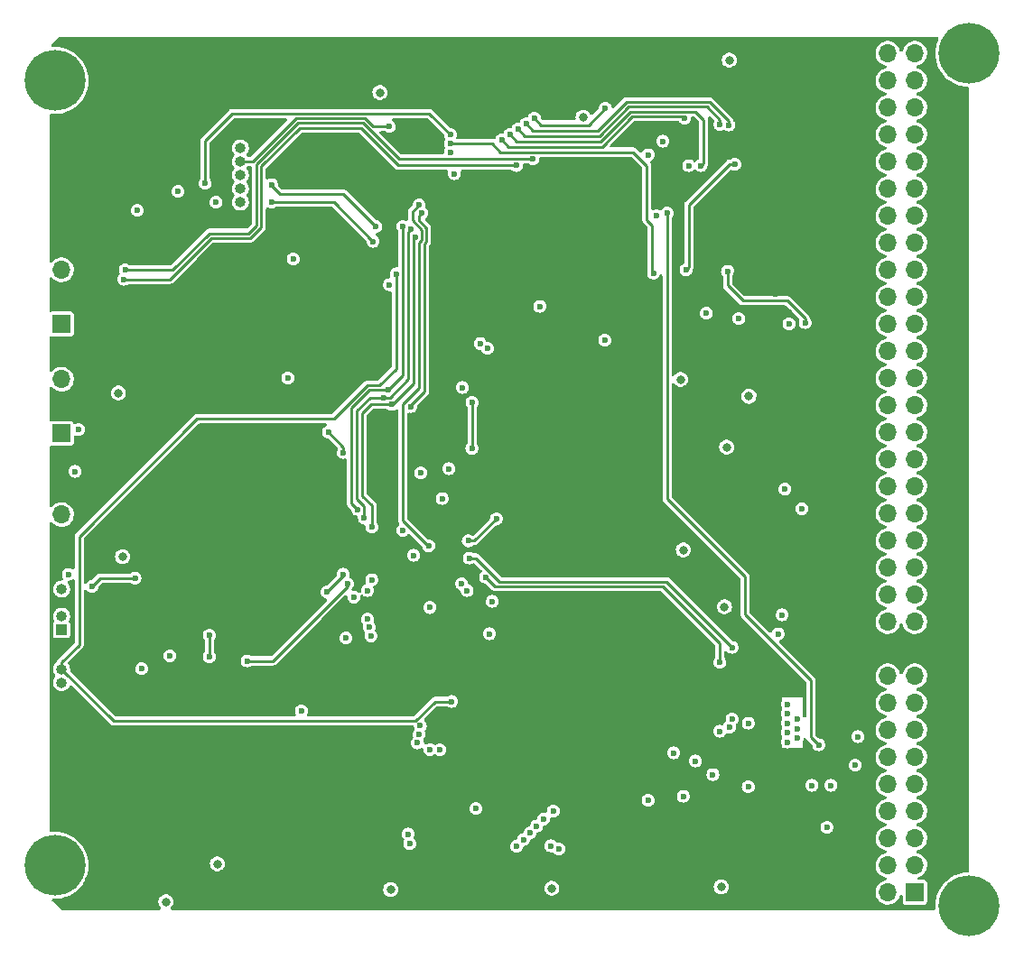
<source format=gbr>
%TF.GenerationSoftware,KiCad,Pcbnew,(6.0.0)*%
%TF.CreationDate,2022-01-29T18:53:07+09:00*%
%TF.ProjectId,ykts-payload,796b7473-2d70-4617-996c-6f61642e6b69,A4*%
%TF.SameCoordinates,Original*%
%TF.FileFunction,Copper,L2,Inr*%
%TF.FilePolarity,Positive*%
%FSLAX46Y46*%
G04 Gerber Fmt 4.6, Leading zero omitted, Abs format (unit mm)*
G04 Created by KiCad (PCBNEW (6.0.0)) date 2022-01-29 18:53:07*
%MOMM*%
%LPD*%
G01*
G04 APERTURE LIST*
%TA.AperFunction,ComponentPad*%
%ADD10C,5.700000*%
%TD*%
%TA.AperFunction,ComponentPad*%
%ADD11R,1.700000X1.700000*%
%TD*%
%TA.AperFunction,ComponentPad*%
%ADD12O,1.700000X1.700000*%
%TD*%
%TA.AperFunction,ComponentPad*%
%ADD13C,4.400000*%
%TD*%
%TA.AperFunction,ComponentPad*%
%ADD14R,1.000000X1.000000*%
%TD*%
%TA.AperFunction,ComponentPad*%
%ADD15O,1.000000X1.000000*%
%TD*%
%TA.AperFunction,ViaPad*%
%ADD16C,0.600000*%
%TD*%
%TA.AperFunction,ViaPad*%
%ADD17C,0.800000*%
%TD*%
%TA.AperFunction,Conductor*%
%ADD18C,0.250000*%
%TD*%
G04 APERTURE END LIST*
D10*
%TO.N,Net-(C24-Pad2)*%
%TO.C,H1*%
X179705000Y-144780000D03*
%TD*%
%TO.N,Net-(C31-Pad2)*%
%TO.C,H2*%
X179705000Y-64770000D03*
%TD*%
%TO.N,Net-(C32-Pad2)*%
%TO.C,H3*%
X93980000Y-67310000D03*
%TD*%
%TO.N,Net-(C33-Pad2)*%
%TO.C,H4*%
X93980000Y-140970000D03*
%TD*%
D11*
%TO.N,unconnected-(J3-Pad1)*%
%TO.C,J3*%
X174625000Y-143510000D03*
D12*
%TO.N,unconnected-(J3-Pad2)*%
X172085000Y-143510000D03*
%TO.N,unconnected-(J3-Pad3)*%
X174625000Y-140970000D03*
%TO.N,unconnected-(J3-Pad4)*%
X172085000Y-140970000D03*
%TO.N,unconnected-(J3-Pad5)*%
X174625000Y-138430000D03*
%TO.N,unconnected-(J3-Pad6)*%
X172085000Y-138430000D03*
%TO.N,unconnected-(J3-Pad7)*%
X174625000Y-135890000D03*
%TO.N,unconnected-(J3-Pad8)*%
X172085000Y-135890000D03*
%TO.N,unconnected-(J3-Pad9)*%
X174625000Y-133350000D03*
%TO.N,unconnected-(J3-Pad10)*%
X172085000Y-133350000D03*
%TO.N,unconnected-(J3-Pad11)*%
X174625000Y-130810000D03*
%TO.N,unconnected-(J3-Pad12)*%
X172085000Y-130810000D03*
%TO.N,unconnected-(J3-Pad13)*%
X174625000Y-128270000D03*
%TO.N,unconnected-(J3-Pad14)*%
X172085000Y-128270000D03*
%TO.N,unconnected-(J3-Pad15)*%
X174625000Y-125730000D03*
%TO.N,unconnected-(J3-Pad16)*%
X172085000Y-125730000D03*
%TO.N,/PCH4*%
X174625000Y-123190000D03*
X172085000Y-123190000D03*
%TO.N,GND*%
X174625000Y-120650000D03*
X172085000Y-120650000D03*
%TO.N,unconnected-(J3-Pad21)*%
X174625000Y-118110000D03*
%TO.N,unconnected-(J3-Pad22)*%
X172085000Y-118110000D03*
%TO.N,unconnected-(J3-Pad23)*%
X174625000Y-115570000D03*
%TO.N,unconnected-(J3-Pad24)*%
X172085000Y-115570000D03*
%TO.N,CANL*%
X174625000Y-113030000D03*
%TO.N,CANH*%
X172085000Y-113030000D03*
%TO.N,unconnected-(J3-Pad27)*%
X174625000Y-110490000D03*
%TO.N,unconnected-(J3-Pad28)*%
X172085000Y-110490000D03*
%TO.N,unconnected-(J3-Pad29)*%
X174625000Y-107950000D03*
%TO.N,unconnected-(J3-Pad30)*%
X172085000Y-107950000D03*
%TO.N,unconnected-(J3-Pad31)*%
X174625000Y-105410000D03*
%TO.N,unconnected-(J3-Pad32)*%
X172085000Y-105410000D03*
%TO.N,unconnected-(J3-Pad33)*%
X174625000Y-102870000D03*
%TO.N,unconnected-(J3-Pad34)*%
X172085000Y-102870000D03*
%TO.N,unconnected-(J3-Pad35)*%
X174625000Y-100330000D03*
%TO.N,unconnected-(J3-Pad36)*%
X172085000Y-100330000D03*
%TO.N,unconnected-(J3-Pad37)*%
X174625000Y-97790000D03*
%TO.N,unconnected-(J3-Pad38)*%
X172085000Y-97790000D03*
%TO.N,unconnected-(J3-Pad39)*%
X174625000Y-95250000D03*
%TO.N,unconnected-(J3-Pad40)*%
X172085000Y-95250000D03*
%TO.N,unconnected-(J3-Pad41)*%
X174625000Y-92710000D03*
%TO.N,unconnected-(J3-Pad42)*%
X172085000Y-92710000D03*
%TO.N,unconnected-(J3-Pad43)*%
X174625000Y-90170000D03*
%TO.N,unconnected-(J3-Pad44)*%
X172085000Y-90170000D03*
%TO.N,unconnected-(J3-Pad45)*%
X174625000Y-87630000D03*
%TO.N,unconnected-(J3-Pad46)*%
X172085000Y-87630000D03*
%TO.N,unconnected-(J3-Pad47)*%
X174625000Y-85090000D03*
%TO.N,unconnected-(J3-Pad48)*%
X172085000Y-85090000D03*
%TO.N,unconnected-(J3-Pad49)*%
X174625000Y-82550000D03*
%TO.N,unconnected-(J3-Pad50)*%
X172085000Y-82550000D03*
%TO.N,unconnected-(J3-Pad51)*%
X174625000Y-80010000D03*
%TO.N,unconnected-(J3-Pad52)*%
X172085000Y-80010000D03*
%TO.N,unconnected-(J3-Pad53)*%
X174625000Y-77470000D03*
%TO.N,unconnected-(J3-Pad54)*%
X172085000Y-77470000D03*
%TO.N,unconnected-(J3-Pad55)*%
X174625000Y-74930000D03*
%TO.N,unconnected-(J3-Pad56)*%
X172085000Y-74930000D03*
%TO.N,unconnected-(J3-Pad57)*%
X174625000Y-72390000D03*
%TO.N,unconnected-(J3-Pad58)*%
X172085000Y-72390000D03*
%TO.N,unconnected-(J3-Pad59)*%
X174625000Y-69850000D03*
%TO.N,unconnected-(J3-Pad60)*%
X172085000Y-69850000D03*
%TO.N,/CH_A*%
X174625000Y-67310000D03*
%TO.N,/CH_B*%
X172085000Y-67310000D03*
%TO.N,unconnected-(J3-Pad63)*%
X174625000Y-64770000D03*
%TO.N,unconnected-(J3-Pad64)*%
X172085000Y-64770000D03*
%TD*%
D11*
%TO.N,Net-(J7-Pad1)*%
%TO.C,J7*%
X94615000Y-90170000D03*
D12*
%TO.N,GND*%
X94615000Y-87630000D03*
%TO.N,Net-(J7-Pad3)*%
X94615000Y-85090000D03*
%TD*%
D13*
%TO.N,GND*%
%TO.C,H5*%
X111379000Y-85471000D03*
%TD*%
%TO.N,GND*%
%TO.C,H6*%
X111379000Y-67056000D03*
%TD*%
%TO.N,GND*%
%TO.C,H7*%
X166116000Y-67056000D03*
%TD*%
%TO.N,GND*%
%TO.C,H8*%
X166116000Y-85471000D03*
%TD*%
D14*
%TO.N,GND*%
%TO.C,J2*%
X111379000Y-80010000D03*
D15*
%TO.N,/SDA*%
X111379000Y-78740000D03*
%TO.N,unconnected-(J2-Pad3)*%
X111379000Y-77470000D03*
%TO.N,+5V_GEIGER*%
X111379000Y-76200000D03*
%TO.N,/GEIGER_EN*%
X111379000Y-74930000D03*
%TO.N,/SCL*%
X111379000Y-73660000D03*
%TO.N,GND*%
X111379000Y-72390000D03*
%TD*%
D14*
%TO.N,+5V*%
%TO.C,J5*%
X94615000Y-118867000D03*
D15*
%TO.N,/SCL*%
X94615000Y-117597000D03*
%TO.N,GND*%
X94615000Y-116327000D03*
%TO.N,/SDA*%
X94615000Y-115057000D03*
%TD*%
D13*
%TO.N,GND*%
%TO.C,H9*%
X166116000Y-140970000D03*
%TD*%
D11*
%TO.N,GND*%
%TO.C,J1*%
X94615000Y-110602000D03*
D12*
%TO.N,+5V*%
X94615000Y-108062000D03*
%TO.N,GND*%
X94615000Y-105522000D03*
%TD*%
D11*
%TO.N,Net-(J9-Pad1)*%
%TO.C,J9*%
X94615000Y-100442000D03*
D12*
%TO.N,GND*%
X94615000Y-97902000D03*
%TO.N,Net-(J9-Pad3)*%
X94615000Y-95362000D03*
%TD*%
D14*
%TO.N,GND*%
%TO.C,J4*%
X94615000Y-125095000D03*
D15*
%TO.N,+5V*%
X94615000Y-123825000D03*
%TO.N,/1WIRE*%
X94615000Y-122555000D03*
%TD*%
D16*
%TO.N,GND*%
X123444000Y-129794000D03*
X115189000Y-137414000D03*
X116205000Y-134112000D03*
X118364000Y-136525000D03*
X138430000Y-131191000D03*
X132080000Y-140970000D03*
X137033000Y-106299000D03*
X133477000Y-81788000D03*
X142113000Y-136525000D03*
X94615000Y-120777000D03*
X141224000Y-116586000D03*
X151257000Y-134493000D03*
X162687000Y-139700000D03*
X95758000Y-70993000D03*
X154559000Y-104521000D03*
X109728000Y-137160000D03*
X121793000Y-144145000D03*
X119253000Y-118618000D03*
X146812000Y-87376000D03*
X148971000Y-81534000D03*
X100330000Y-140335000D03*
X168910000Y-104140000D03*
X100076000Y-128651000D03*
X160274000Y-139319000D03*
X154051000Y-105791000D03*
X109855000Y-113919000D03*
X159004000Y-82169000D03*
X160274000Y-66294000D03*
X160655000Y-105029000D03*
X163195000Y-136652000D03*
X112903000Y-97536000D03*
X164338000Y-74168000D03*
X140081000Y-111760000D03*
X153035000Y-118872000D03*
X128905000Y-141986000D03*
X107061000Y-86741000D03*
X135001000Y-135128000D03*
X161544000Y-87376000D03*
X124841000Y-106045000D03*
X138938000Y-121920000D03*
X131826000Y-113538000D03*
X147320000Y-93980000D03*
X98171000Y-66040000D03*
X148844000Y-120904000D03*
X177546000Y-68072000D03*
X152654000Y-122047000D03*
X166497000Y-117602000D03*
X115824000Y-113030000D03*
X115697000Y-108458000D03*
X148971000Y-141605000D03*
X109728000Y-102362000D03*
X141478000Y-78105000D03*
X102616000Y-109601000D03*
X166116000Y-97663000D03*
X96647000Y-107569000D03*
X157099000Y-135890000D03*
X106680000Y-94742000D03*
X158369000Y-99060000D03*
X102489000Y-115697000D03*
X161798000Y-69596000D03*
X111506000Y-105156000D03*
X100838000Y-117729000D03*
X177927000Y-74930000D03*
X94234000Y-102997000D03*
X102489000Y-107696000D03*
X125222000Y-99187000D03*
X141351000Y-120904000D03*
X125349000Y-82550000D03*
X152273000Y-73152000D03*
X147066000Y-95758000D03*
X159512000Y-125857000D03*
X166370000Y-96266000D03*
X124206000Y-94488000D03*
X145415000Y-139192000D03*
X151003000Y-127635000D03*
X169164000Y-137414000D03*
X126111000Y-68453000D03*
X162306000Y-82423000D03*
X124841000Y-104394000D03*
X168275000Y-102743000D03*
X137033000Y-120777000D03*
X168910000Y-105791000D03*
X160782000Y-110490000D03*
X150114000Y-75819000D03*
X157734000Y-117729000D03*
X106299000Y-110998000D03*
X119634000Y-75565000D03*
X99060000Y-103378000D03*
X147574000Y-142240000D03*
X147828000Y-116586000D03*
X129413000Y-95123000D03*
X103251000Y-126492000D03*
X121412000Y-77216000D03*
X155448000Y-128905000D03*
X121920000Y-131064000D03*
X168529000Y-117602000D03*
X117221000Y-76454000D03*
X102489000Y-120015000D03*
X158877000Y-108331000D03*
X160020000Y-128397000D03*
X129667000Y-86995000D03*
X148717000Y-132334000D03*
X107061000Y-117348000D03*
X125603000Y-78486000D03*
X144272000Y-133985000D03*
X129413000Y-84175600D03*
X125477755Y-72898000D03*
X159258000Y-144018000D03*
X159385000Y-92075000D03*
X113284000Y-141097000D03*
X152400000Y-131572000D03*
X110998000Y-143129000D03*
X137668000Y-79883000D03*
X158877000Y-106299000D03*
X139319000Y-103759000D03*
X103632000Y-133096000D03*
X138684000Y-116205000D03*
X146939000Y-92202000D03*
X96520000Y-137922000D03*
X131191000Y-124460000D03*
X121666000Y-86487000D03*
X121158000Y-95758000D03*
X168402000Y-99949000D03*
X99060000Y-105664000D03*
X158496000Y-134747000D03*
X96139000Y-126746000D03*
X152654000Y-135763000D03*
X146304000Y-101473000D03*
X152273000Y-132969000D03*
X161544000Y-80518000D03*
X122682000Y-85090000D03*
X115316000Y-128651000D03*
X156972000Y-94361000D03*
X153543000Y-107188000D03*
X98933000Y-90932000D03*
X121412000Y-73914000D03*
X114427000Y-82169000D03*
X164592000Y-99695000D03*
X142367000Y-128397000D03*
X124968000Y-113665000D03*
X135289989Y-102489000D03*
X102616000Y-98806000D03*
X136906000Y-65278000D03*
X121539000Y-109728000D03*
X147066000Y-75819000D03*
X131191000Y-141351000D03*
X141478000Y-81915000D03*
X149098000Y-72009000D03*
X100076000Y-118618000D03*
X112141000Y-125603000D03*
X133731000Y-137922000D03*
X121031000Y-125984000D03*
X118491000Y-105791000D03*
X110490000Y-118745000D03*
X166116000Y-127127000D03*
X154051000Y-139065000D03*
X154686000Y-135765911D03*
X114046000Y-143002000D03*
X124841000Y-128397000D03*
X104521000Y-82931000D03*
X146177000Y-117729000D03*
X140716000Y-97917000D03*
X113157000Y-116332000D03*
X146812000Y-84328000D03*
X163068000Y-102616000D03*
X153035000Y-112649000D03*
X166751000Y-90170000D03*
X167513000Y-117602000D03*
X165608000Y-99822000D03*
X128143000Y-125476000D03*
X121285000Y-94234000D03*
X178435000Y-103759000D03*
X98425000Y-109601000D03*
X98298000Y-141859000D03*
X128778000Y-114681000D03*
X109601000Y-108966000D03*
X134747000Y-118110000D03*
X115697000Y-75184000D03*
X135382000Y-131953000D03*
X134239000Y-98806000D03*
X140208000Y-99822000D03*
X136144000Y-66421000D03*
X126746000Y-80010000D03*
X133477000Y-78105000D03*
X157607000Y-76073000D03*
X124333000Y-137795000D03*
X100203000Y-104648000D03*
X160782000Y-120904000D03*
X130937000Y-92964000D03*
X124841000Y-102616000D03*
X169672000Y-97155000D03*
X138557000Y-128651000D03*
X119507000Y-98298000D03*
X97282000Y-144018000D03*
X113030000Y-111887000D03*
X160147000Y-116713000D03*
X110998000Y-90297000D03*
X147066000Y-77978000D03*
X112014000Y-108966000D03*
X152400000Y-76581000D03*
X111760000Y-102235000D03*
X99949000Y-137668000D03*
X127762000Y-69723000D03*
X130937000Y-105283000D03*
X177165000Y-141732000D03*
X115062000Y-141732000D03*
X156591000Y-89027000D03*
X139954000Y-70612000D03*
X162433000Y-104648000D03*
X160909000Y-143637000D03*
X139954000Y-107569000D03*
X107315000Y-132207000D03*
X123825000Y-86563200D03*
X94488000Y-92710000D03*
X137668000Y-144145000D03*
X144907000Y-68707000D03*
X116586000Y-103505000D03*
X146812000Y-141097000D03*
X142621000Y-139319000D03*
X135128000Y-128397000D03*
X103124000Y-92837000D03*
X160655000Y-102997000D03*
X102616000Y-101473000D03*
X152019000Y-138938000D03*
X123825000Y-136652000D03*
X115316000Y-86106000D03*
X157607000Y-77978000D03*
X119888000Y-84201000D03*
X149098000Y-124333000D03*
X156718000Y-81153000D03*
X128143000Y-119253000D03*
X146304000Y-109728000D03*
X159131000Y-85090000D03*
X155702000Y-85217000D03*
X128778000Y-141097000D03*
X162941000Y-119253000D03*
X138430000Y-92075000D03*
X144780000Y-142240000D03*
X118874911Y-143520500D03*
X162433000Y-94488000D03*
X158623000Y-139573000D03*
X161036000Y-142113000D03*
X154051000Y-133096000D03*
X103124000Y-90805000D03*
X98933000Y-104521000D03*
X98044000Y-94869000D03*
X148971000Y-122682000D03*
X153670000Y-90932000D03*
X162814000Y-89027000D03*
X121158000Y-117475000D03*
X116586000Y-106553000D03*
D17*
%TO.N,+5V*%
X157226000Y-65405000D03*
D16*
X130937000Y-103759000D03*
X169291000Y-128905000D03*
X133477000Y-135636000D03*
D17*
X152908000Y-111379000D03*
X140588992Y-143129008D03*
D16*
X162687000Y-129413000D03*
X153416000Y-75311000D03*
D17*
X156972000Y-101727000D03*
X143510000Y-70776500D03*
D16*
X150368000Y-80010000D03*
X149606000Y-134874000D03*
X95250000Y-113665000D03*
X162439000Y-105673000D03*
X162687000Y-127635000D03*
X123698000Y-114173000D03*
X163576000Y-127254000D03*
D17*
X156777201Y-116713000D03*
X104394000Y-144399000D03*
D16*
X134747000Y-119253000D03*
X162687000Y-126746000D03*
X154051000Y-131191000D03*
X164028000Y-107513000D03*
X131064000Y-74041000D03*
X132207000Y-96139000D03*
D17*
X152654000Y-95377000D03*
D16*
X162814000Y-90170000D03*
X152019000Y-130429000D03*
X163576000Y-128143000D03*
X105537000Y-77724000D03*
X151003000Y-73025000D03*
X159001089Y-133601089D03*
D17*
X159069000Y-96963000D03*
D16*
X163576000Y-129032000D03*
X149606000Y-74295000D03*
X162687000Y-125857000D03*
X131445000Y-76073000D03*
X116332000Y-84074000D03*
D17*
X156464000Y-143002000D03*
D16*
X126619000Y-109534589D03*
D17*
X124460000Y-68453000D03*
D16*
X117094000Y-126492000D03*
D17*
X125476000Y-143256000D03*
D16*
X101727000Y-79502000D03*
X162687000Y-128524000D03*
D17*
X109220000Y-140843000D03*
X100330000Y-112014000D03*
X99949000Y-96647000D03*
D16*
%TO.N,/SDA*%
X97456989Y-114808000D03*
X114300000Y-78740000D03*
X101504511Y-114014489D03*
X123825000Y-82423000D03*
%TO.N,/GEIGER_EN*%
X125349000Y-71628000D03*
X127254000Y-138938000D03*
%TO.N,/SCL*%
X124079000Y-81026000D03*
X114300000Y-77089000D03*
%TO.N,/CANBUS Controller 0/MCP_RESET*%
X135890000Y-72898000D03*
X153035000Y-70866000D03*
%TO.N,/1WIRE*%
X125994500Y-85471000D03*
X131191000Y-125603000D03*
%TO.N,Net-(J6-Pad5)*%
X150114000Y-85391498D03*
X131064000Y-73241497D03*
%TO.N,/CANBUS Controller 0/MOSI*%
X157195500Y-71501000D03*
X138176000Y-71374000D03*
%TO.N,/CANBUS Controller 0/SCK*%
X153162000Y-85090000D03*
X157734000Y-75184000D03*
X145605141Y-69913141D03*
X138938000Y-70866000D03*
%TO.N,/CANBUS Controller 0/MISO*%
X156354160Y-71459163D03*
X137414000Y-71882000D03*
%TO.N,/N0_TX*%
X119507000Y-115316000D03*
X121031000Y-113665000D03*
%TO.N,/N1_TX*%
X119634000Y-100330000D03*
X121031000Y-102235000D03*
%TO.N,/N2_TX*%
X133091949Y-101854000D03*
X133096000Y-97536000D03*
%TO.N,/N3_TX*%
X135379089Y-108460911D03*
X132749942Y-110520716D03*
%TO.N,/N4_RX*%
X108458000Y-121412000D03*
X108458000Y-119380000D03*
%TO.N,/N4_TX*%
X112014000Y-121793000D03*
X121412000Y-114554000D03*
%TO.N,/N5_RX*%
X134366000Y-113919000D03*
X156337000Y-121920000D03*
%TO.N,/N5_TX*%
X157480000Y-120523000D03*
X132842000Y-112141000D03*
%TO.N,Net-(R14-Pad2)*%
X100584000Y-85090000D03*
X138811000Y-74676000D03*
%TO.N,Net-(R15-Pad1)*%
X100457000Y-85979000D03*
X137287000Y-75300500D03*
%TO.N,/Node RX MUX 0/A0*%
X125603000Y-97732367D03*
X127762000Y-82042000D03*
X123698000Y-109219989D03*
%TO.N,/Node RX MUX 0/A1*%
X127390131Y-81237094D03*
X124810659Y-97078568D03*
X123002411Y-108391589D03*
%TO.N,/Node RX MUX 0/A2*%
X125216349Y-96389642D03*
X126619000Y-81026000D03*
X122377911Y-107569000D03*
%TO.N,/Node RX MUX 0/IN*%
X128397000Y-79756000D03*
X127381000Y-97917000D03*
%TO.N,/Node TX MUX 0/IN*%
X129032000Y-110998000D03*
X128143000Y-78994000D03*
%TO.N,/CANBUS Controller 0/CS*%
X136652000Y-72390000D03*
X154559000Y-75311000D03*
%TO.N,/GEIGER_FET*%
X131064000Y-72390000D03*
X108077000Y-76962000D03*
X109093000Y-78740000D03*
X127127000Y-138049000D03*
%TO.N,/CANBUS Controller 1/MCP_RESET*%
X139795500Y-136634454D03*
X155687000Y-132461000D03*
%TO.N,/CANBUS Controller 1/MISO*%
X164973000Y-133477000D03*
X138546500Y-137922000D03*
X157226000Y-128016000D03*
%TO.N,/CANBUS Controller 1/SCK*%
X159004000Y-127635000D03*
X137287000Y-139192000D03*
X166751000Y-133477000D03*
%TO.N,/CANBUS Controller 1/MOSI*%
X157480000Y-127254000D03*
X166370000Y-137414000D03*
X137922000Y-138557000D03*
%TO.N,Net-(J8-Pad5)*%
X169037000Y-131572000D03*
X140716000Y-135890000D03*
%TO.N,/N8_TX*%
X122023918Y-115812547D03*
X115824000Y-95250000D03*
%TO.N,/N9_RX*%
X127635000Y-111887000D03*
X104775000Y-121310400D03*
%TO.N,/N9_TX*%
X102129011Y-122529600D03*
X121282089Y-119636911D03*
%TO.N,/N10_RX*%
X135001000Y-116205000D03*
X130302000Y-106553000D03*
%TO.N,/N12_TX*%
X125359500Y-86487000D03*
X123306500Y-115189000D03*
%TO.N,/N13_RX*%
X155067000Y-89154000D03*
X134540498Y-92456000D03*
%TO.N,/N13_TX*%
X132642429Y-115189000D03*
X158115000Y-89662000D03*
%TO.N,/N15_RX*%
X133881173Y-92003788D03*
X139446000Y-88519000D03*
%TO.N,/N15_TX*%
X132139383Y-114567591D03*
X145542000Y-91694000D03*
%TO.N,Net-(R34-Pad2)*%
X96226500Y-100076000D03*
X140481680Y-139149072D03*
%TO.N,Net-(R35-Pad1)*%
X95885000Y-104013000D03*
X141224000Y-139446000D03*
%TO.N,/CANBUS Controller 1/CS*%
X156337000Y-128397000D03*
X139171000Y-137287000D03*
%TO.N,/Node TX MUX 1/IN*%
X129159000Y-116789200D03*
X129159000Y-130120500D03*
%TO.N,/Node RX MUX 1/IN*%
X128295400Y-104140000D03*
X130073400Y-130120500D03*
%TO.N,/Node RX MUX 1/A2*%
X123621800Y-119430800D03*
X128248665Y-127883911D03*
%TO.N,/Node RX MUX 1/A1*%
X123454281Y-118649045D03*
X128143000Y-128676400D03*
%TO.N,/Node RX MUX 1/A0*%
X127990600Y-129489200D03*
X123306500Y-117863319D03*
%TO.N,Net-(R5-Pad2)*%
X157052223Y-85217000D03*
X164338000Y-90043000D03*
%TO.N,/CSENSE*%
X152908000Y-134493000D03*
X165608000Y-129667000D03*
X151384000Y-79756000D03*
%TO.N,Net-(R43-Pad1)*%
X161798000Y-119253000D03*
X162179000Y-117475000D03*
%TD*%
D18*
%TO.N,/SDA*%
X114300000Y-78740000D02*
X120142000Y-78740000D01*
X98218989Y-114046000D02*
X101473000Y-114046000D01*
X120142000Y-78740000D02*
X123825000Y-82423000D01*
X101473000Y-114046000D02*
X101504511Y-114014489D01*
X97456989Y-114808000D02*
X98218989Y-114046000D01*
%TO.N,/GEIGER_EN*%
X123825000Y-71628000D02*
X123063000Y-70866000D01*
X123063000Y-70866000D02*
X116584564Y-70866000D01*
X116584564Y-70866000D02*
X112520564Y-74930000D01*
X125349000Y-71628000D02*
X123825000Y-71628000D01*
X112520564Y-74930000D02*
X111379000Y-74930000D01*
%TO.N,/SCL*%
X115062000Y-77978000D02*
X121031000Y-77978000D01*
X121031000Y-77978000D02*
X124079000Y-81026000D01*
X114300000Y-77089000D02*
X114300000Y-77216000D01*
X114300000Y-77216000D02*
X115062000Y-77978000D01*
%TO.N,/CANBUS Controller 0/MCP_RESET*%
X136525000Y-73533000D02*
X145290154Y-73533000D01*
X148132594Y-70690560D02*
X152859560Y-70690560D01*
X145290154Y-73533000D02*
X148132594Y-70690560D01*
X135890000Y-72898000D02*
X136525000Y-73533000D01*
X152859560Y-70690560D02*
X153035000Y-70866000D01*
%TO.N,/1WIRE*%
X96266000Y-110109000D02*
X96266000Y-120269000D01*
X94615000Y-122555000D02*
X99493011Y-127433011D01*
X124404878Y-95940122D02*
X123261160Y-95940122D01*
X127816372Y-127433011D02*
X129646383Y-125603000D01*
X94615000Y-121920000D02*
X94615000Y-122555000D01*
X96266000Y-120269000D02*
X94615000Y-121920000D01*
X125984000Y-94361000D02*
X124404878Y-95940122D01*
X120141282Y-99060000D02*
X107315000Y-99060000D01*
X129646383Y-125603000D02*
X131191000Y-125603000D01*
X125994500Y-85471000D02*
X125984000Y-85481500D01*
X123261160Y-95940122D02*
X120141282Y-99060000D01*
X107315000Y-99060000D02*
X96266000Y-110109000D01*
X99493011Y-127433011D02*
X127816372Y-127433011D01*
X125984000Y-85481500D02*
X125984000Y-94361000D01*
%TO.N,Net-(J6-Pad5)*%
X148209000Y-74041000D02*
X135763000Y-74041000D01*
X149489489Y-80401489D02*
X149489489Y-75321489D01*
X150114000Y-85391498D02*
X149987000Y-85264498D01*
X149987000Y-85264498D02*
X149987000Y-80899000D01*
X149489489Y-75321489D02*
X148209000Y-74041000D01*
X149987000Y-80899000D02*
X149489489Y-80401489D01*
X135763000Y-74041000D02*
X134963497Y-73241497D01*
X134963497Y-73241497D02*
X131064000Y-73241497D01*
%TO.N,/CANBUS Controller 0/MOSI*%
X157195500Y-71501000D02*
X157195500Y-71155807D01*
X155381693Y-69342000D02*
X147574000Y-69342000D01*
X147574000Y-69342000D02*
X144907000Y-72009000D01*
X157195500Y-71155807D02*
X155381693Y-69342000D01*
X144907000Y-72009000D02*
X138811000Y-72009000D01*
X138811000Y-72009000D02*
X138176000Y-71374000D01*
%TO.N,/CANBUS Controller 0/SCK*%
X139573000Y-71501000D02*
X144017282Y-71501000D01*
X144017282Y-71501000D02*
X145605141Y-69913141D01*
X138938000Y-70866000D02*
X139573000Y-71501000D01*
X153162000Y-85090000D02*
X153416000Y-84836000D01*
X153416000Y-78994000D02*
X157226000Y-75184000D01*
X157226000Y-75184000D02*
X157734000Y-75184000D01*
X153416000Y-84836000D02*
X153416000Y-78994000D01*
%TO.N,/CANBUS Controller 0/MISO*%
X145034718Y-72517000D02*
X138049000Y-72517000D01*
X156354160Y-71010160D02*
X155135520Y-69791520D01*
X156354160Y-71459163D02*
X156354160Y-71010160D01*
X155135520Y-69791520D02*
X147760198Y-69791520D01*
X138049000Y-72517000D02*
X137414000Y-71882000D01*
X147760198Y-69791520D02*
X145034718Y-72517000D01*
%TO.N,/N0_TX*%
X121031000Y-113792000D02*
X119507000Y-115316000D01*
X121031000Y-113665000D02*
X121031000Y-113792000D01*
%TO.N,/N1_TX*%
X121031000Y-102235000D02*
X121031000Y-101727000D01*
X121031000Y-101727000D02*
X119634000Y-100330000D01*
%TO.N,/N2_TX*%
X133096000Y-101849949D02*
X133096000Y-97536000D01*
X133091949Y-101854000D02*
X133096000Y-101849949D01*
%TO.N,/N3_TX*%
X132749942Y-110520716D02*
X133319284Y-110520716D01*
X133319284Y-110520716D02*
X135379089Y-108460911D01*
%TO.N,/N4_RX*%
X108458000Y-119380000D02*
X108458000Y-121412000D01*
%TO.N,/N4_TX*%
X114427000Y-121793000D02*
X112014000Y-121793000D01*
X121412000Y-114554000D02*
X121412000Y-114808000D01*
X121412000Y-114808000D02*
X114427000Y-121793000D01*
%TO.N,/N5_RX*%
X134366000Y-113919000D02*
X135255000Y-114808000D01*
X156337000Y-120142000D02*
X156337000Y-121920000D01*
X135255000Y-114808000D02*
X151003000Y-114808000D01*
X151003000Y-114808000D02*
X156337000Y-120142000D01*
%TO.N,/N5_TX*%
X133477000Y-112141000D02*
X132842000Y-112141000D01*
X135694480Y-114358480D02*
X133477000Y-112141000D01*
X157480000Y-120523000D02*
X151315480Y-114358480D01*
X151315480Y-114358480D02*
X135694480Y-114358480D01*
%TO.N,Net-(R14-Pad2)*%
X122873991Y-71315520D02*
X126234471Y-74676000D01*
X116770762Y-71315520D02*
X122873991Y-71315520D01*
X105029000Y-85090000D02*
X108458000Y-81661000D01*
X126234471Y-74676000D02*
X138811000Y-74676000D01*
X112140282Y-81661000D02*
X112903000Y-80898282D01*
X112903000Y-80898282D02*
X112903000Y-75183282D01*
X100584000Y-85090000D02*
X105029000Y-85090000D01*
X108458000Y-81661000D02*
X112140282Y-81661000D01*
X112903000Y-75183282D02*
X116770762Y-71315520D01*
%TO.N,Net-(R15-Pad1)*%
X104775718Y-85979000D02*
X100457000Y-85979000D01*
X126223252Y-75300500D02*
X122687792Y-71765040D01*
X113352520Y-81084480D02*
X112326480Y-82110520D01*
X137287000Y-75300500D02*
X126223252Y-75300500D01*
X108644198Y-82110520D02*
X104775718Y-85979000D01*
X112326480Y-82110520D02*
X108644198Y-82110520D01*
X113352520Y-75369480D02*
X113352520Y-81084480D01*
X116956960Y-71765040D02*
X113352520Y-75369480D01*
X122687792Y-71765040D02*
X116956960Y-71765040D01*
%TO.N,/Node RX MUX 0/A0*%
X125603000Y-97732367D02*
X125658088Y-97732367D01*
X123628633Y-97732367D02*
X125603000Y-97732367D01*
X123698000Y-109219989D02*
X123698000Y-107188000D01*
X122809000Y-98552000D02*
X123628633Y-97732367D01*
X127635000Y-95755455D02*
X127635000Y-82169000D01*
X123698000Y-107188000D02*
X122809000Y-106299000D01*
X125658088Y-97732367D02*
X127635000Y-95755455D01*
X127635000Y-82169000D02*
X127762000Y-82042000D01*
X122809000Y-106299000D02*
X122809000Y-98552000D01*
%TO.N,/Node RX MUX 0/A1*%
X127390131Y-81237094D02*
X127127000Y-81500225D01*
X123520432Y-97078568D02*
X124810659Y-97078568D01*
X127127000Y-81500225D02*
X127127000Y-95371193D01*
X123002411Y-107310307D02*
X122301000Y-106608896D01*
X122301000Y-98298000D02*
X123520432Y-97078568D01*
X127127000Y-95371193D02*
X125419625Y-97078568D01*
X122301000Y-106608896D02*
X122301000Y-98298000D01*
X123002411Y-108391589D02*
X123002411Y-107310307D01*
X125419625Y-97078568D02*
X124810659Y-97078568D01*
%TO.N,/Node RX MUX 0/A2*%
X121793000Y-98044000D02*
X123447358Y-96389642D01*
X125216349Y-96389642D02*
X126619000Y-94986991D01*
X122377911Y-107569000D02*
X121793000Y-106984089D01*
X126619000Y-94986991D02*
X126619000Y-81026000D01*
X121793000Y-106984089D02*
X121793000Y-98044000D01*
X123447358Y-96389642D02*
X125216349Y-96389642D01*
%TO.N,/Node RX MUX 0/IN*%
X128651000Y-96520000D02*
X127381000Y-97790000D01*
X127381000Y-97790000D02*
X127381000Y-97917000D01*
X128143000Y-80010000D02*
X128143000Y-80471053D01*
X128397000Y-79756000D02*
X128143000Y-80010000D01*
X128143000Y-80471053D02*
X128836031Y-81164084D01*
X128651000Y-82671910D02*
X128651000Y-96520000D01*
X128836031Y-82486879D02*
X128651000Y-82671910D01*
X128836031Y-81164084D02*
X128836031Y-82486879D01*
%TO.N,/Node TX MUX 0/IN*%
X126619000Y-97663000D02*
X128143000Y-96139000D01*
X126619000Y-108648500D02*
X126619000Y-97663000D01*
X129032000Y-110998000D02*
X128968500Y-110998000D01*
X127508000Y-79629000D02*
X128143000Y-78994000D01*
X127508000Y-80471770D02*
X127508000Y-79629000D01*
X128386511Y-82300682D02*
X128386511Y-81350281D01*
X128143000Y-96139000D02*
X128143000Y-82544193D01*
X128143000Y-82544193D02*
X128386511Y-82300682D01*
X128386511Y-81350281D02*
X127508000Y-80471770D01*
X128968500Y-110998000D02*
X126619000Y-108648500D01*
%TO.N,/CANBUS Controller 0/CS*%
X145162436Y-73025000D02*
X137287000Y-73025000D01*
X147946396Y-70241040D02*
X145162436Y-73025000D01*
X137287000Y-73025000D02*
X136652000Y-72390000D01*
X154061040Y-70241040D02*
X147946396Y-70241040D01*
X154813000Y-75057000D02*
X154813000Y-70993000D01*
X154813000Y-70993000D02*
X154061040Y-70241040D01*
X154559000Y-75311000D02*
X154813000Y-75057000D01*
%TO.N,/GEIGER_FET*%
X108077000Y-76962000D02*
X108077000Y-72957482D01*
X110618002Y-70416480D02*
X129090480Y-70416480D01*
X108077000Y-72957482D02*
X110618002Y-70416480D01*
X129090480Y-70416480D02*
X131064000Y-72390000D01*
%TO.N,Net-(R5-Pad2)*%
X162670704Y-88000511D02*
X164338000Y-89667807D01*
X157052223Y-86567223D02*
X158485511Y-88000511D01*
X157052223Y-85217000D02*
X157052223Y-86567223D01*
X158485511Y-88000511D02*
X162670704Y-88000511D01*
X164338000Y-89667807D02*
X164338000Y-90043000D01*
%TO.N,/CSENSE*%
X158689404Y-113858404D02*
X158689404Y-117414404D01*
X151384000Y-106553000D02*
X158689404Y-113858404D01*
X164846000Y-128905000D02*
X165608000Y-129667000D01*
X164846000Y-123571000D02*
X164846000Y-128905000D01*
X151384000Y-79756000D02*
X151384000Y-106553000D01*
X158689404Y-117414404D02*
X164846000Y-123571000D01*
%TD*%
%TA.AperFunction,Conductor*%
%TO.N,GND*%
G36*
X176778992Y-63265962D02*
G01*
X176833530Y-63320500D01*
X176853492Y-63395000D01*
X176841443Y-63453697D01*
X176770470Y-63619290D01*
X176739834Y-63690768D01*
X176638012Y-64028018D01*
X176611619Y-64171822D01*
X176576622Y-64362509D01*
X176574418Y-64374515D01*
X176549844Y-64725943D01*
X176564596Y-65077919D01*
X176577596Y-65161895D01*
X176614481Y-65400158D01*
X176618490Y-65426058D01*
X176619580Y-65430071D01*
X176619582Y-65430079D01*
X176663407Y-65591380D01*
X176710856Y-65766019D01*
X176712385Y-65769880D01*
X176712386Y-65769884D01*
X176762350Y-65896079D01*
X176840541Y-66093566D01*
X177005929Y-66404616D01*
X177204959Y-66695291D01*
X177293868Y-66798293D01*
X177383825Y-66902509D01*
X177435149Y-66961969D01*
X177438194Y-66964789D01*
X177438202Y-66964797D01*
X177608440Y-67122438D01*
X177693632Y-67201327D01*
X177841032Y-67310000D01*
X177964063Y-67400706D01*
X177977184Y-67410380D01*
X177980785Y-67412459D01*
X177980788Y-67412461D01*
X178278672Y-67584444D01*
X178278678Y-67584447D01*
X178282272Y-67586522D01*
X178605093Y-67727560D01*
X178609057Y-67728787D01*
X178609065Y-67728790D01*
X178774355Y-67779955D01*
X178941624Y-67831733D01*
X178945696Y-67832510D01*
X178945701Y-67832511D01*
X179283590Y-67896967D01*
X179283595Y-67896968D01*
X179287670Y-67897745D01*
X179291807Y-67898063D01*
X179291812Y-67898064D01*
X179400069Y-67906394D01*
X179567433Y-67919272D01*
X179640180Y-67944890D01*
X179690373Y-68003451D01*
X179705000Y-68067832D01*
X179705000Y-141483799D01*
X179685038Y-141558299D01*
X179630500Y-141612837D01*
X179563279Y-141632621D01*
X179379332Y-141641618D01*
X179379329Y-141641618D01*
X179375164Y-141641822D01*
X179098580Y-141686619D01*
X179031515Y-141697481D01*
X179031513Y-141697482D01*
X179027410Y-141698146D01*
X179023409Y-141699263D01*
X179023405Y-141699264D01*
X178692115Y-141791761D01*
X178692106Y-141791764D01*
X178688102Y-141792882D01*
X178524785Y-141858867D01*
X178365332Y-141923290D01*
X178365328Y-141923292D01*
X178361469Y-141924851D01*
X178357807Y-141926831D01*
X178071822Y-142081462D01*
X178051581Y-142092406D01*
X177762302Y-142293460D01*
X177759178Y-142296195D01*
X177759174Y-142296198D01*
X177540896Y-142487287D01*
X177497238Y-142525507D01*
X177259691Y-142785654D01*
X177257241Y-142789026D01*
X177257237Y-142789031D01*
X177088263Y-143021604D01*
X177052622Y-143070659D01*
X176878614Y-143376970D01*
X176876969Y-143380808D01*
X176753908Y-143667932D01*
X176739834Y-143700768D01*
X176673666Y-143919928D01*
X176639910Y-144031733D01*
X176638012Y-144038018D01*
X176574418Y-144384515D01*
X176549844Y-144735943D01*
X176560359Y-144986805D01*
X176561153Y-145005760D01*
X176544328Y-145081031D01*
X176492122Y-145137805D01*
X176412284Y-145161000D01*
X104984355Y-145161000D01*
X104909855Y-145141038D01*
X104855317Y-145086500D01*
X104835355Y-145012000D01*
X104855317Y-144937500D01*
X104887584Y-144898703D01*
X104913423Y-144876634D01*
X104966239Y-144803133D01*
X105007124Y-144746236D01*
X105007126Y-144746232D01*
X105012361Y-144738947D01*
X105042552Y-144663846D01*
X105072251Y-144589969D01*
X105072252Y-144589964D01*
X105075601Y-144581634D01*
X105099490Y-144413778D01*
X105099645Y-144399000D01*
X105079276Y-144230680D01*
X105019345Y-144072077D01*
X104923312Y-143932349D01*
X104916604Y-143926372D01*
X104803428Y-143825535D01*
X104803424Y-143825532D01*
X104796721Y-143819560D01*
X104788783Y-143815357D01*
X104788780Y-143815355D01*
X104654823Y-143744429D01*
X104646881Y-143740224D01*
X104638168Y-143738035D01*
X104638167Y-143738035D01*
X104530214Y-143710919D01*
X104482441Y-143698919D01*
X104378002Y-143698372D01*
X104321873Y-143698078D01*
X104312895Y-143698031D01*
X104280779Y-143705741D01*
X104156765Y-143735515D01*
X104156762Y-143735516D01*
X104148032Y-143737612D01*
X104140053Y-143741730D01*
X104140051Y-143741731D01*
X104005353Y-143811254D01*
X103997369Y-143815375D01*
X103990602Y-143821279D01*
X103990598Y-143821281D01*
X103886500Y-143912092D01*
X103869604Y-143926831D01*
X103772113Y-144065547D01*
X103710524Y-144223513D01*
X103688394Y-144391611D01*
X103689380Y-144400542D01*
X103689380Y-144400543D01*
X103693854Y-144441064D01*
X103706999Y-144560135D01*
X103710087Y-144568572D01*
X103710087Y-144568574D01*
X103725388Y-144610386D01*
X103765266Y-144719356D01*
X103770275Y-144726811D01*
X103770276Y-144726812D01*
X103806017Y-144780000D01*
X103859830Y-144860083D01*
X103866472Y-144866126D01*
X103866473Y-144866128D01*
X103905671Y-144901795D01*
X103947339Y-144966699D01*
X103950972Y-145043741D01*
X103915597Y-145112279D01*
X103850693Y-145153947D01*
X103805392Y-145161000D01*
X94671649Y-145161000D01*
X94597149Y-145141038D01*
X94572659Y-145123364D01*
X94560189Y-145112279D01*
X93735799Y-144379488D01*
X93693379Y-144315073D01*
X93688850Y-144238078D01*
X93723425Y-144169134D01*
X93787840Y-144126714D01*
X93846220Y-144119563D01*
X93913917Y-144124772D01*
X93918070Y-144124627D01*
X93918072Y-144124627D01*
X94064538Y-144119512D01*
X94265988Y-144112477D01*
X94415344Y-144090422D01*
X94610372Y-144061623D01*
X94610377Y-144061622D01*
X94614494Y-144061014D01*
X94801891Y-144011502D01*
X94951074Y-143972087D01*
X94951081Y-143972085D01*
X94955092Y-143971025D01*
X94989243Y-143957779D01*
X95279661Y-143845133D01*
X95283536Y-143843630D01*
X95345465Y-143811254D01*
X95592040Y-143682348D01*
X95592045Y-143682345D01*
X95595733Y-143680417D01*
X95887791Y-143483421D01*
X96103968Y-143299440D01*
X96152899Y-143257797D01*
X96152902Y-143257794D01*
X96156070Y-143255098D01*
X96162162Y-143248611D01*
X124770394Y-143248611D01*
X124771380Y-143257542D01*
X124771380Y-143257543D01*
X124776371Y-143302752D01*
X124788999Y-143417135D01*
X124792087Y-143425572D01*
X124792087Y-143425574D01*
X124822983Y-143510000D01*
X124847266Y-143576356D01*
X124852275Y-143583811D01*
X124852276Y-143583812D01*
X124936054Y-143708487D01*
X124941830Y-143717083D01*
X124948472Y-143723126D01*
X124948473Y-143723128D01*
X125054451Y-143819560D01*
X125067233Y-143831191D01*
X125075128Y-143835478D01*
X125075130Y-143835479D01*
X125208344Y-143907808D01*
X125208347Y-143907809D01*
X125216235Y-143912092D01*
X125253743Y-143921932D01*
X125371549Y-143952838D01*
X125371551Y-143952838D01*
X125380233Y-143955116D01*
X125389209Y-143955257D01*
X125540781Y-143957638D01*
X125549760Y-143957779D01*
X125715029Y-143919928D01*
X125866498Y-143843747D01*
X125917287Y-143800369D01*
X125988594Y-143739467D01*
X125988596Y-143739465D01*
X125995423Y-143733634D01*
X126035335Y-143678091D01*
X126089124Y-143603236D01*
X126089126Y-143603232D01*
X126094361Y-143595947D01*
X126138663Y-143485744D01*
X126154251Y-143446969D01*
X126154252Y-143446964D01*
X126157601Y-143438634D01*
X126181490Y-143270778D01*
X126181645Y-143256000D01*
X126165383Y-143121619D01*
X139883386Y-143121619D01*
X139901991Y-143290143D01*
X139905079Y-143298580D01*
X139905079Y-143298582D01*
X139910692Y-143313920D01*
X139960258Y-143449364D01*
X139965267Y-143456819D01*
X139965268Y-143456820D01*
X140046154Y-143577191D01*
X140054822Y-143590091D01*
X140061464Y-143596134D01*
X140061465Y-143596136D01*
X140172249Y-143696941D01*
X140180225Y-143704199D01*
X140188120Y-143708486D01*
X140188122Y-143708487D01*
X140321336Y-143780816D01*
X140321339Y-143780817D01*
X140329227Y-143785100D01*
X140366735Y-143794940D01*
X140484541Y-143825846D01*
X140484543Y-143825846D01*
X140493225Y-143828124D01*
X140502201Y-143828265D01*
X140653773Y-143830646D01*
X140662752Y-143830787D01*
X140828021Y-143792936D01*
X140979490Y-143716755D01*
X141022036Y-143680417D01*
X141101586Y-143612475D01*
X141101588Y-143612473D01*
X141108415Y-143606642D01*
X141136240Y-143567920D01*
X141202116Y-143476244D01*
X141202118Y-143476240D01*
X141207353Y-143468955D01*
X141234540Y-143401327D01*
X141267243Y-143319977D01*
X141267244Y-143319972D01*
X141270593Y-143311642D01*
X141294482Y-143143786D01*
X141294637Y-143129008D01*
X141278373Y-142994611D01*
X155758394Y-142994611D01*
X155776999Y-143163135D01*
X155780087Y-143171572D01*
X155780087Y-143171574D01*
X155787917Y-143192969D01*
X155835266Y-143322356D01*
X155840275Y-143329811D01*
X155840276Y-143329812D01*
X155919002Y-143446969D01*
X155929830Y-143463083D01*
X155936472Y-143469126D01*
X155936473Y-143469128D01*
X156047847Y-143570470D01*
X156055233Y-143577191D01*
X156063128Y-143581478D01*
X156063130Y-143581479D01*
X156196344Y-143653808D01*
X156196347Y-143653809D01*
X156204235Y-143658092D01*
X156241743Y-143667932D01*
X156359549Y-143698838D01*
X156359551Y-143698838D01*
X156368233Y-143701116D01*
X156377209Y-143701257D01*
X156528781Y-143703638D01*
X156537760Y-143703779D01*
X156703029Y-143665928D01*
X156854498Y-143589747D01*
X156880054Y-143567920D01*
X156976594Y-143485467D01*
X156976596Y-143485465D01*
X156983283Y-143479754D01*
X170929967Y-143479754D01*
X170930414Y-143486572D01*
X170943119Y-143680417D01*
X170943796Y-143690749D01*
X170947105Y-143703779D01*
X170979362Y-143830787D01*
X170995845Y-143895690D01*
X170998703Y-143901890D01*
X170998705Y-143901895D01*
X171056606Y-144027492D01*
X171084369Y-144087714D01*
X171088305Y-144093284D01*
X171088306Y-144093285D01*
X171110559Y-144124772D01*
X171206405Y-144260391D01*
X171357865Y-144407937D01*
X171533677Y-144525411D01*
X171539945Y-144528104D01*
X171539947Y-144528105D01*
X171606814Y-144556833D01*
X171727953Y-144608878D01*
X171934186Y-144655544D01*
X171985544Y-144657562D01*
X172138641Y-144663578D01*
X172138645Y-144663578D01*
X172145470Y-144663846D01*
X172354730Y-144633504D01*
X172361187Y-144631312D01*
X172361192Y-144631311D01*
X172497083Y-144585182D01*
X172554955Y-144565537D01*
X172649713Y-144512470D01*
X172733481Y-144465558D01*
X172733486Y-144465554D01*
X172739442Y-144462219D01*
X172902012Y-144327012D01*
X173037219Y-144164442D01*
X173040554Y-144158486D01*
X173040558Y-144158481D01*
X173093091Y-144064676D01*
X173140537Y-143979955D01*
X173184407Y-143850718D01*
X173227257Y-143786588D01*
X173296431Y-143752475D01*
X173373394Y-143757519D01*
X173437524Y-143800369D01*
X173471637Y-143869543D01*
X173474500Y-143898612D01*
X173474500Y-144404646D01*
X173477618Y-144430846D01*
X173523061Y-144533153D01*
X173602287Y-144612241D01*
X173614867Y-144617803D01*
X173614869Y-144617804D01*
X173694426Y-144652976D01*
X173704673Y-144657506D01*
X173719318Y-144659213D01*
X173726070Y-144660001D01*
X173726078Y-144660001D01*
X173730354Y-144660500D01*
X175519646Y-144660500D01*
X175545846Y-144657382D01*
X175648153Y-144611939D01*
X175727241Y-144532713D01*
X175753713Y-144472837D01*
X175767976Y-144440574D01*
X175767976Y-144440573D01*
X175772506Y-144430327D01*
X175775500Y-144404646D01*
X175775500Y-142615354D01*
X175772382Y-142589154D01*
X175726939Y-142486847D01*
X175658348Y-142418375D01*
X175657448Y-142417477D01*
X175647713Y-142407759D01*
X175635133Y-142402197D01*
X175635131Y-142402196D01*
X175555574Y-142367024D01*
X175555573Y-142367024D01*
X175545327Y-142362494D01*
X175530682Y-142360787D01*
X175523930Y-142359999D01*
X175523922Y-142359999D01*
X175519646Y-142359500D01*
X175013612Y-142359500D01*
X174939112Y-142339538D01*
X174884574Y-142285000D01*
X174864612Y-142210500D01*
X174884574Y-142136000D01*
X174939112Y-142081462D01*
X174965718Y-142069407D01*
X175005152Y-142056021D01*
X175094955Y-142025537D01*
X175201232Y-141966019D01*
X175273481Y-141925558D01*
X175273486Y-141925554D01*
X175279442Y-141922219D01*
X175442012Y-141787012D01*
X175577219Y-141624442D01*
X175580554Y-141618486D01*
X175580558Y-141618481D01*
X175646143Y-141501370D01*
X175680537Y-141439955D01*
X175735541Y-141277919D01*
X175746311Y-141246192D01*
X175746312Y-141246187D01*
X175748504Y-141239730D01*
X175778846Y-141030470D01*
X175779315Y-141012574D01*
X175780314Y-140974383D01*
X175780429Y-140970000D01*
X175767262Y-140826701D01*
X175761706Y-140766242D01*
X175761081Y-140759440D01*
X175757526Y-140746833D01*
X175705542Y-140562512D01*
X175705541Y-140562509D01*
X175703686Y-140555931D01*
X175610165Y-140366290D01*
X175606084Y-140360825D01*
X175606081Y-140360820D01*
X175487739Y-140202341D01*
X175487737Y-140202339D01*
X175483651Y-140196867D01*
X175328381Y-140053337D01*
X175149554Y-139940505D01*
X175143215Y-139937976D01*
X175143209Y-139937973D01*
X174959504Y-139864683D01*
X174953160Y-139862152D01*
X174881512Y-139847900D01*
X174812339Y-139813789D01*
X174769489Y-139749659D01*
X174764444Y-139672696D01*
X174798556Y-139603522D01*
X174862686Y-139560672D01*
X174881356Y-139556189D01*
X174881329Y-139556079D01*
X174887977Y-139554483D01*
X174894730Y-139553504D01*
X174901187Y-139551312D01*
X174901192Y-139551311D01*
X175067546Y-139494841D01*
X175094955Y-139485537D01*
X175189713Y-139432470D01*
X175273481Y-139385558D01*
X175273486Y-139385554D01*
X175279442Y-139382219D01*
X175442012Y-139247012D01*
X175577219Y-139084442D01*
X175580554Y-139078486D01*
X175580558Y-139078481D01*
X175628816Y-138992310D01*
X175680537Y-138899955D01*
X175720836Y-138781238D01*
X175746311Y-138706192D01*
X175746312Y-138706187D01*
X175748504Y-138699730D01*
X175778846Y-138490470D01*
X175780429Y-138430000D01*
X175769236Y-138308183D01*
X175761706Y-138226242D01*
X175761081Y-138219440D01*
X175703686Y-138015931D01*
X175610165Y-137826290D01*
X175606084Y-137820825D01*
X175606081Y-137820820D01*
X175487739Y-137662341D01*
X175487737Y-137662339D01*
X175483651Y-137656867D01*
X175328381Y-137513337D01*
X175149554Y-137400505D01*
X175143215Y-137397976D01*
X175143209Y-137397973D01*
X174959504Y-137324683D01*
X174953160Y-137322152D01*
X174881512Y-137307900D01*
X174812339Y-137273789D01*
X174769489Y-137209659D01*
X174764444Y-137132696D01*
X174798556Y-137063522D01*
X174862686Y-137020672D01*
X174881356Y-137016189D01*
X174881329Y-137016079D01*
X174887977Y-137014483D01*
X174894730Y-137013504D01*
X174901187Y-137011312D01*
X174901192Y-137011311D01*
X175037083Y-136965182D01*
X175094955Y-136945537D01*
X175201755Y-136885726D01*
X175273481Y-136845558D01*
X175273486Y-136845554D01*
X175279442Y-136842219D01*
X175442012Y-136707012D01*
X175577219Y-136544442D01*
X175580554Y-136538486D01*
X175580558Y-136538481D01*
X175627470Y-136454713D01*
X175680537Y-136359955D01*
X175727691Y-136221044D01*
X175746311Y-136166192D01*
X175746312Y-136166187D01*
X175748504Y-136159730D01*
X175778846Y-135950470D01*
X175779151Y-135938841D01*
X175779411Y-135928899D01*
X175780429Y-135890000D01*
X175761081Y-135679440D01*
X175703686Y-135475931D01*
X175610165Y-135286290D01*
X175606084Y-135280825D01*
X175606081Y-135280820D01*
X175487739Y-135122341D01*
X175487737Y-135122339D01*
X175483651Y-135116867D01*
X175328381Y-134973337D01*
X175149554Y-134860505D01*
X175143215Y-134857976D01*
X175143209Y-134857973D01*
X174959504Y-134784683D01*
X174953160Y-134782152D01*
X174881512Y-134767900D01*
X174812339Y-134733789D01*
X174769489Y-134669659D01*
X174764444Y-134592696D01*
X174798556Y-134523522D01*
X174862686Y-134480672D01*
X174881356Y-134476189D01*
X174881329Y-134476079D01*
X174887977Y-134474483D01*
X174894730Y-134473504D01*
X174901187Y-134471312D01*
X174901192Y-134471311D01*
X175037083Y-134425182D01*
X175094955Y-134405537D01*
X175234807Y-134327216D01*
X175273481Y-134305558D01*
X175273486Y-134305554D01*
X175279442Y-134302219D01*
X175442012Y-134167012D01*
X175577219Y-134004442D01*
X175580554Y-133998486D01*
X175580558Y-133998481D01*
X175629169Y-133911679D01*
X175680537Y-133819955D01*
X175711389Y-133729068D01*
X175746311Y-133626192D01*
X175746312Y-133626187D01*
X175748504Y-133619730D01*
X175778846Y-133410470D01*
X175780429Y-133350000D01*
X175761081Y-133139440D01*
X175703686Y-132935931D01*
X175610165Y-132746290D01*
X175606084Y-132740825D01*
X175606081Y-132740820D01*
X175487739Y-132582341D01*
X175487737Y-132582339D01*
X175483651Y-132576867D01*
X175328381Y-132433337D01*
X175149554Y-132320505D01*
X175143215Y-132317976D01*
X175143209Y-132317973D01*
X174959504Y-132244683D01*
X174953160Y-132242152D01*
X174881512Y-132227900D01*
X174812339Y-132193789D01*
X174769489Y-132129659D01*
X174764444Y-132052696D01*
X174798556Y-131983522D01*
X174862686Y-131940672D01*
X174881356Y-131936189D01*
X174881329Y-131936079D01*
X174887977Y-131934483D01*
X174894730Y-131933504D01*
X174901187Y-131931312D01*
X174901192Y-131931311D01*
X175044718Y-131882590D01*
X175094955Y-131865537D01*
X175220181Y-131795407D01*
X175273481Y-131765558D01*
X175273486Y-131765554D01*
X175279442Y-131762219D01*
X175442012Y-131627012D01*
X175577219Y-131464442D01*
X175580554Y-131458486D01*
X175580558Y-131458481D01*
X175627470Y-131374713D01*
X175680537Y-131279955D01*
X175707035Y-131201895D01*
X175746311Y-131086192D01*
X175746312Y-131086187D01*
X175748504Y-131079730D01*
X175778846Y-130870470D01*
X175780429Y-130810000D01*
X175776797Y-130770467D01*
X175761706Y-130606242D01*
X175761081Y-130599440D01*
X175703686Y-130395931D01*
X175610165Y-130206290D01*
X175606084Y-130200825D01*
X175606081Y-130200820D01*
X175487739Y-130042341D01*
X175487737Y-130042339D01*
X175483651Y-130036867D01*
X175328381Y-129893337D01*
X175149554Y-129780505D01*
X175143215Y-129777976D01*
X175143209Y-129777973D01*
X174959504Y-129704683D01*
X174953160Y-129702152D01*
X174881512Y-129687900D01*
X174812339Y-129653789D01*
X174769489Y-129589659D01*
X174764444Y-129512696D01*
X174798556Y-129443522D01*
X174862686Y-129400672D01*
X174881356Y-129396189D01*
X174881329Y-129396079D01*
X174887977Y-129394483D01*
X174894730Y-129393504D01*
X174901187Y-129391312D01*
X174901192Y-129391311D01*
X175067546Y-129334841D01*
X175094955Y-129325537D01*
X175234807Y-129247216D01*
X175273481Y-129225558D01*
X175273486Y-129225554D01*
X175279442Y-129222219D01*
X175442012Y-129087012D01*
X175577219Y-128924442D01*
X175580554Y-128918486D01*
X175580558Y-128918481D01*
X175628338Y-128833162D01*
X175680537Y-128739955D01*
X175727258Y-128602319D01*
X175746311Y-128546192D01*
X175746312Y-128546187D01*
X175748504Y-128539730D01*
X175778846Y-128330470D01*
X175779024Y-128323693D01*
X175779650Y-128299762D01*
X175780429Y-128270000D01*
X175776771Y-128230185D01*
X175761706Y-128066242D01*
X175761081Y-128059440D01*
X175732865Y-127959391D01*
X175705542Y-127862512D01*
X175705541Y-127862509D01*
X175703686Y-127855931D01*
X175610165Y-127666290D01*
X175606084Y-127660825D01*
X175606081Y-127660820D01*
X175487739Y-127502341D01*
X175487737Y-127502339D01*
X175483651Y-127496867D01*
X175328381Y-127353337D01*
X175149554Y-127240505D01*
X175143215Y-127237976D01*
X175143209Y-127237973D01*
X174959504Y-127164683D01*
X174953160Y-127162152D01*
X174881512Y-127147900D01*
X174812339Y-127113789D01*
X174769489Y-127049659D01*
X174764444Y-126972696D01*
X174798556Y-126903522D01*
X174862686Y-126860672D01*
X174881356Y-126856189D01*
X174881329Y-126856079D01*
X174887977Y-126854483D01*
X174894730Y-126853504D01*
X174901187Y-126851312D01*
X174901192Y-126851311D01*
X175067546Y-126794841D01*
X175094955Y-126785537D01*
X175201755Y-126725726D01*
X175273481Y-126685558D01*
X175273486Y-126685554D01*
X175279442Y-126682219D01*
X175442012Y-126547012D01*
X175577219Y-126384442D01*
X175580554Y-126378486D01*
X175580558Y-126378481D01*
X175666031Y-126225857D01*
X175680537Y-126199955D01*
X175726783Y-126063718D01*
X175746311Y-126006192D01*
X175746312Y-126006187D01*
X175748504Y-125999730D01*
X175778846Y-125790470D01*
X175780429Y-125730000D01*
X175761081Y-125519440D01*
X175703686Y-125315931D01*
X175610165Y-125126290D01*
X175606084Y-125120825D01*
X175606081Y-125120820D01*
X175487739Y-124962341D01*
X175487737Y-124962339D01*
X175483651Y-124956867D01*
X175328381Y-124813337D01*
X175149554Y-124700505D01*
X175143215Y-124697976D01*
X175143209Y-124697973D01*
X174959504Y-124624683D01*
X174953160Y-124622152D01*
X174881512Y-124607900D01*
X174812339Y-124573789D01*
X174769489Y-124509659D01*
X174764444Y-124432696D01*
X174798556Y-124363522D01*
X174862686Y-124320672D01*
X174881356Y-124316189D01*
X174881329Y-124316079D01*
X174887977Y-124314483D01*
X174894730Y-124313504D01*
X174901187Y-124311312D01*
X174901192Y-124311311D01*
X175037083Y-124265182D01*
X175094955Y-124245537D01*
X175202278Y-124185433D01*
X175273481Y-124145558D01*
X175273486Y-124145554D01*
X175279442Y-124142219D01*
X175442012Y-124007012D01*
X175577219Y-123844442D01*
X175580554Y-123838486D01*
X175580558Y-123838481D01*
X175631650Y-123747248D01*
X175680537Y-123659955D01*
X175737396Y-123492454D01*
X175746311Y-123466192D01*
X175746312Y-123466187D01*
X175748504Y-123459730D01*
X175778846Y-123250470D01*
X175780429Y-123190000D01*
X175761081Y-122979440D01*
X175703686Y-122775931D01*
X175610165Y-122586290D01*
X175606084Y-122580825D01*
X175606081Y-122580820D01*
X175487739Y-122422341D01*
X175487737Y-122422339D01*
X175483651Y-122416867D01*
X175328381Y-122273337D01*
X175149554Y-122160505D01*
X175143215Y-122157976D01*
X175143209Y-122157973D01*
X174959504Y-122084683D01*
X174953160Y-122082152D01*
X174877382Y-122067079D01*
X174752478Y-122042234D01*
X174752475Y-122042234D01*
X174745775Y-122040901D01*
X174640061Y-122039517D01*
X174541180Y-122038222D01*
X174541175Y-122038222D01*
X174534346Y-122038133D01*
X174527613Y-122039290D01*
X174527612Y-122039290D01*
X174332684Y-122072784D01*
X174332680Y-122072785D01*
X174325953Y-122073941D01*
X174195194Y-122122181D01*
X174142752Y-122141528D01*
X174127575Y-122147127D01*
X174121702Y-122150621D01*
X174000311Y-122222841D01*
X173945856Y-122255238D01*
X173913641Y-122283489D01*
X173792022Y-122390146D01*
X173792019Y-122390149D01*
X173786881Y-122394655D01*
X173731189Y-122465300D01*
X173660207Y-122555340D01*
X173660203Y-122555346D01*
X173655976Y-122560708D01*
X173652797Y-122566751D01*
X173652794Y-122566755D01*
X173639295Y-122592413D01*
X173557523Y-122747836D01*
X173555499Y-122754356D01*
X173555496Y-122754362D01*
X173496153Y-122945480D01*
X173454997Y-123010710D01*
X173386739Y-123046622D01*
X173309671Y-123043594D01*
X173244441Y-123002438D01*
X173210449Y-122941741D01*
X173165541Y-122782509D01*
X173163686Y-122775931D01*
X173070165Y-122586290D01*
X173066084Y-122580825D01*
X173066081Y-122580820D01*
X172947739Y-122422341D01*
X172947737Y-122422339D01*
X172943651Y-122416867D01*
X172788381Y-122273337D01*
X172609554Y-122160505D01*
X172603215Y-122157976D01*
X172603209Y-122157973D01*
X172419504Y-122084683D01*
X172413160Y-122082152D01*
X172337382Y-122067079D01*
X172212478Y-122042234D01*
X172212475Y-122042234D01*
X172205775Y-122040901D01*
X172100061Y-122039517D01*
X172001180Y-122038222D01*
X172001175Y-122038222D01*
X171994346Y-122038133D01*
X171987613Y-122039290D01*
X171987612Y-122039290D01*
X171792684Y-122072784D01*
X171792680Y-122072785D01*
X171785953Y-122073941D01*
X171655194Y-122122181D01*
X171602752Y-122141528D01*
X171587575Y-122147127D01*
X171581702Y-122150621D01*
X171460311Y-122222841D01*
X171405856Y-122255238D01*
X171373641Y-122283489D01*
X171252022Y-122390146D01*
X171252019Y-122390149D01*
X171246881Y-122394655D01*
X171191189Y-122465300D01*
X171120207Y-122555340D01*
X171120203Y-122555346D01*
X171115976Y-122560708D01*
X171112797Y-122566751D01*
X171112794Y-122566755D01*
X171099295Y-122592413D01*
X171017523Y-122747836D01*
X170988846Y-122840190D01*
X170956844Y-122943253D01*
X170956843Y-122943258D01*
X170954820Y-122949773D01*
X170954018Y-122956550D01*
X170954017Y-122956554D01*
X170935748Y-123110907D01*
X170929967Y-123159754D01*
X170931949Y-123190000D01*
X170943010Y-123358751D01*
X170943796Y-123370749D01*
X170995845Y-123575690D01*
X170998703Y-123581890D01*
X170998705Y-123581895D01*
X171037435Y-123665907D01*
X171084369Y-123767714D01*
X171206405Y-123940391D01*
X171357865Y-124087937D01*
X171533677Y-124205411D01*
X171727953Y-124288878D01*
X171838903Y-124313984D01*
X171907159Y-124349895D01*
X171948316Y-124415124D01*
X171951344Y-124492193D01*
X171915432Y-124560450D01*
X171850203Y-124601607D01*
X171831252Y-124606157D01*
X171814668Y-124609007D01*
X171785953Y-124613941D01*
X171587575Y-124687127D01*
X171581702Y-124690621D01*
X171565089Y-124700505D01*
X171405856Y-124795238D01*
X171373641Y-124823489D01*
X171252022Y-124930146D01*
X171252019Y-124930149D01*
X171246881Y-124934655D01*
X171197482Y-124997318D01*
X171120207Y-125095340D01*
X171120203Y-125095346D01*
X171115976Y-125100708D01*
X171112797Y-125106751D01*
X171112794Y-125106755D01*
X171072960Y-125182467D01*
X171017523Y-125287836D01*
X171006757Y-125322509D01*
X170956844Y-125483253D01*
X170956843Y-125483258D01*
X170954820Y-125489773D01*
X170954018Y-125496550D01*
X170954017Y-125496554D01*
X170930770Y-125692968D01*
X170929967Y-125699754D01*
X170930414Y-125706572D01*
X170943010Y-125898751D01*
X170943796Y-125910749D01*
X170945478Y-125917371D01*
X170981136Y-126057772D01*
X170995845Y-126115690D01*
X170998703Y-126121890D01*
X170998705Y-126121895D01*
X171056606Y-126247492D01*
X171084369Y-126307714D01*
X171088305Y-126313284D01*
X171088306Y-126313285D01*
X171134382Y-126378481D01*
X171206405Y-126480391D01*
X171357865Y-126627937D01*
X171533677Y-126745411D01*
X171539945Y-126748104D01*
X171539947Y-126748105D01*
X171609181Y-126777850D01*
X171727953Y-126828878D01*
X171838903Y-126853984D01*
X171907159Y-126889895D01*
X171948316Y-126955124D01*
X171951344Y-127032193D01*
X171915432Y-127100450D01*
X171850203Y-127141607D01*
X171831252Y-127146157D01*
X171814668Y-127149007D01*
X171785953Y-127153941D01*
X171587575Y-127227127D01*
X171581702Y-127230621D01*
X171565089Y-127240505D01*
X171405856Y-127335238D01*
X171378333Y-127359375D01*
X171252022Y-127470146D01*
X171252019Y-127470149D01*
X171246881Y-127474655D01*
X171215861Y-127514004D01*
X171120207Y-127635340D01*
X171120203Y-127635346D01*
X171115976Y-127640708D01*
X171112797Y-127646751D01*
X171112794Y-127646755D01*
X171077858Y-127713159D01*
X171017523Y-127827836D01*
X171001800Y-127878473D01*
X170956844Y-128023253D01*
X170956843Y-128023258D01*
X170954820Y-128029773D01*
X170954018Y-128036550D01*
X170954017Y-128036554D01*
X170930770Y-128232968D01*
X170929967Y-128239754D01*
X170934165Y-128303805D01*
X170943010Y-128438751D01*
X170943796Y-128450749D01*
X170959316Y-128511857D01*
X170984542Y-128611183D01*
X170995845Y-128655690D01*
X170998703Y-128661890D01*
X170998705Y-128661895D01*
X171042974Y-128757921D01*
X171084369Y-128847714D01*
X171088305Y-128853284D01*
X171088306Y-128853285D01*
X171194491Y-129003533D01*
X171206405Y-129020391D01*
X171357865Y-129167937D01*
X171533677Y-129285411D01*
X171727953Y-129368878D01*
X171838903Y-129393984D01*
X171907159Y-129429895D01*
X171948316Y-129495124D01*
X171951344Y-129572193D01*
X171915432Y-129640450D01*
X171850203Y-129681607D01*
X171831252Y-129686157D01*
X171814668Y-129689007D01*
X171785953Y-129693941D01*
X171587575Y-129767127D01*
X171581702Y-129770621D01*
X171458437Y-129843956D01*
X171405856Y-129875238D01*
X171376792Y-129900726D01*
X171252022Y-130010146D01*
X171252019Y-130010149D01*
X171246881Y-130014655D01*
X171202851Y-130070507D01*
X171120207Y-130175340D01*
X171120203Y-130175346D01*
X171115976Y-130180708D01*
X171112797Y-130186751D01*
X171112794Y-130186755D01*
X171099295Y-130212413D01*
X171017523Y-130367836D01*
X171000288Y-130423341D01*
X170956844Y-130563253D01*
X170956843Y-130563258D01*
X170954820Y-130569773D01*
X170954018Y-130576550D01*
X170954017Y-130576554D01*
X170935638Y-130731841D01*
X170929967Y-130779754D01*
X170930414Y-130786572D01*
X170943010Y-130978751D01*
X170943796Y-130990749D01*
X170945478Y-130997371D01*
X170981136Y-131137772D01*
X170995845Y-131195690D01*
X170998703Y-131201890D01*
X170998705Y-131201895D01*
X171037435Y-131285907D01*
X171084369Y-131387714D01*
X171088305Y-131393284D01*
X171088306Y-131393285D01*
X171202467Y-131554819D01*
X171206405Y-131560391D01*
X171357865Y-131707937D01*
X171533677Y-131825411D01*
X171727953Y-131908878D01*
X171838903Y-131933984D01*
X171907159Y-131969895D01*
X171948316Y-132035124D01*
X171951344Y-132112193D01*
X171915432Y-132180450D01*
X171850203Y-132221607D01*
X171831252Y-132226157D01*
X171814668Y-132229007D01*
X171785953Y-132233941D01*
X171587575Y-132307127D01*
X171581702Y-132310621D01*
X171565089Y-132320505D01*
X171405856Y-132415238D01*
X171373641Y-132443489D01*
X171252022Y-132550146D01*
X171252019Y-132550149D01*
X171246881Y-132554655D01*
X171204765Y-132608079D01*
X171120207Y-132715340D01*
X171120203Y-132715346D01*
X171115976Y-132720708D01*
X171112797Y-132726751D01*
X171112794Y-132726755D01*
X171068980Y-132810032D01*
X171017523Y-132907836D01*
X170995243Y-132979590D01*
X170956844Y-133103253D01*
X170956843Y-133103258D01*
X170954820Y-133109773D01*
X170954018Y-133116550D01*
X170954017Y-133116554D01*
X170930770Y-133312968D01*
X170929967Y-133319754D01*
X170930414Y-133326572D01*
X170943010Y-133518751D01*
X170943796Y-133530749D01*
X170995845Y-133735690D01*
X170998703Y-133741890D01*
X170998705Y-133741895D01*
X171037435Y-133825907D01*
X171084369Y-133927714D01*
X171088305Y-133933284D01*
X171088306Y-133933285D01*
X171202467Y-134094819D01*
X171206405Y-134100391D01*
X171357865Y-134247937D01*
X171533677Y-134365411D01*
X171727953Y-134448878D01*
X171838903Y-134473984D01*
X171907159Y-134509895D01*
X171948316Y-134575124D01*
X171951344Y-134652193D01*
X171915432Y-134720450D01*
X171850203Y-134761607D01*
X171831252Y-134766157D01*
X171814668Y-134769007D01*
X171785953Y-134773941D01*
X171587575Y-134847127D01*
X171581702Y-134850621D01*
X171565089Y-134860505D01*
X171405856Y-134955238D01*
X171373641Y-134983489D01*
X171252022Y-135090146D01*
X171252019Y-135090149D01*
X171246881Y-135094655D01*
X171191189Y-135165300D01*
X171120207Y-135255340D01*
X171120203Y-135255346D01*
X171115976Y-135260708D01*
X171112797Y-135266751D01*
X171112794Y-135266755D01*
X171077858Y-135333159D01*
X171017523Y-135447836D01*
X171007635Y-135479682D01*
X170956844Y-135643253D01*
X170956843Y-135643258D01*
X170954820Y-135649773D01*
X170954018Y-135656550D01*
X170954017Y-135656554D01*
X170943357Y-135746622D01*
X170929967Y-135859754D01*
X170930414Y-135866572D01*
X170943010Y-136058751D01*
X170943796Y-136070749D01*
X170953744Y-136109918D01*
X170981967Y-136221044D01*
X170995845Y-136275690D01*
X170998703Y-136281890D01*
X170998705Y-136281895D01*
X171037435Y-136365907D01*
X171084369Y-136467714D01*
X171206405Y-136640391D01*
X171357865Y-136787937D01*
X171533677Y-136905411D01*
X171727953Y-136988878D01*
X171838903Y-137013984D01*
X171907159Y-137049895D01*
X171948316Y-137115124D01*
X171951344Y-137192193D01*
X171915432Y-137260450D01*
X171850203Y-137301607D01*
X171831252Y-137306157D01*
X171814668Y-137309007D01*
X171785953Y-137313941D01*
X171587575Y-137387127D01*
X171581702Y-137390621D01*
X171458437Y-137463956D01*
X171405856Y-137495238D01*
X171376792Y-137520726D01*
X171252022Y-137630146D01*
X171252019Y-137630149D01*
X171246881Y-137634655D01*
X171206716Y-137685604D01*
X171120207Y-137795340D01*
X171120203Y-137795346D01*
X171115976Y-137800708D01*
X171112797Y-137806751D01*
X171112794Y-137806755D01*
X171097022Y-137836733D01*
X171017523Y-137987836D01*
X170998531Y-138049000D01*
X170956844Y-138183253D01*
X170956843Y-138183258D01*
X170954820Y-138189773D01*
X170954018Y-138196550D01*
X170954017Y-138196554D01*
X170930770Y-138392968D01*
X170929967Y-138399754D01*
X170933033Y-138446536D01*
X170943010Y-138598751D01*
X170943796Y-138610749D01*
X170950201Y-138635969D01*
X170981136Y-138757772D01*
X170995845Y-138815690D01*
X170998703Y-138821890D01*
X170998705Y-138821895D01*
X171056606Y-138947492D01*
X171084369Y-139007714D01*
X171088305Y-139013284D01*
X171088306Y-139013285D01*
X171202467Y-139174819D01*
X171206405Y-139180391D01*
X171357865Y-139327937D01*
X171533677Y-139445411D01*
X171539945Y-139448104D01*
X171539947Y-139448105D01*
X171559697Y-139456590D01*
X171727953Y-139528878D01*
X171838903Y-139553984D01*
X171907159Y-139589895D01*
X171948316Y-139655124D01*
X171951344Y-139732193D01*
X171915432Y-139800450D01*
X171850203Y-139841607D01*
X171831252Y-139846157D01*
X171814668Y-139849007D01*
X171785953Y-139853941D01*
X171587575Y-139927127D01*
X171581702Y-139930621D01*
X171412906Y-140031044D01*
X171405856Y-140035238D01*
X171373641Y-140063489D01*
X171252022Y-140170146D01*
X171252019Y-140170149D01*
X171246881Y-140174655D01*
X171204813Y-140228018D01*
X171120207Y-140335340D01*
X171120203Y-140335346D01*
X171115976Y-140340708D01*
X171112797Y-140346751D01*
X171112794Y-140346755D01*
X171100369Y-140370372D01*
X171017523Y-140527836D01*
X170992349Y-140608909D01*
X170956844Y-140723253D01*
X170956843Y-140723258D01*
X170954820Y-140729773D01*
X170954018Y-140736550D01*
X170954017Y-140736554D01*
X170930770Y-140932968D01*
X170929967Y-140939754D01*
X170930414Y-140946572D01*
X170943010Y-141138751D01*
X170943796Y-141150749D01*
X170949858Y-141174616D01*
X170984274Y-141310128D01*
X170995845Y-141355690D01*
X170998703Y-141361890D01*
X170998705Y-141361895D01*
X171037435Y-141445907D01*
X171084369Y-141547714D01*
X171206405Y-141720391D01*
X171357865Y-141867937D01*
X171533677Y-141985411D01*
X171727953Y-142068878D01*
X171838903Y-142093984D01*
X171907159Y-142129895D01*
X171948316Y-142195124D01*
X171951344Y-142272193D01*
X171915432Y-142340450D01*
X171850203Y-142381607D01*
X171831252Y-142386157D01*
X171814668Y-142389007D01*
X171785953Y-142393941D01*
X171587575Y-142467127D01*
X171581702Y-142470621D01*
X171449004Y-142549568D01*
X171405856Y-142575238D01*
X171379067Y-142598731D01*
X171252022Y-142710146D01*
X171252019Y-142710149D01*
X171246881Y-142714655D01*
X171224733Y-142742750D01*
X171120207Y-142875340D01*
X171120203Y-142875346D01*
X171115976Y-142880708D01*
X171112797Y-142886751D01*
X171112794Y-142886755D01*
X171093963Y-142922547D01*
X171017523Y-143067836D01*
X171006757Y-143102509D01*
X170956844Y-143263253D01*
X170956843Y-143263258D01*
X170954820Y-143269773D01*
X170954018Y-143276550D01*
X170954017Y-143276554D01*
X170930844Y-143472343D01*
X170929967Y-143479754D01*
X156983283Y-143479754D01*
X156983423Y-143479634D01*
X157011236Y-143440928D01*
X157077124Y-143349236D01*
X157077126Y-143349232D01*
X157082361Y-143341947D01*
X157094544Y-143311642D01*
X157142251Y-143192969D01*
X157142252Y-143192964D01*
X157145601Y-143184634D01*
X157169490Y-143016778D01*
X157169645Y-143002000D01*
X157149276Y-142833680D01*
X157089345Y-142675077D01*
X156993312Y-142535349D01*
X156986604Y-142529372D01*
X156873428Y-142428535D01*
X156873424Y-142428532D01*
X156866721Y-142422560D01*
X156858783Y-142418357D01*
X156858780Y-142418355D01*
X156724823Y-142347429D01*
X156716881Y-142343224D01*
X156708168Y-142341035D01*
X156708167Y-142341035D01*
X156585679Y-142310268D01*
X156552441Y-142301919D01*
X156448002Y-142301372D01*
X156391873Y-142301078D01*
X156382895Y-142301031D01*
X156374164Y-142303127D01*
X156374165Y-142303127D01*
X156226765Y-142338515D01*
X156226762Y-142338516D01*
X156218032Y-142340612D01*
X156210053Y-142344730D01*
X156210051Y-142344731D01*
X156075353Y-142414254D01*
X156067369Y-142418375D01*
X156060602Y-142424279D01*
X156060598Y-142424281D01*
X155988373Y-142487287D01*
X155939604Y-142529831D01*
X155934439Y-142537180D01*
X155904904Y-142579204D01*
X155842113Y-142668547D01*
X155780524Y-142826513D01*
X155758394Y-142994611D01*
X141278373Y-142994611D01*
X141274268Y-142960688D01*
X141214337Y-142802085D01*
X141118304Y-142662357D01*
X141111596Y-142656380D01*
X140998420Y-142555543D01*
X140998416Y-142555540D01*
X140991713Y-142549568D01*
X140983775Y-142545365D01*
X140983772Y-142545363D01*
X140849815Y-142474437D01*
X140841873Y-142470232D01*
X140833160Y-142468043D01*
X140833159Y-142468043D01*
X140760683Y-142449838D01*
X140677433Y-142428927D01*
X140572994Y-142428380D01*
X140516865Y-142428086D01*
X140507887Y-142428039D01*
X140499156Y-142430135D01*
X140499157Y-142430135D01*
X140351757Y-142465523D01*
X140351754Y-142465524D01*
X140343024Y-142467620D01*
X140335045Y-142471738D01*
X140335043Y-142471739D01*
X140208254Y-142537180D01*
X140192361Y-142545383D01*
X140185594Y-142551287D01*
X140185590Y-142551289D01*
X140117179Y-142610968D01*
X140064596Y-142656839D01*
X139967105Y-142795555D01*
X139905516Y-142953521D01*
X139883386Y-143121619D01*
X126165383Y-143121619D01*
X126161276Y-143087680D01*
X126101345Y-142929077D01*
X126005312Y-142789349D01*
X125997709Y-142782575D01*
X125885428Y-142682535D01*
X125885424Y-142682532D01*
X125878721Y-142676560D01*
X125870783Y-142672357D01*
X125870780Y-142672355D01*
X125736823Y-142601429D01*
X125728881Y-142597224D01*
X125720168Y-142595035D01*
X125720167Y-142595035D01*
X125627446Y-142571745D01*
X125564441Y-142555919D01*
X125460002Y-142555372D01*
X125403873Y-142555078D01*
X125394895Y-142555031D01*
X125386164Y-142557127D01*
X125386165Y-142557127D01*
X125238765Y-142592515D01*
X125238762Y-142592516D01*
X125230032Y-142594612D01*
X125222053Y-142598730D01*
X125222051Y-142598731D01*
X125095231Y-142664188D01*
X125079369Y-142672375D01*
X125072602Y-142678279D01*
X125072598Y-142678281D01*
X125005440Y-142736867D01*
X124951604Y-142783831D01*
X124854113Y-142922547D01*
X124792524Y-143080513D01*
X124770394Y-143248611D01*
X96162162Y-143248611D01*
X96397226Y-142998293D01*
X96399981Y-142994611D01*
X96596267Y-142732229D01*
X96608253Y-142716207D01*
X96627454Y-142683480D01*
X96784421Y-142415936D01*
X96784424Y-142415931D01*
X96786521Y-142412356D01*
X96827094Y-142321228D01*
X96928113Y-142094337D01*
X96928115Y-142094332D01*
X96929809Y-142090527D01*
X96936677Y-142068878D01*
X97024704Y-141791380D01*
X97036329Y-141754732D01*
X97047312Y-141699264D01*
X97103946Y-141413244D01*
X97103947Y-141413236D01*
X97104755Y-141409156D01*
X97113071Y-141310128D01*
X97134016Y-141060706D01*
X97134016Y-141060697D01*
X97134234Y-141058106D01*
X97135464Y-140970000D01*
X97127950Y-140835611D01*
X108514394Y-140835611D01*
X108532999Y-141004135D01*
X108536087Y-141012572D01*
X108536087Y-141012574D01*
X108552750Y-141058106D01*
X108591266Y-141163356D01*
X108596275Y-141170811D01*
X108596276Y-141170812D01*
X108668249Y-141277919D01*
X108685830Y-141304083D01*
X108692472Y-141310126D01*
X108692473Y-141310128D01*
X108801304Y-141409156D01*
X108811233Y-141418191D01*
X108819128Y-141422478D01*
X108819130Y-141422479D01*
X108952344Y-141494808D01*
X108952347Y-141494809D01*
X108960235Y-141499092D01*
X108997743Y-141508932D01*
X109115549Y-141539838D01*
X109115551Y-141539838D01*
X109124233Y-141542116D01*
X109133209Y-141542257D01*
X109284781Y-141544638D01*
X109293760Y-141544779D01*
X109459029Y-141506928D01*
X109610498Y-141430747D01*
X109698378Y-141355690D01*
X109732594Y-141326467D01*
X109732596Y-141326465D01*
X109739423Y-141320634D01*
X109792915Y-141246192D01*
X109833124Y-141190236D01*
X109833126Y-141190232D01*
X109838361Y-141182947D01*
X109856128Y-141138751D01*
X109898251Y-141033969D01*
X109898252Y-141033964D01*
X109901601Y-141025634D01*
X109925490Y-140857778D01*
X109925645Y-140843000D01*
X109905276Y-140674680D01*
X109845345Y-140516077D01*
X109749312Y-140376349D01*
X109742604Y-140370372D01*
X109629428Y-140269535D01*
X109629424Y-140269532D01*
X109622721Y-140263560D01*
X109614783Y-140259357D01*
X109614780Y-140259355D01*
X109480823Y-140188429D01*
X109472881Y-140184224D01*
X109464168Y-140182035D01*
X109464167Y-140182035D01*
X109391691Y-140163830D01*
X109308441Y-140142919D01*
X109204002Y-140142372D01*
X109147873Y-140142078D01*
X109138895Y-140142031D01*
X109130164Y-140144127D01*
X109130165Y-140144127D01*
X108982765Y-140179515D01*
X108982762Y-140179516D01*
X108974032Y-140181612D01*
X108966053Y-140185730D01*
X108966051Y-140185731D01*
X108933870Y-140202341D01*
X108823369Y-140259375D01*
X108816602Y-140265279D01*
X108816598Y-140265281D01*
X108736288Y-140335340D01*
X108695604Y-140370831D01*
X108598113Y-140509547D01*
X108536524Y-140667513D01*
X108514394Y-140835611D01*
X97127950Y-140835611D01*
X97122987Y-140746833D01*
X97116032Y-140622425D01*
X97116031Y-140622419D01*
X97115799Y-140618264D01*
X97057049Y-140270912D01*
X97034487Y-140192229D01*
X96961096Y-139936283D01*
X96961095Y-139936281D01*
X96959946Y-139932273D01*
X96958359Y-139928423D01*
X96958356Y-139928414D01*
X96827287Y-139610419D01*
X96827286Y-139610417D01*
X96825700Y-139606569D01*
X96738584Y-139448105D01*
X96657991Y-139301507D01*
X96657987Y-139301500D01*
X96655985Y-139297859D01*
X96642996Y-139279446D01*
X96455315Y-139013391D01*
X96455310Y-139013385D01*
X96452916Y-139009991D01*
X96219025Y-138746552D01*
X95957226Y-138510827D01*
X95922663Y-138486082D01*
X95859120Y-138440590D01*
X95670782Y-138305754D01*
X95363264Y-138133888D01*
X95232125Y-138078762D01*
X95161324Y-138049000D01*
X126521318Y-138049000D01*
X126522593Y-138058685D01*
X126538993Y-138183253D01*
X126541956Y-138205762D01*
X126545693Y-138214784D01*
X126553069Y-138232590D01*
X126602464Y-138351841D01*
X126698718Y-138477282D01*
X126699154Y-138477616D01*
X126735393Y-138540385D01*
X126735393Y-138617513D01*
X126729128Y-138635969D01*
X126684475Y-138743772D01*
X126668956Y-138781238D01*
X126667681Y-138790919D01*
X126667681Y-138790921D01*
X126655768Y-138881410D01*
X126648318Y-138938000D01*
X126649593Y-138947685D01*
X126666813Y-139078481D01*
X126668956Y-139094762D01*
X126729464Y-139240841D01*
X126825718Y-139366282D01*
X126951159Y-139462536D01*
X126960182Y-139466274D01*
X126960183Y-139466274D01*
X127029150Y-139494841D01*
X127097238Y-139523044D01*
X127106919Y-139524319D01*
X127106921Y-139524319D01*
X127244315Y-139542407D01*
X127254000Y-139543682D01*
X127263685Y-139542407D01*
X127401079Y-139524319D01*
X127401081Y-139524319D01*
X127410762Y-139523044D01*
X127478850Y-139494841D01*
X127547817Y-139466274D01*
X127547818Y-139466274D01*
X127556841Y-139462536D01*
X127682282Y-139366282D01*
X127778536Y-139240841D01*
X127798767Y-139192000D01*
X136681318Y-139192000D01*
X136682593Y-139201685D01*
X136699714Y-139331730D01*
X136701956Y-139348762D01*
X136762464Y-139494841D01*
X136858718Y-139620282D01*
X136984159Y-139716536D01*
X137130238Y-139777044D01*
X137139919Y-139778319D01*
X137139921Y-139778319D01*
X137277315Y-139796407D01*
X137287000Y-139797682D01*
X137296685Y-139796407D01*
X137434079Y-139778319D01*
X137434081Y-139778319D01*
X137443762Y-139777044D01*
X137589841Y-139716536D01*
X137715282Y-139620282D01*
X137811536Y-139494841D01*
X137872044Y-139348762D01*
X137873319Y-139339079D01*
X137881170Y-139279446D01*
X137910686Y-139208189D01*
X137971876Y-139161237D01*
X138009446Y-139151170D01*
X138025382Y-139149072D01*
X139875998Y-139149072D01*
X139877273Y-139158757D01*
X139890689Y-139260659D01*
X139896636Y-139305834D01*
X139900373Y-139314856D01*
X139910407Y-139339079D01*
X139957144Y-139451913D01*
X140053398Y-139577354D01*
X140178839Y-139673608D01*
X140187862Y-139677346D01*
X140187863Y-139677346D01*
X140315896Y-139730379D01*
X140324918Y-139734116D01*
X140334599Y-139735391D01*
X140334601Y-139735391D01*
X140471995Y-139753479D01*
X140481680Y-139754754D01*
X140491365Y-139753479D01*
X140598314Y-139739399D01*
X140674782Y-139749466D01*
X140735971Y-139796419D01*
X140795718Y-139874282D01*
X140921159Y-139970536D01*
X141067238Y-140031044D01*
X141076919Y-140032319D01*
X141076921Y-140032319D01*
X141214315Y-140050407D01*
X141224000Y-140051682D01*
X141233685Y-140050407D01*
X141371079Y-140032319D01*
X141371081Y-140032319D01*
X141380762Y-140031044D01*
X141526841Y-139970536D01*
X141652282Y-139874282D01*
X141748536Y-139748841D01*
X141782162Y-139667662D01*
X141805307Y-139611784D01*
X141809044Y-139602762D01*
X141811535Y-139583846D01*
X141828407Y-139455685D01*
X141829682Y-139446000D01*
X141818068Y-139357784D01*
X141810319Y-139298921D01*
X141810319Y-139298919D01*
X141809044Y-139289238D01*
X141748536Y-139143159D01*
X141652282Y-139017718D01*
X141526841Y-138921464D01*
X141380762Y-138860956D01*
X141371081Y-138859681D01*
X141371079Y-138859681D01*
X141233685Y-138841593D01*
X141224000Y-138840318D01*
X141214315Y-138841593D01*
X141107366Y-138855673D01*
X141030898Y-138845606D01*
X140969708Y-138798653D01*
X140915908Y-138728539D01*
X140909962Y-138720790D01*
X140784521Y-138624536D01*
X140751237Y-138610749D01*
X140647464Y-138567765D01*
X140638442Y-138564028D01*
X140628761Y-138562753D01*
X140628759Y-138562753D01*
X140491365Y-138544665D01*
X140481680Y-138543390D01*
X140471995Y-138544665D01*
X140334601Y-138562753D01*
X140334599Y-138562753D01*
X140324918Y-138564028D01*
X140315896Y-138567765D01*
X140212124Y-138610749D01*
X140178839Y-138624536D01*
X140053398Y-138720790D01*
X139957144Y-138846231D01*
X139953406Y-138855254D01*
X139953406Y-138855255D01*
X139923144Y-138928315D01*
X139896636Y-138992310D01*
X139895361Y-139001991D01*
X139895361Y-139001993D01*
X139893291Y-139017718D01*
X139875998Y-139149072D01*
X138025382Y-139149072D01*
X138069080Y-139143319D01*
X138069083Y-139143318D01*
X138078762Y-139142044D01*
X138224841Y-139081536D01*
X138350282Y-138985282D01*
X138446536Y-138859841D01*
X138452174Y-138846231D01*
X138503307Y-138722784D01*
X138507044Y-138713762D01*
X138508892Y-138699730D01*
X138516355Y-138643039D01*
X138545871Y-138571782D01*
X138607061Y-138524830D01*
X138644631Y-138514763D01*
X138693580Y-138508319D01*
X138693583Y-138508318D01*
X138703262Y-138507044D01*
X138793771Y-138469554D01*
X138840317Y-138450274D01*
X138840318Y-138450274D01*
X138849341Y-138446536D01*
X138974782Y-138350282D01*
X139071036Y-138224841D01*
X139131544Y-138078762D01*
X139135463Y-138049000D01*
X139140855Y-138008039D01*
X139170371Y-137936782D01*
X139231561Y-137889830D01*
X139269131Y-137879763D01*
X139318080Y-137873319D01*
X139318083Y-137873318D01*
X139327762Y-137872044D01*
X139414874Y-137835961D01*
X139464817Y-137815274D01*
X139464818Y-137815274D01*
X139473841Y-137811536D01*
X139599282Y-137715282D01*
X139695536Y-137589841D01*
X139724165Y-137520726D01*
X139752307Y-137452784D01*
X139756044Y-137443762D01*
X139759962Y-137414000D01*
X165764318Y-137414000D01*
X165765593Y-137423685D01*
X165779644Y-137530410D01*
X165784956Y-137570762D01*
X165788693Y-137579784D01*
X165796069Y-137597590D01*
X165845464Y-137716841D01*
X165941718Y-137842282D01*
X166067159Y-137938536D01*
X166076182Y-137942274D01*
X166076183Y-137942274D01*
X166201927Y-137994359D01*
X166213238Y-137999044D01*
X166222919Y-138000319D01*
X166222921Y-138000319D01*
X166360315Y-138018407D01*
X166370000Y-138019682D01*
X166379685Y-138018407D01*
X166517079Y-138000319D01*
X166517081Y-138000319D01*
X166526762Y-137999044D01*
X166538073Y-137994359D01*
X166663817Y-137942274D01*
X166663818Y-137942274D01*
X166672841Y-137938536D01*
X166798282Y-137842282D01*
X166894536Y-137716841D01*
X166943932Y-137597590D01*
X166951307Y-137579784D01*
X166955044Y-137570762D01*
X166960357Y-137530410D01*
X166974407Y-137423685D01*
X166975682Y-137414000D01*
X166974407Y-137404315D01*
X166956319Y-137266921D01*
X166956319Y-137266919D01*
X166955044Y-137257238D01*
X166946573Y-137236788D01*
X166898274Y-137120183D01*
X166898274Y-137120182D01*
X166894536Y-137111159D01*
X166798282Y-136985718D01*
X166672841Y-136889464D01*
X166617322Y-136866467D01*
X166535784Y-136832693D01*
X166526762Y-136828956D01*
X166517081Y-136827681D01*
X166517079Y-136827681D01*
X166379685Y-136809593D01*
X166370000Y-136808318D01*
X166360315Y-136809593D01*
X166222921Y-136827681D01*
X166222919Y-136827681D01*
X166213238Y-136828956D01*
X166204216Y-136832693D01*
X166122679Y-136866467D01*
X166067159Y-136889464D01*
X165941718Y-136985718D01*
X165845464Y-137111159D01*
X165841726Y-137120182D01*
X165841726Y-137120183D01*
X165793427Y-137236788D01*
X165784956Y-137257238D01*
X165783681Y-137266919D01*
X165783681Y-137266921D01*
X165765593Y-137404315D01*
X165764318Y-137414000D01*
X139759962Y-137414000D01*
X139767706Y-137355182D01*
X139797220Y-137283927D01*
X139858409Y-137236974D01*
X139895981Y-137226907D01*
X139920127Y-137223729D01*
X139942579Y-137220773D01*
X139942581Y-137220773D01*
X139952262Y-137219498D01*
X139961284Y-137215761D01*
X140089317Y-137162728D01*
X140089318Y-137162728D01*
X140098341Y-137158990D01*
X140223782Y-137062736D01*
X140320036Y-136937295D01*
X140380544Y-136791216D01*
X140383547Y-136768410D01*
X140399907Y-136644139D01*
X140401182Y-136634454D01*
X140399907Y-136624769D01*
X140399907Y-136623969D01*
X140419869Y-136549469D01*
X140474407Y-136494931D01*
X140548907Y-136474969D01*
X140568350Y-136476244D01*
X140716000Y-136495682D01*
X140725685Y-136494407D01*
X140863079Y-136476319D01*
X140863081Y-136476319D01*
X140872762Y-136475044D01*
X141018841Y-136414536D01*
X141144282Y-136318282D01*
X141240536Y-136192841D01*
X141251575Y-136166192D01*
X141297307Y-136055784D01*
X141301044Y-136046762D01*
X141303413Y-136028772D01*
X141320407Y-135899685D01*
X141321682Y-135890000D01*
X141310068Y-135801784D01*
X141302319Y-135742921D01*
X141302319Y-135742919D01*
X141301044Y-135733238D01*
X141240536Y-135587159D01*
X141144282Y-135461718D01*
X141018841Y-135365464D01*
X140872762Y-135304956D01*
X140863081Y-135303681D01*
X140863079Y-135303681D01*
X140725685Y-135285593D01*
X140716000Y-135284318D01*
X140706315Y-135285593D01*
X140568921Y-135303681D01*
X140568919Y-135303681D01*
X140559238Y-135304956D01*
X140413159Y-135365464D01*
X140287718Y-135461718D01*
X140191464Y-135587159D01*
X140130956Y-135733238D01*
X140129681Y-135742919D01*
X140129681Y-135742921D01*
X140121932Y-135801784D01*
X140110318Y-135890000D01*
X140111593Y-135899685D01*
X140111593Y-135900485D01*
X140091631Y-135974985D01*
X140037093Y-136029523D01*
X139962593Y-136049485D01*
X139943150Y-136048210D01*
X139795500Y-136028772D01*
X139785815Y-136030047D01*
X139648421Y-136048135D01*
X139648419Y-136048135D01*
X139638738Y-136049410D01*
X139629716Y-136053147D01*
X139621542Y-136056533D01*
X139492659Y-136109918D01*
X139367218Y-136206172D01*
X139270964Y-136331613D01*
X139267226Y-136340636D01*
X139267226Y-136340637D01*
X139259224Y-136359955D01*
X139210456Y-136477692D01*
X139209181Y-136487373D01*
X139209181Y-136487375D01*
X139205834Y-136512798D01*
X139201007Y-136549469D01*
X139198795Y-136566270D01*
X139169280Y-136637527D01*
X139108091Y-136684480D01*
X139070519Y-136694547D01*
X139046373Y-136697725D01*
X139023921Y-136700681D01*
X139023919Y-136700681D01*
X139014238Y-136701956D01*
X138868159Y-136762464D01*
X138742718Y-136858718D01*
X138646464Y-136984159D01*
X138642726Y-136993182D01*
X138642726Y-136993183D01*
X138593859Y-137111159D01*
X138585956Y-137130238D01*
X138584682Y-137139917D01*
X138584681Y-137139920D01*
X138576645Y-137200961D01*
X138547129Y-137272218D01*
X138485939Y-137319170D01*
X138448369Y-137329237D01*
X138399420Y-137335681D01*
X138399417Y-137335682D01*
X138389738Y-137336956D01*
X138380716Y-137340693D01*
X138268615Y-137387127D01*
X138243659Y-137397464D01*
X138118218Y-137493718D01*
X138021964Y-137619159D01*
X138018226Y-137628182D01*
X138018226Y-137628183D01*
X137969359Y-137746159D01*
X137961456Y-137765238D01*
X137960182Y-137774917D01*
X137960181Y-137774920D01*
X137952145Y-137835961D01*
X137922629Y-137907218D01*
X137861439Y-137954170D01*
X137823869Y-137964237D01*
X137774920Y-137970681D01*
X137774917Y-137970682D01*
X137765238Y-137971956D01*
X137756216Y-137975693D01*
X137653096Y-138018407D01*
X137619159Y-138032464D01*
X137493718Y-138128718D01*
X137397464Y-138254159D01*
X137393726Y-138263182D01*
X137393726Y-138263183D01*
X137340693Y-138391216D01*
X137336956Y-138400238D01*
X137335682Y-138409917D01*
X137335681Y-138409920D01*
X137327830Y-138469554D01*
X137298314Y-138540811D01*
X137237124Y-138587763D01*
X137199554Y-138597830D01*
X137139920Y-138605681D01*
X137139917Y-138605682D01*
X137130238Y-138606956D01*
X137121216Y-138610693D01*
X137060195Y-138635969D01*
X136984159Y-138667464D01*
X136858718Y-138763718D01*
X136762464Y-138889159D01*
X136758726Y-138898182D01*
X136758726Y-138898183D01*
X136713702Y-139006880D01*
X136701956Y-139035238D01*
X136700681Y-139044919D01*
X136700681Y-139044921D01*
X136685368Y-139161237D01*
X136681318Y-139192000D01*
X127798767Y-139192000D01*
X127839044Y-139094762D01*
X127841188Y-139078481D01*
X127858407Y-138947685D01*
X127859682Y-138938000D01*
X127852232Y-138881410D01*
X127840319Y-138790921D01*
X127840319Y-138790919D01*
X127839044Y-138781238D01*
X127811543Y-138714844D01*
X127782274Y-138644183D01*
X127782274Y-138644182D01*
X127778536Y-138635159D01*
X127682282Y-138509718D01*
X127681846Y-138509384D01*
X127645607Y-138446615D01*
X127645607Y-138369487D01*
X127651872Y-138351031D01*
X127708307Y-138214784D01*
X127712044Y-138205762D01*
X127715008Y-138183253D01*
X127731407Y-138058685D01*
X127732682Y-138049000D01*
X127725489Y-137994362D01*
X127713319Y-137901921D01*
X127713319Y-137901919D01*
X127712044Y-137892238D01*
X127706877Y-137879763D01*
X127655274Y-137755183D01*
X127655274Y-137755182D01*
X127651536Y-137746159D01*
X127555282Y-137620718D01*
X127429841Y-137524464D01*
X127394179Y-137509692D01*
X127292784Y-137467693D01*
X127283762Y-137463956D01*
X127274081Y-137462681D01*
X127274079Y-137462681D01*
X127136685Y-137444593D01*
X127127000Y-137443318D01*
X127117315Y-137444593D01*
X126979921Y-137462681D01*
X126979919Y-137462681D01*
X126970238Y-137463956D01*
X126961216Y-137467693D01*
X126859822Y-137509692D01*
X126824159Y-137524464D01*
X126698718Y-137620718D01*
X126602464Y-137746159D01*
X126598726Y-137755182D01*
X126598726Y-137755183D01*
X126547123Y-137879763D01*
X126541956Y-137892238D01*
X126540681Y-137901919D01*
X126540681Y-137901921D01*
X126528511Y-137994362D01*
X126521318Y-138049000D01*
X95161324Y-138049000D01*
X95045516Y-138000319D01*
X95038505Y-137997372D01*
X95034527Y-137996201D01*
X95034518Y-137996198D01*
X94704539Y-137899080D01*
X94704537Y-137899079D01*
X94700553Y-137897907D01*
X94353619Y-137836733D01*
X94349478Y-137836472D01*
X94349474Y-137836472D01*
X94100687Y-137820820D01*
X94002029Y-137814613D01*
X93997878Y-137814816D01*
X93997877Y-137814816D01*
X93654332Y-137831618D01*
X93654329Y-137831618D01*
X93650164Y-137831822D01*
X93646051Y-137832488D01*
X93646043Y-137832489D01*
X93644817Y-137832688D01*
X93644480Y-137832654D01*
X93641919Y-137832923D01*
X93641863Y-137832388D01*
X93568084Y-137824891D01*
X93505530Y-137779772D01*
X93473916Y-137709421D01*
X93472000Y-137685604D01*
X93472000Y-135636000D01*
X132871318Y-135636000D01*
X132872593Y-135645685D01*
X132885882Y-135746622D01*
X132891956Y-135792762D01*
X132952464Y-135938841D01*
X133048718Y-136064282D01*
X133174159Y-136160536D01*
X133183182Y-136164274D01*
X133183183Y-136164274D01*
X133311216Y-136217307D01*
X133320238Y-136221044D01*
X133329919Y-136222319D01*
X133329921Y-136222319D01*
X133467315Y-136240407D01*
X133477000Y-136241682D01*
X133486685Y-136240407D01*
X133624079Y-136222319D01*
X133624081Y-136222319D01*
X133633762Y-136221044D01*
X133642784Y-136217307D01*
X133770817Y-136164274D01*
X133770818Y-136164274D01*
X133779841Y-136160536D01*
X133905282Y-136064282D01*
X134001536Y-135938841D01*
X134062044Y-135792762D01*
X134068119Y-135746622D01*
X134081407Y-135645685D01*
X134082682Y-135636000D01*
X134062044Y-135479238D01*
X134054787Y-135461718D01*
X134005274Y-135342183D01*
X134005274Y-135342182D01*
X134001536Y-135333159D01*
X133905282Y-135207718D01*
X133779841Y-135111464D01*
X133752223Y-135100024D01*
X133642784Y-135054693D01*
X133633762Y-135050956D01*
X133624081Y-135049681D01*
X133624079Y-135049681D01*
X133486685Y-135031593D01*
X133477000Y-135030318D01*
X133467315Y-135031593D01*
X133329921Y-135049681D01*
X133329919Y-135049681D01*
X133320238Y-135050956D01*
X133311216Y-135054693D01*
X133201778Y-135100024D01*
X133174159Y-135111464D01*
X133048718Y-135207718D01*
X132952464Y-135333159D01*
X132948726Y-135342182D01*
X132948726Y-135342183D01*
X132899213Y-135461718D01*
X132891956Y-135479238D01*
X132871318Y-135636000D01*
X93472000Y-135636000D01*
X93472000Y-134874000D01*
X149000318Y-134874000D01*
X149001593Y-134883685D01*
X149007326Y-134927228D01*
X149020956Y-135030762D01*
X149024693Y-135039784D01*
X149052836Y-135107726D01*
X149081464Y-135176841D01*
X149177718Y-135302282D01*
X149303159Y-135398536D01*
X149312182Y-135402274D01*
X149312183Y-135402274D01*
X149437927Y-135454359D01*
X149449238Y-135459044D01*
X149458919Y-135460319D01*
X149458921Y-135460319D01*
X149596315Y-135478407D01*
X149606000Y-135479682D01*
X149615685Y-135478407D01*
X149753079Y-135460319D01*
X149753081Y-135460319D01*
X149762762Y-135459044D01*
X149774073Y-135454359D01*
X149899817Y-135402274D01*
X149899818Y-135402274D01*
X149908841Y-135398536D01*
X150034282Y-135302282D01*
X150130536Y-135176841D01*
X150159165Y-135107726D01*
X150187307Y-135039784D01*
X150191044Y-135030762D01*
X150204675Y-134927228D01*
X150210407Y-134883685D01*
X150211682Y-134874000D01*
X150210407Y-134864315D01*
X150192319Y-134726921D01*
X150192319Y-134726919D01*
X150191044Y-134717238D01*
X150166832Y-134658784D01*
X150134274Y-134580183D01*
X150134274Y-134580182D01*
X150130536Y-134571159D01*
X150070563Y-134493000D01*
X152302318Y-134493000D01*
X152303593Y-134502685D01*
X152311588Y-134563410D01*
X152322956Y-134649762D01*
X152326693Y-134658784D01*
X152359561Y-134738133D01*
X152383464Y-134795841D01*
X152479718Y-134921282D01*
X152605159Y-135017536D01*
X152614182Y-135021274D01*
X152614183Y-135021274D01*
X152658870Y-135039784D01*
X152751238Y-135078044D01*
X152760919Y-135079319D01*
X152760921Y-135079319D01*
X152898315Y-135097407D01*
X152908000Y-135098682D01*
X152917685Y-135097407D01*
X153055079Y-135079319D01*
X153055081Y-135079319D01*
X153064762Y-135078044D01*
X153157130Y-135039784D01*
X153201817Y-135021274D01*
X153201818Y-135021274D01*
X153210841Y-135017536D01*
X153336282Y-134921282D01*
X153432536Y-134795841D01*
X153456440Y-134738133D01*
X153489307Y-134658784D01*
X153493044Y-134649762D01*
X153504413Y-134563410D01*
X153512407Y-134502685D01*
X153513682Y-134493000D01*
X153507457Y-134445718D01*
X153494319Y-134345921D01*
X153494319Y-134345919D01*
X153493044Y-134336238D01*
X153458040Y-134251730D01*
X153436274Y-134199183D01*
X153436274Y-134199182D01*
X153432536Y-134190159D01*
X153336282Y-134064718D01*
X153210841Y-133968464D01*
X153064762Y-133907956D01*
X153055081Y-133906681D01*
X153055079Y-133906681D01*
X152917685Y-133888593D01*
X152908000Y-133887318D01*
X152898315Y-133888593D01*
X152760921Y-133906681D01*
X152760919Y-133906681D01*
X152751238Y-133907956D01*
X152605159Y-133968464D01*
X152479718Y-134064718D01*
X152383464Y-134190159D01*
X152379726Y-134199182D01*
X152379726Y-134199183D01*
X152357960Y-134251730D01*
X152322956Y-134336238D01*
X152321681Y-134345919D01*
X152321681Y-134345921D01*
X152308543Y-134445718D01*
X152302318Y-134493000D01*
X150070563Y-134493000D01*
X150034282Y-134445718D01*
X149908841Y-134349464D01*
X149762762Y-134288956D01*
X149753081Y-134287681D01*
X149753079Y-134287681D01*
X149615685Y-134269593D01*
X149606000Y-134268318D01*
X149596315Y-134269593D01*
X149458921Y-134287681D01*
X149458919Y-134287681D01*
X149449238Y-134288956D01*
X149303159Y-134349464D01*
X149177718Y-134445718D01*
X149081464Y-134571159D01*
X149077726Y-134580182D01*
X149077726Y-134580183D01*
X149045168Y-134658784D01*
X149020956Y-134717238D01*
X149019681Y-134726919D01*
X149019681Y-134726921D01*
X149001593Y-134864315D01*
X149000318Y-134874000D01*
X93472000Y-134874000D01*
X93472000Y-133601089D01*
X158395407Y-133601089D01*
X158396682Y-133610774D01*
X158412256Y-133729068D01*
X158416045Y-133757851D01*
X158476553Y-133903930D01*
X158572807Y-134029371D01*
X158698248Y-134125625D01*
X158844327Y-134186133D01*
X158854008Y-134187408D01*
X158854010Y-134187408D01*
X158991404Y-134205496D01*
X159001089Y-134206771D01*
X159010774Y-134205496D01*
X159148168Y-134187408D01*
X159148170Y-134187408D01*
X159157851Y-134186133D01*
X159303930Y-134125625D01*
X159429371Y-134029371D01*
X159525625Y-133903930D01*
X159586133Y-133757851D01*
X159589923Y-133729068D01*
X159605496Y-133610774D01*
X159606771Y-133601089D01*
X159599192Y-133543523D01*
X159590435Y-133477000D01*
X164367318Y-133477000D01*
X164368593Y-133486685D01*
X164386109Y-133619730D01*
X164387956Y-133633762D01*
X164391693Y-133642784D01*
X164435345Y-133748168D01*
X164448464Y-133779841D01*
X164544718Y-133905282D01*
X164670159Y-134001536D01*
X164679182Y-134005274D01*
X164679183Y-134005274D01*
X164751713Y-134035317D01*
X164816238Y-134062044D01*
X164825919Y-134063319D01*
X164825921Y-134063319D01*
X164963315Y-134081407D01*
X164973000Y-134082682D01*
X164982685Y-134081407D01*
X165120079Y-134063319D01*
X165120081Y-134063319D01*
X165129762Y-134062044D01*
X165194287Y-134035317D01*
X165266817Y-134005274D01*
X165266818Y-134005274D01*
X165275841Y-134001536D01*
X165401282Y-133905282D01*
X165497536Y-133779841D01*
X165510656Y-133748168D01*
X165554307Y-133642784D01*
X165558044Y-133633762D01*
X165559892Y-133619730D01*
X165577407Y-133486685D01*
X165578682Y-133477000D01*
X166145318Y-133477000D01*
X166146593Y-133486685D01*
X166164109Y-133619730D01*
X166165956Y-133633762D01*
X166169693Y-133642784D01*
X166213345Y-133748168D01*
X166226464Y-133779841D01*
X166322718Y-133905282D01*
X166448159Y-134001536D01*
X166457182Y-134005274D01*
X166457183Y-134005274D01*
X166529713Y-134035317D01*
X166594238Y-134062044D01*
X166603919Y-134063319D01*
X166603921Y-134063319D01*
X166741315Y-134081407D01*
X166751000Y-134082682D01*
X166760685Y-134081407D01*
X166898079Y-134063319D01*
X166898081Y-134063319D01*
X166907762Y-134062044D01*
X166972287Y-134035317D01*
X167044817Y-134005274D01*
X167044818Y-134005274D01*
X167053841Y-134001536D01*
X167179282Y-133905282D01*
X167275536Y-133779841D01*
X167288656Y-133748168D01*
X167332307Y-133642784D01*
X167336044Y-133633762D01*
X167337892Y-133619730D01*
X167355407Y-133486685D01*
X167356682Y-133477000D01*
X167339962Y-133350000D01*
X167337319Y-133329921D01*
X167337319Y-133329919D01*
X167336044Y-133320238D01*
X167288983Y-133206622D01*
X167279274Y-133183183D01*
X167279274Y-133183182D01*
X167275536Y-133174159D01*
X167179282Y-133048718D01*
X167053841Y-132952464D01*
X166907762Y-132891956D01*
X166898081Y-132890681D01*
X166898079Y-132890681D01*
X166760685Y-132872593D01*
X166751000Y-132871318D01*
X166741315Y-132872593D01*
X166603921Y-132890681D01*
X166603919Y-132890681D01*
X166594238Y-132891956D01*
X166448159Y-132952464D01*
X166322718Y-133048718D01*
X166226464Y-133174159D01*
X166222726Y-133183182D01*
X166222726Y-133183183D01*
X166213017Y-133206622D01*
X166165956Y-133320238D01*
X166164681Y-133329919D01*
X166164681Y-133329921D01*
X166162038Y-133350000D01*
X166145318Y-133477000D01*
X165578682Y-133477000D01*
X165561962Y-133350000D01*
X165559319Y-133329921D01*
X165559319Y-133329919D01*
X165558044Y-133320238D01*
X165510983Y-133206622D01*
X165501274Y-133183183D01*
X165501274Y-133183182D01*
X165497536Y-133174159D01*
X165401282Y-133048718D01*
X165275841Y-132952464D01*
X165129762Y-132891956D01*
X165120081Y-132890681D01*
X165120079Y-132890681D01*
X164982685Y-132872593D01*
X164973000Y-132871318D01*
X164963315Y-132872593D01*
X164825921Y-132890681D01*
X164825919Y-132890681D01*
X164816238Y-132891956D01*
X164670159Y-132952464D01*
X164544718Y-133048718D01*
X164448464Y-133174159D01*
X164444726Y-133183182D01*
X164444726Y-133183183D01*
X164435017Y-133206622D01*
X164387956Y-133320238D01*
X164386681Y-133329919D01*
X164386681Y-133329921D01*
X164384038Y-133350000D01*
X164367318Y-133477000D01*
X159590435Y-133477000D01*
X159587408Y-133454010D01*
X159587408Y-133454008D01*
X159586133Y-133444327D01*
X159548877Y-133354383D01*
X159529363Y-133307272D01*
X159529363Y-133307271D01*
X159525625Y-133298248D01*
X159429371Y-133172807D01*
X159303930Y-133076553D01*
X159280100Y-133066682D01*
X159166873Y-133019782D01*
X159157851Y-133016045D01*
X159148170Y-133014770D01*
X159148168Y-133014770D01*
X159010774Y-132996682D01*
X159001089Y-132995407D01*
X158991404Y-132996682D01*
X158854010Y-133014770D01*
X158854008Y-133014770D01*
X158844327Y-133016045D01*
X158835305Y-133019782D01*
X158722079Y-133066682D01*
X158698248Y-133076553D01*
X158572807Y-133172807D01*
X158476553Y-133298248D01*
X158472815Y-133307271D01*
X158472815Y-133307272D01*
X158453301Y-133354383D01*
X158416045Y-133444327D01*
X158414770Y-133454008D01*
X158414770Y-133454010D01*
X158402986Y-133543523D01*
X158395407Y-133601089D01*
X93472000Y-133601089D01*
X93472000Y-132461000D01*
X155081318Y-132461000D01*
X155101956Y-132617762D01*
X155162464Y-132763841D01*
X155258718Y-132889282D01*
X155384159Y-132985536D01*
X155393182Y-132989274D01*
X155393183Y-132989274D01*
X155454736Y-133014770D01*
X155530238Y-133046044D01*
X155539919Y-133047319D01*
X155539921Y-133047319D01*
X155677315Y-133065407D01*
X155687000Y-133066682D01*
X155696685Y-133065407D01*
X155834079Y-133047319D01*
X155834081Y-133047319D01*
X155843762Y-133046044D01*
X155919264Y-133014770D01*
X155980817Y-132989274D01*
X155980818Y-132989274D01*
X155989841Y-132985536D01*
X156115282Y-132889282D01*
X156211536Y-132763841D01*
X156272044Y-132617762D01*
X156292682Y-132461000D01*
X156286657Y-132415238D01*
X156273319Y-132313921D01*
X156273319Y-132313919D01*
X156272044Y-132304238D01*
X156268307Y-132295216D01*
X156215274Y-132167183D01*
X156215274Y-132167182D01*
X156211536Y-132158159D01*
X156115282Y-132032718D01*
X155989841Y-131936464D01*
X155843762Y-131875956D01*
X155834081Y-131874681D01*
X155834079Y-131874681D01*
X155696685Y-131856593D01*
X155687000Y-131855318D01*
X155677315Y-131856593D01*
X155539921Y-131874681D01*
X155539919Y-131874681D01*
X155530238Y-131875956D01*
X155384159Y-131936464D01*
X155258718Y-132032718D01*
X155162464Y-132158159D01*
X155158726Y-132167182D01*
X155158726Y-132167183D01*
X155105693Y-132295216D01*
X155101956Y-132304238D01*
X155100681Y-132313919D01*
X155100681Y-132313921D01*
X155087343Y-132415238D01*
X155081318Y-132461000D01*
X93472000Y-132461000D01*
X93472000Y-131191000D01*
X153445318Y-131191000D01*
X153446593Y-131200685D01*
X153454588Y-131261410D01*
X153465956Y-131347762D01*
X153469693Y-131356784D01*
X153514287Y-131464442D01*
X153526464Y-131493841D01*
X153622718Y-131619282D01*
X153748159Y-131715536D01*
X153757182Y-131719274D01*
X153757183Y-131719274D01*
X153885216Y-131772307D01*
X153894238Y-131776044D01*
X153903919Y-131777319D01*
X153903921Y-131777319D01*
X154041315Y-131795407D01*
X154051000Y-131796682D01*
X154060685Y-131795407D01*
X154198079Y-131777319D01*
X154198081Y-131777319D01*
X154207762Y-131776044D01*
X154216784Y-131772307D01*
X154344817Y-131719274D01*
X154344818Y-131719274D01*
X154353841Y-131715536D01*
X154479282Y-131619282D01*
X154515563Y-131572000D01*
X168431318Y-131572000D01*
X168432593Y-131581685D01*
X168449714Y-131711730D01*
X168451956Y-131728762D01*
X168512464Y-131874841D01*
X168608718Y-132000282D01*
X168734159Y-132096536D01*
X168880238Y-132157044D01*
X168889919Y-132158319D01*
X168889921Y-132158319D01*
X169027315Y-132176407D01*
X169037000Y-132177682D01*
X169046685Y-132176407D01*
X169184079Y-132158319D01*
X169184081Y-132158319D01*
X169193762Y-132157044D01*
X169339841Y-132096536D01*
X169465282Y-132000282D01*
X169561536Y-131874841D01*
X169622044Y-131728762D01*
X169624287Y-131711730D01*
X169641407Y-131581685D01*
X169642682Y-131572000D01*
X169640420Y-131554819D01*
X169623319Y-131424921D01*
X169623319Y-131424919D01*
X169622044Y-131415238D01*
X169597832Y-131356784D01*
X169565274Y-131278183D01*
X169565274Y-131278182D01*
X169561536Y-131269159D01*
X169465282Y-131143718D01*
X169339841Y-131047464D01*
X169305905Y-131033407D01*
X169202784Y-130990693D01*
X169193762Y-130986956D01*
X169184081Y-130985681D01*
X169184079Y-130985681D01*
X169046685Y-130967593D01*
X169037000Y-130966318D01*
X169027315Y-130967593D01*
X168889921Y-130985681D01*
X168889919Y-130985681D01*
X168880238Y-130986956D01*
X168871216Y-130990693D01*
X168768096Y-131033407D01*
X168734159Y-131047464D01*
X168608718Y-131143718D01*
X168512464Y-131269159D01*
X168508726Y-131278182D01*
X168508726Y-131278183D01*
X168476168Y-131356784D01*
X168451956Y-131415238D01*
X168450681Y-131424919D01*
X168450681Y-131424921D01*
X168433580Y-131554819D01*
X168431318Y-131572000D01*
X154515563Y-131572000D01*
X154575536Y-131493841D01*
X154587714Y-131464442D01*
X154632307Y-131356784D01*
X154636044Y-131347762D01*
X154647413Y-131261410D01*
X154655407Y-131200685D01*
X154656682Y-131191000D01*
X154650457Y-131143718D01*
X154637319Y-131043921D01*
X154637319Y-131043919D01*
X154636044Y-131034238D01*
X154632307Y-131025216D01*
X154579274Y-130897183D01*
X154579274Y-130897182D01*
X154575536Y-130888159D01*
X154479282Y-130762718D01*
X154353841Y-130666464D01*
X154302110Y-130645036D01*
X154216784Y-130609693D01*
X154207762Y-130605956D01*
X154198081Y-130604681D01*
X154198079Y-130604681D01*
X154060685Y-130586593D01*
X154051000Y-130585318D01*
X154041315Y-130586593D01*
X153903921Y-130604681D01*
X153903919Y-130604681D01*
X153894238Y-130605956D01*
X153885216Y-130609693D01*
X153799891Y-130645036D01*
X153748159Y-130666464D01*
X153622718Y-130762718D01*
X153526464Y-130888159D01*
X153522726Y-130897182D01*
X153522726Y-130897183D01*
X153469693Y-131025216D01*
X153465956Y-131034238D01*
X153464681Y-131043919D01*
X153464681Y-131043921D01*
X153451543Y-131143718D01*
X153445318Y-131191000D01*
X93472000Y-131191000D01*
X93472000Y-123813753D01*
X93809514Y-123813753D01*
X93810326Y-123822035D01*
X93810326Y-123822039D01*
X93822666Y-123947889D01*
X93827039Y-123992486D01*
X93829667Y-124000385D01*
X93829667Y-124000387D01*
X93881097Y-124154993D01*
X93883726Y-124162896D01*
X93976759Y-124316512D01*
X94101514Y-124445699D01*
X94251789Y-124544036D01*
X94259599Y-124546941D01*
X94259600Y-124546941D01*
X94312028Y-124566439D01*
X94420116Y-124606636D01*
X94428371Y-124607737D01*
X94428373Y-124607738D01*
X94589875Y-124629287D01*
X94589879Y-124629287D01*
X94598130Y-124630388D01*
X94688632Y-124622152D01*
X94768688Y-124614867D01*
X94768691Y-124614866D01*
X94776981Y-124614112D01*
X94784903Y-124611538D01*
X94939855Y-124561191D01*
X94939858Y-124561190D01*
X94947782Y-124558615D01*
X95102044Y-124466657D01*
X95232099Y-124342807D01*
X95331483Y-124193222D01*
X95334442Y-124185433D01*
X95337787Y-124176628D01*
X95382904Y-124114073D01*
X95453255Y-124082457D01*
X95529988Y-124090253D01*
X95582434Y-124124182D01*
X99239791Y-127781539D01*
X99250235Y-127786861D01*
X99250237Y-127786862D01*
X99259559Y-127791612D01*
X99279486Y-127803824D01*
X99287941Y-127809967D01*
X99287946Y-127809969D01*
X99297430Y-127816860D01*
X99308577Y-127820482D01*
X99308579Y-127820483D01*
X99313387Y-127822045D01*
X99318526Y-127823715D01*
X99340121Y-127832660D01*
X99343456Y-127834359D01*
X99349435Y-127837406D01*
X99349437Y-127837407D01*
X99359885Y-127842730D01*
X99371467Y-127844564D01*
X99371472Y-127844566D01*
X99381800Y-127846202D01*
X99404526Y-127851658D01*
X99425618Y-127858511D01*
X127508970Y-127858511D01*
X127583470Y-127878473D01*
X127638008Y-127933011D01*
X127656695Y-127988063D01*
X127661328Y-128023253D01*
X127663621Y-128040673D01*
X127667358Y-128049695D01*
X127704417Y-128139163D01*
X127714484Y-128215631D01*
X127684969Y-128286887D01*
X127618464Y-128373559D01*
X127614726Y-128382582D01*
X127614726Y-128382583D01*
X127588524Y-128445841D01*
X127557956Y-128519638D01*
X127556681Y-128529319D01*
X127556681Y-128529321D01*
X127539228Y-128661895D01*
X127537318Y-128676400D01*
X127538593Y-128686085D01*
X127556007Y-128818355D01*
X127557956Y-128833162D01*
X127561693Y-128842184D01*
X127561694Y-128842187D01*
X127588370Y-128906590D01*
X127598437Y-128983058D01*
X127568921Y-129054315D01*
X127564802Y-129059012D01*
X127562318Y-129060918D01*
X127556634Y-129068326D01*
X127556631Y-129068329D01*
X127502824Y-129138452D01*
X127466064Y-129186359D01*
X127462326Y-129195382D01*
X127462326Y-129195383D01*
X127460904Y-129198817D01*
X127405556Y-129332438D01*
X127404281Y-129342119D01*
X127404281Y-129342121D01*
X127386193Y-129479515D01*
X127384918Y-129489200D01*
X127386193Y-129498885D01*
X127403701Y-129631869D01*
X127405556Y-129645962D01*
X127409293Y-129654984D01*
X127461286Y-129780505D01*
X127466064Y-129792041D01*
X127562318Y-129917482D01*
X127687759Y-130013736D01*
X127696782Y-130017474D01*
X127696783Y-130017474D01*
X127732405Y-130032229D01*
X127833838Y-130074244D01*
X127843519Y-130075519D01*
X127843521Y-130075519D01*
X127980915Y-130093607D01*
X127990600Y-130094882D01*
X128000285Y-130093607D01*
X128137679Y-130075519D01*
X128137681Y-130075519D01*
X128147362Y-130074244D01*
X128248795Y-130032229D01*
X128284417Y-130017474D01*
X128284418Y-130017474D01*
X128293441Y-130013736D01*
X128301187Y-130007792D01*
X128301191Y-130007790D01*
X128314887Y-129997280D01*
X128386144Y-129967764D01*
X128462612Y-129977831D01*
X128523802Y-130024783D01*
X128553318Y-130096040D01*
X128554388Y-130112369D01*
X128553318Y-130120500D01*
X128554593Y-130130185D01*
X128565419Y-130212413D01*
X128573956Y-130277262D01*
X128634464Y-130423341D01*
X128730718Y-130548782D01*
X128856159Y-130645036D01*
X128865182Y-130648774D01*
X128865183Y-130648774D01*
X128993216Y-130701807D01*
X129002238Y-130705544D01*
X129011919Y-130706819D01*
X129011921Y-130706819D01*
X129149315Y-130724907D01*
X129159000Y-130726182D01*
X129168685Y-130724907D01*
X129306079Y-130706819D01*
X129306081Y-130706819D01*
X129315762Y-130705544D01*
X129324784Y-130701807D01*
X129452817Y-130648774D01*
X129452818Y-130648774D01*
X129461841Y-130645036D01*
X129480511Y-130630710D01*
X129525495Y-130596193D01*
X129596752Y-130566678D01*
X129673220Y-130576745D01*
X129706905Y-130596193D01*
X129751889Y-130630710D01*
X129770559Y-130645036D01*
X129779582Y-130648774D01*
X129779583Y-130648774D01*
X129907616Y-130701807D01*
X129916638Y-130705544D01*
X129926319Y-130706819D01*
X129926321Y-130706819D01*
X130063715Y-130724907D01*
X130073400Y-130726182D01*
X130083085Y-130724907D01*
X130220479Y-130706819D01*
X130220481Y-130706819D01*
X130230162Y-130705544D01*
X130239184Y-130701807D01*
X130367217Y-130648774D01*
X130367218Y-130648774D01*
X130376241Y-130645036D01*
X130501682Y-130548782D01*
X130593594Y-130429000D01*
X151413318Y-130429000D01*
X151414593Y-130438685D01*
X151431444Y-130566678D01*
X151433956Y-130585762D01*
X151437693Y-130594784D01*
X151484100Y-130706819D01*
X151494464Y-130731841D01*
X151590718Y-130857282D01*
X151716159Y-130953536D01*
X151725182Y-130957274D01*
X151725183Y-130957274D01*
X151777033Y-130978751D01*
X151862238Y-131014044D01*
X151871919Y-131015319D01*
X151871921Y-131015319D01*
X152009315Y-131033407D01*
X152019000Y-131034682D01*
X152028685Y-131033407D01*
X152166079Y-131015319D01*
X152166081Y-131015319D01*
X152175762Y-131014044D01*
X152260967Y-130978751D01*
X152312817Y-130957274D01*
X152312818Y-130957274D01*
X152321841Y-130953536D01*
X152447282Y-130857282D01*
X152543536Y-130731841D01*
X152553901Y-130706819D01*
X152600307Y-130594784D01*
X152604044Y-130585762D01*
X152606557Y-130566678D01*
X152623407Y-130438685D01*
X152624682Y-130429000D01*
X152617489Y-130374362D01*
X152605319Y-130281921D01*
X152605319Y-130281919D01*
X152604044Y-130272238D01*
X152600307Y-130263216D01*
X152547274Y-130135183D01*
X152547274Y-130135182D01*
X152543536Y-130126159D01*
X152447282Y-130000718D01*
X152321841Y-129904464D01*
X152286179Y-129889692D01*
X152184784Y-129847693D01*
X152175762Y-129843956D01*
X152166081Y-129842681D01*
X152166079Y-129842681D01*
X152028685Y-129824593D01*
X152019000Y-129823318D01*
X152009315Y-129824593D01*
X151871921Y-129842681D01*
X151871919Y-129842681D01*
X151862238Y-129843956D01*
X151853216Y-129847693D01*
X151751822Y-129889692D01*
X151716159Y-129904464D01*
X151590718Y-130000718D01*
X151494464Y-130126159D01*
X151490726Y-130135182D01*
X151490726Y-130135183D01*
X151437693Y-130263216D01*
X151433956Y-130272238D01*
X151432681Y-130281919D01*
X151432681Y-130281921D01*
X151420511Y-130374362D01*
X151413318Y-130429000D01*
X130593594Y-130429000D01*
X130597936Y-130423341D01*
X130658444Y-130277262D01*
X130666982Y-130212413D01*
X130677807Y-130130185D01*
X130679082Y-130120500D01*
X130675709Y-130094882D01*
X130659719Y-129973421D01*
X130659719Y-129973419D01*
X130658444Y-129963738D01*
X130627773Y-129889692D01*
X130601674Y-129826683D01*
X130601674Y-129826682D01*
X130597936Y-129817659D01*
X130501682Y-129692218D01*
X130376241Y-129595964D01*
X130361020Y-129589659D01*
X130239184Y-129539193D01*
X130230162Y-129535456D01*
X130220481Y-129534181D01*
X130220479Y-129534181D01*
X130083085Y-129516093D01*
X130073400Y-129514818D01*
X130063715Y-129516093D01*
X129926321Y-129534181D01*
X129926319Y-129534181D01*
X129916638Y-129535456D01*
X129907616Y-129539193D01*
X129785781Y-129589659D01*
X129770559Y-129595964D01*
X129762810Y-129601910D01*
X129706905Y-129644807D01*
X129635648Y-129674322D01*
X129559180Y-129664255D01*
X129525495Y-129644807D01*
X129469590Y-129601910D01*
X129461841Y-129595964D01*
X129446620Y-129589659D01*
X129324784Y-129539193D01*
X129315762Y-129535456D01*
X129306081Y-129534181D01*
X129306079Y-129534181D01*
X129168685Y-129516093D01*
X129159000Y-129514818D01*
X129149315Y-129516093D01*
X129011921Y-129534181D01*
X129011919Y-129534181D01*
X129002238Y-129535456D01*
X128993216Y-129539193D01*
X128871381Y-129589659D01*
X128856159Y-129595964D01*
X128848413Y-129601908D01*
X128848409Y-129601910D01*
X128834713Y-129612420D01*
X128763456Y-129641936D01*
X128686988Y-129631869D01*
X128625798Y-129584917D01*
X128596282Y-129513660D01*
X128595212Y-129497331D01*
X128596282Y-129489200D01*
X128595007Y-129479515D01*
X128576919Y-129342121D01*
X128576919Y-129342119D01*
X128575644Y-129332438D01*
X128556165Y-129285411D01*
X128545230Y-129259010D01*
X128535163Y-129182542D01*
X128564679Y-129111285D01*
X128568798Y-129106588D01*
X128571282Y-129104682D01*
X128583616Y-129088609D01*
X128661590Y-128986990D01*
X128667536Y-128979241D01*
X128688059Y-128929696D01*
X128724307Y-128842184D01*
X128728044Y-128833162D01*
X128729994Y-128818355D01*
X128747407Y-128686085D01*
X128748682Y-128676400D01*
X128746772Y-128661895D01*
X128729319Y-128529321D01*
X128729319Y-128529319D01*
X128728044Y-128519638D01*
X128687248Y-128421148D01*
X128684069Y-128397000D01*
X155731318Y-128397000D01*
X155732593Y-128406685D01*
X155750109Y-128539730D01*
X155751956Y-128553762D01*
X155812464Y-128699841D01*
X155908718Y-128825282D01*
X156034159Y-128921536D01*
X156180238Y-128982044D01*
X156189919Y-128983319D01*
X156189921Y-128983319D01*
X156327315Y-129001407D01*
X156337000Y-129002682D01*
X156346685Y-129001407D01*
X156484079Y-128983319D01*
X156484081Y-128983319D01*
X156493762Y-128982044D01*
X156639841Y-128921536D01*
X156765282Y-128825282D01*
X156861536Y-128699841D01*
X156865274Y-128690817D01*
X156865276Y-128690814D01*
X156869866Y-128679733D01*
X156916820Y-128618545D01*
X156988078Y-128589031D01*
X157050132Y-128597200D01*
X157050781Y-128594779D01*
X157060217Y-128597307D01*
X157069238Y-128601044D01*
X157078919Y-128602319D01*
X157078921Y-128602319D01*
X157216315Y-128620407D01*
X157226000Y-128621682D01*
X157235685Y-128620407D01*
X157373079Y-128602319D01*
X157373081Y-128602319D01*
X157382762Y-128601044D01*
X157496911Y-128553762D01*
X157519817Y-128544274D01*
X157519818Y-128544274D01*
X157528841Y-128540536D01*
X157654282Y-128444282D01*
X157750536Y-128318841D01*
X157763772Y-128286888D01*
X157807307Y-128181784D01*
X157811044Y-128172762D01*
X157815468Y-128139163D01*
X157830407Y-128025685D01*
X157831682Y-128016000D01*
X157811044Y-127859238D01*
X157812970Y-127858984D01*
X157812973Y-127794220D01*
X157851540Y-127727427D01*
X157866189Y-127714581D01*
X157900533Y-127688228D01*
X157908282Y-127682282D01*
X157944563Y-127635000D01*
X158398318Y-127635000D01*
X158399593Y-127644685D01*
X158410450Y-127727149D01*
X158418956Y-127791762D01*
X158422693Y-127800784D01*
X158450836Y-127868726D01*
X158479464Y-127937841D01*
X158575718Y-128063282D01*
X158701159Y-128159536D01*
X158710182Y-128163274D01*
X158710183Y-128163274D01*
X158836584Y-128215631D01*
X158847238Y-128220044D01*
X158856919Y-128221319D01*
X158856921Y-128221319D01*
X158994315Y-128239407D01*
X159004000Y-128240682D01*
X159013685Y-128239407D01*
X159151079Y-128221319D01*
X159151081Y-128221319D01*
X159160762Y-128220044D01*
X159171416Y-128215631D01*
X159297817Y-128163274D01*
X159297818Y-128163274D01*
X159306841Y-128159536D01*
X159432282Y-128063282D01*
X159528536Y-127937841D01*
X159557165Y-127868726D01*
X159585307Y-127800784D01*
X159589044Y-127791762D01*
X159597551Y-127727149D01*
X159608407Y-127644685D01*
X159609682Y-127635000D01*
X159603457Y-127587718D01*
X159590319Y-127487921D01*
X159590319Y-127487919D01*
X159589044Y-127478238D01*
X159574343Y-127442747D01*
X159532274Y-127341183D01*
X159532274Y-127341182D01*
X159528536Y-127332159D01*
X159432282Y-127206718D01*
X159306841Y-127110464D01*
X159210097Y-127070391D01*
X159169784Y-127053693D01*
X159160762Y-127049956D01*
X159151081Y-127048681D01*
X159151079Y-127048681D01*
X159013685Y-127030593D01*
X159004000Y-127029318D01*
X158994315Y-127030593D01*
X158856921Y-127048681D01*
X158856919Y-127048681D01*
X158847238Y-127049956D01*
X158838216Y-127053693D01*
X158797904Y-127070391D01*
X158701159Y-127110464D01*
X158575718Y-127206718D01*
X158479464Y-127332159D01*
X158475726Y-127341182D01*
X158475726Y-127341183D01*
X158433657Y-127442747D01*
X158418956Y-127478238D01*
X158417681Y-127487919D01*
X158417681Y-127487921D01*
X158404543Y-127587718D01*
X158398318Y-127635000D01*
X157944563Y-127635000D01*
X158004536Y-127556841D01*
X158037095Y-127478238D01*
X158061307Y-127419784D01*
X158065044Y-127410762D01*
X158067015Y-127395795D01*
X158084407Y-127263685D01*
X158085682Y-127254000D01*
X158084407Y-127244315D01*
X158066319Y-127106921D01*
X158066319Y-127106919D01*
X158065044Y-127097238D01*
X158041259Y-127039815D01*
X158008274Y-126960183D01*
X158008274Y-126960182D01*
X158004536Y-126951159D01*
X157908282Y-126825718D01*
X157782841Y-126729464D01*
X157636762Y-126668956D01*
X157627081Y-126667681D01*
X157627079Y-126667681D01*
X157489685Y-126649593D01*
X157480000Y-126648318D01*
X157470315Y-126649593D01*
X157332921Y-126667681D01*
X157332919Y-126667681D01*
X157323238Y-126668956D01*
X157177159Y-126729464D01*
X157051718Y-126825718D01*
X156955464Y-126951159D01*
X156951726Y-126960182D01*
X156951726Y-126960183D01*
X156918741Y-127039815D01*
X156894956Y-127097238D01*
X156893681Y-127106919D01*
X156893681Y-127106921D01*
X156875593Y-127244315D01*
X156874318Y-127254000D01*
X156875593Y-127263685D01*
X156894956Y-127410762D01*
X156893030Y-127411016D01*
X156893027Y-127475780D01*
X156854460Y-127542573D01*
X156839811Y-127555419D01*
X156797718Y-127587718D01*
X156701464Y-127713159D01*
X156697727Y-127722181D01*
X156697724Y-127722186D01*
X156693134Y-127733267D01*
X156646180Y-127794455D01*
X156574922Y-127823969D01*
X156512868Y-127815800D01*
X156512219Y-127818221D01*
X156502783Y-127815693D01*
X156493762Y-127811956D01*
X156484081Y-127810681D01*
X156484079Y-127810681D01*
X156346685Y-127792593D01*
X156337000Y-127791318D01*
X156327315Y-127792593D01*
X156189921Y-127810681D01*
X156189919Y-127810681D01*
X156180238Y-127811956D01*
X156171216Y-127815693D01*
X156055687Y-127863547D01*
X156034159Y-127872464D01*
X155908718Y-127968718D01*
X155812464Y-128094159D01*
X155808726Y-128103182D01*
X155808726Y-128103183D01*
X155756593Y-128229043D01*
X155751956Y-128240238D01*
X155750681Y-128249919D01*
X155750681Y-128249921D01*
X155740077Y-128330470D01*
X155731318Y-128397000D01*
X128684069Y-128397000D01*
X128677181Y-128344680D01*
X128706696Y-128273423D01*
X128732798Y-128239407D01*
X128773201Y-128186752D01*
X128807817Y-128103183D01*
X128829972Y-128049695D01*
X128833709Y-128040673D01*
X128836003Y-128023253D01*
X128853072Y-127893596D01*
X128854347Y-127883911D01*
X128849167Y-127844566D01*
X128834984Y-127736832D01*
X128834984Y-127736830D01*
X128833709Y-127727149D01*
X128817587Y-127688228D01*
X128776939Y-127590094D01*
X128776939Y-127590093D01*
X128773201Y-127581070D01*
X128676947Y-127455629D01*
X128660159Y-127442747D01*
X128652490Y-127436862D01*
X128605538Y-127375672D01*
X128595471Y-127299204D01*
X128624987Y-127227947D01*
X128637837Y-127213294D01*
X129778990Y-126072141D01*
X129845785Y-126033577D01*
X129884349Y-126028500D01*
X130708514Y-126028500D01*
X130783014Y-126048462D01*
X130799218Y-126059289D01*
X130888159Y-126127536D01*
X131034238Y-126188044D01*
X131043919Y-126189319D01*
X131043921Y-126189319D01*
X131181315Y-126207407D01*
X131191000Y-126208682D01*
X131200685Y-126207407D01*
X131338079Y-126189319D01*
X131338081Y-126189319D01*
X131347762Y-126188044D01*
X131493841Y-126127536D01*
X131619282Y-126031282D01*
X131715536Y-125905841D01*
X131727328Y-125877374D01*
X131772307Y-125768784D01*
X131776044Y-125759762D01*
X131783881Y-125700238D01*
X131795407Y-125612685D01*
X131796682Y-125603000D01*
X131782668Y-125496554D01*
X131777319Y-125455921D01*
X131777319Y-125455919D01*
X131776044Y-125446238D01*
X131715536Y-125300159D01*
X131619282Y-125174718D01*
X131493841Y-125078464D01*
X131347762Y-125017956D01*
X131338081Y-125016681D01*
X131338079Y-125016681D01*
X131200685Y-124998593D01*
X131191000Y-124997318D01*
X131181315Y-124998593D01*
X131043921Y-125016681D01*
X131043919Y-125016681D01*
X131034238Y-125017956D01*
X130888159Y-125078464D01*
X130832960Y-125120820D01*
X130799219Y-125146710D01*
X130727962Y-125176225D01*
X130708514Y-125177500D01*
X129578990Y-125177500D01*
X129557898Y-125184353D01*
X129535172Y-125189809D01*
X129524844Y-125191445D01*
X129524839Y-125191447D01*
X129513257Y-125193281D01*
X129502809Y-125198604D01*
X129502807Y-125198605D01*
X129498250Y-125200927D01*
X129493493Y-125203351D01*
X129471898Y-125212296D01*
X129466759Y-125213966D01*
X129461951Y-125215528D01*
X129461949Y-125215529D01*
X129450802Y-125219151D01*
X129441318Y-125226042D01*
X129441313Y-125226044D01*
X129432858Y-125232187D01*
X129412931Y-125244399D01*
X129403609Y-125249149D01*
X129403607Y-125249150D01*
X129393163Y-125254472D01*
X127683765Y-126963870D01*
X127616970Y-127002434D01*
X127578406Y-127007511D01*
X117752355Y-127007511D01*
X117677855Y-126987549D01*
X117623317Y-126933011D01*
X117603355Y-126858511D01*
X117620226Y-126795541D01*
X117618536Y-126794841D01*
X117675307Y-126657784D01*
X117679044Y-126648762D01*
X117681287Y-126631730D01*
X117698407Y-126501685D01*
X117699682Y-126492000D01*
X117690415Y-126421609D01*
X117680319Y-126344921D01*
X117680319Y-126344919D01*
X117679044Y-126335238D01*
X117618536Y-126189159D01*
X117522282Y-126063718D01*
X117396841Y-125967464D01*
X117250762Y-125906956D01*
X117241081Y-125905681D01*
X117241079Y-125905681D01*
X117103685Y-125887593D01*
X117094000Y-125886318D01*
X117084315Y-125887593D01*
X116946921Y-125905681D01*
X116946919Y-125905681D01*
X116937238Y-125906956D01*
X116791159Y-125967464D01*
X116665718Y-126063718D01*
X116569464Y-126189159D01*
X116508956Y-126335238D01*
X116507681Y-126344919D01*
X116507681Y-126344921D01*
X116497585Y-126421609D01*
X116488318Y-126492000D01*
X116489593Y-126501685D01*
X116506714Y-126631730D01*
X116508956Y-126648762D01*
X116512693Y-126657784D01*
X116569464Y-126794841D01*
X116567773Y-126795541D01*
X116584645Y-126858517D01*
X116564680Y-126933017D01*
X116510139Y-126987552D01*
X116435645Y-127007511D01*
X99730977Y-127007511D01*
X99656477Y-126987549D01*
X99625618Y-126963870D01*
X95450477Y-122788729D01*
X95411913Y-122721934D01*
X95408286Y-122662635D01*
X95419599Y-122582132D01*
X95420251Y-122577493D01*
X95420405Y-122566468D01*
X95420500Y-122559687D01*
X95420500Y-122559680D01*
X95420565Y-122555000D01*
X95419304Y-122543753D01*
X95417716Y-122529600D01*
X101523329Y-122529600D01*
X101524604Y-122539285D01*
X101528221Y-122566755D01*
X101543967Y-122686362D01*
X101547704Y-122695384D01*
X101572134Y-122754362D01*
X101604475Y-122832441D01*
X101700729Y-122957882D01*
X101826170Y-123054136D01*
X101835193Y-123057874D01*
X101835194Y-123057874D01*
X101963227Y-123110907D01*
X101972249Y-123114644D01*
X101981930Y-123115919D01*
X101981932Y-123115919D01*
X102119326Y-123134007D01*
X102129011Y-123135282D01*
X102138696Y-123134007D01*
X102276090Y-123115919D01*
X102276092Y-123115919D01*
X102285773Y-123114644D01*
X102294795Y-123110907D01*
X102422828Y-123057874D01*
X102422829Y-123057874D01*
X102431852Y-123054136D01*
X102557293Y-122957882D01*
X102653547Y-122832441D01*
X102685889Y-122754362D01*
X102710318Y-122695384D01*
X102714055Y-122686362D01*
X102729802Y-122566755D01*
X102733418Y-122539285D01*
X102734693Y-122529600D01*
X102723494Y-122444536D01*
X102715330Y-122382521D01*
X102715330Y-122382519D01*
X102714055Y-122372838D01*
X102707805Y-122357750D01*
X102657285Y-122235783D01*
X102657285Y-122235782D01*
X102653547Y-122226759D01*
X102557293Y-122101318D01*
X102431852Y-122005064D01*
X102320123Y-121958784D01*
X102294795Y-121948293D01*
X102285773Y-121944556D01*
X102276092Y-121943281D01*
X102276090Y-121943281D01*
X102138696Y-121925193D01*
X102129011Y-121923918D01*
X102119326Y-121925193D01*
X101981932Y-121943281D01*
X101981930Y-121943281D01*
X101972249Y-121944556D01*
X101963227Y-121948293D01*
X101937900Y-121958784D01*
X101826170Y-122005064D01*
X101700729Y-122101318D01*
X101604475Y-122226759D01*
X101600737Y-122235782D01*
X101600737Y-122235783D01*
X101550217Y-122357750D01*
X101543967Y-122372838D01*
X101542692Y-122382519D01*
X101542692Y-122382521D01*
X101534528Y-122444536D01*
X101523329Y-122529600D01*
X95417716Y-122529600D01*
X95405071Y-122416867D01*
X95400546Y-122376528D01*
X95345515Y-122218500D01*
X95344225Y-122214795D01*
X95344225Y-122214794D01*
X95341485Y-122206927D01*
X95332565Y-122192651D01*
X95246316Y-122054625D01*
X95249082Y-122052897D01*
X95224871Y-121996838D01*
X95233791Y-121920227D01*
X95266929Y-121869819D01*
X95826348Y-121310400D01*
X104169318Y-121310400D01*
X104189956Y-121467162D01*
X104193693Y-121476184D01*
X104203220Y-121499183D01*
X104250464Y-121613241D01*
X104346718Y-121738682D01*
X104472159Y-121834936D01*
X104618238Y-121895444D01*
X104627919Y-121896719D01*
X104627921Y-121896719D01*
X104765315Y-121914807D01*
X104775000Y-121916082D01*
X104784685Y-121914807D01*
X104922079Y-121896719D01*
X104922081Y-121896719D01*
X104931762Y-121895444D01*
X105077841Y-121834936D01*
X105203282Y-121738682D01*
X105299536Y-121613241D01*
X105346781Y-121499183D01*
X105356307Y-121476184D01*
X105360044Y-121467162D01*
X105367306Y-121412000D01*
X107852318Y-121412000D01*
X107853593Y-121421685D01*
X107861588Y-121482410D01*
X107872956Y-121568762D01*
X107876693Y-121577784D01*
X107900906Y-121636238D01*
X107933464Y-121714841D01*
X108029718Y-121840282D01*
X108155159Y-121936536D01*
X108301238Y-121997044D01*
X108310919Y-121998319D01*
X108310921Y-121998319D01*
X108448315Y-122016407D01*
X108458000Y-122017682D01*
X108467685Y-122016407D01*
X108605079Y-121998319D01*
X108605081Y-121998319D01*
X108614762Y-121997044D01*
X108760841Y-121936536D01*
X108886282Y-121840282D01*
X108922563Y-121793000D01*
X111408318Y-121793000D01*
X111409593Y-121802685D01*
X111425554Y-121923918D01*
X111428956Y-121949762D01*
X111432693Y-121958784D01*
X111465561Y-122038133D01*
X111489464Y-122095841D01*
X111585718Y-122221282D01*
X111711159Y-122317536D01*
X111720182Y-122321274D01*
X111720183Y-122321274D01*
X111827142Y-122365578D01*
X111857238Y-122378044D01*
X111866919Y-122379319D01*
X111866921Y-122379319D01*
X112004315Y-122397407D01*
X112014000Y-122398682D01*
X112023685Y-122397407D01*
X112161079Y-122379319D01*
X112161081Y-122379319D01*
X112170762Y-122378044D01*
X112200858Y-122365578D01*
X112307817Y-122321274D01*
X112307818Y-122321274D01*
X112316841Y-122317536D01*
X112405781Y-122249290D01*
X112477038Y-122219775D01*
X112496486Y-122218500D01*
X114494393Y-122218500D01*
X114515485Y-122211647D01*
X114538211Y-122206191D01*
X114548539Y-122204555D01*
X114548544Y-122204553D01*
X114560126Y-122202719D01*
X114570574Y-122197396D01*
X114570576Y-122197395D01*
X114575133Y-122195073D01*
X114579890Y-122192649D01*
X114601485Y-122183704D01*
X114606624Y-122182034D01*
X114611432Y-122180472D01*
X114611434Y-122180471D01*
X114622581Y-122176849D01*
X114632065Y-122169958D01*
X114632070Y-122169956D01*
X114640525Y-122163813D01*
X114660452Y-122151601D01*
X114669774Y-122146851D01*
X114669776Y-122146850D01*
X114680220Y-122141528D01*
X117184837Y-119636911D01*
X120676407Y-119636911D01*
X120677682Y-119646596D01*
X120695413Y-119781274D01*
X120697045Y-119793673D01*
X120700782Y-119802695D01*
X120748261Y-119917318D01*
X120757553Y-119939752D01*
X120853807Y-120065193D01*
X120979248Y-120161447D01*
X121125327Y-120221955D01*
X121135008Y-120223230D01*
X121135010Y-120223230D01*
X121272404Y-120241318D01*
X121282089Y-120242593D01*
X121291774Y-120241318D01*
X121429168Y-120223230D01*
X121429170Y-120223230D01*
X121438851Y-120221955D01*
X121584930Y-120161447D01*
X121710371Y-120065193D01*
X121806625Y-119939752D01*
X121815918Y-119917318D01*
X121863396Y-119802695D01*
X121867133Y-119793673D01*
X121868766Y-119781274D01*
X121886496Y-119646596D01*
X121887771Y-119636911D01*
X121873318Y-119527131D01*
X121868408Y-119489832D01*
X121868408Y-119489830D01*
X121867133Y-119480149D01*
X121850704Y-119440485D01*
X121810363Y-119343094D01*
X121810363Y-119343093D01*
X121806625Y-119334070D01*
X121710371Y-119208629D01*
X121584930Y-119112375D01*
X121488577Y-119072464D01*
X121447873Y-119055604D01*
X121438851Y-119051867D01*
X121429170Y-119050592D01*
X121429168Y-119050592D01*
X121291774Y-119032504D01*
X121282089Y-119031229D01*
X121272404Y-119032504D01*
X121135010Y-119050592D01*
X121135008Y-119050592D01*
X121125327Y-119051867D01*
X121116305Y-119055604D01*
X121075602Y-119072464D01*
X120979248Y-119112375D01*
X120853807Y-119208629D01*
X120757553Y-119334070D01*
X120753815Y-119343093D01*
X120753815Y-119343094D01*
X120713474Y-119440485D01*
X120697045Y-119480149D01*
X120695770Y-119489830D01*
X120695770Y-119489832D01*
X120690860Y-119527131D01*
X120676407Y-119636911D01*
X117184837Y-119636911D01*
X118958429Y-117863319D01*
X122700818Y-117863319D01*
X122702093Y-117873004D01*
X122715147Y-117972156D01*
X122721456Y-118020081D01*
X122725193Y-118029103D01*
X122748998Y-118086572D01*
X122781964Y-118166160D01*
X122828080Y-118226259D01*
X122874001Y-118286105D01*
X122903516Y-118357362D01*
X122893449Y-118433830D01*
X122869237Y-118492283D01*
X122848599Y-118649045D01*
X122849874Y-118658730D01*
X122867641Y-118793681D01*
X122869237Y-118805807D01*
X122872974Y-118814829D01*
X122925723Y-118942175D01*
X122929745Y-118951886D01*
X123022265Y-119072461D01*
X123022267Y-119072464D01*
X123025999Y-119077327D01*
X123025359Y-119077818D01*
X123059914Y-119137670D01*
X123059914Y-119214798D01*
X123053649Y-119233253D01*
X123040494Y-119265013D01*
X123036756Y-119274038D01*
X123016118Y-119430800D01*
X123017393Y-119440485D01*
X123030515Y-119540153D01*
X123036756Y-119587562D01*
X123040493Y-119596584D01*
X123069165Y-119665803D01*
X123097264Y-119733641D01*
X123193518Y-119859082D01*
X123318959Y-119955336D01*
X123465038Y-120015844D01*
X123474719Y-120017119D01*
X123474721Y-120017119D01*
X123612115Y-120035207D01*
X123621800Y-120036482D01*
X123631485Y-120035207D01*
X123768879Y-120017119D01*
X123768881Y-120017119D01*
X123778562Y-120015844D01*
X123924641Y-119955336D01*
X124050082Y-119859082D01*
X124146336Y-119733641D01*
X124174436Y-119665803D01*
X124203107Y-119596584D01*
X124206844Y-119587562D01*
X124213086Y-119540153D01*
X124226207Y-119440485D01*
X124227482Y-119430800D01*
X124206844Y-119274038D01*
X124198130Y-119253000D01*
X134141318Y-119253000D01*
X134142593Y-119262685D01*
X134142900Y-119265013D01*
X134161956Y-119409762D01*
X134165693Y-119418784D01*
X134215784Y-119539713D01*
X134222464Y-119555841D01*
X134318718Y-119681282D01*
X134444159Y-119777536D01*
X134453182Y-119781274D01*
X134453183Y-119781274D01*
X134553902Y-119822993D01*
X134590238Y-119838044D01*
X134599919Y-119839319D01*
X134599921Y-119839319D01*
X134737315Y-119857407D01*
X134747000Y-119858682D01*
X134756685Y-119857407D01*
X134894079Y-119839319D01*
X134894081Y-119839319D01*
X134903762Y-119838044D01*
X134940098Y-119822993D01*
X135040817Y-119781274D01*
X135040818Y-119781274D01*
X135049841Y-119777536D01*
X135175282Y-119681282D01*
X135271536Y-119555841D01*
X135278217Y-119539713D01*
X135328307Y-119418784D01*
X135332044Y-119409762D01*
X135351101Y-119265013D01*
X135351407Y-119262685D01*
X135352682Y-119253000D01*
X135346873Y-119208878D01*
X135333319Y-119105921D01*
X135333319Y-119105919D01*
X135332044Y-119096238D01*
X135324141Y-119077159D01*
X135275274Y-118959183D01*
X135275274Y-118959182D01*
X135271536Y-118950159D01*
X135175282Y-118824718D01*
X135049841Y-118728464D01*
X134903762Y-118667956D01*
X134894081Y-118666681D01*
X134894079Y-118666681D01*
X134756685Y-118648593D01*
X134747000Y-118647318D01*
X134737315Y-118648593D01*
X134599921Y-118666681D01*
X134599919Y-118666681D01*
X134590238Y-118667956D01*
X134444159Y-118728464D01*
X134318718Y-118824718D01*
X134222464Y-118950159D01*
X134218726Y-118959182D01*
X134218726Y-118959183D01*
X134169859Y-119077159D01*
X134161956Y-119096238D01*
X134160681Y-119105919D01*
X134160681Y-119105921D01*
X134147127Y-119208878D01*
X134141318Y-119253000D01*
X124198130Y-119253000D01*
X124182065Y-119214216D01*
X124150074Y-119136983D01*
X124150074Y-119136982D01*
X124146336Y-119127959D01*
X124050082Y-119002518D01*
X124050722Y-119002027D01*
X124016167Y-118942175D01*
X124016167Y-118865047D01*
X124022432Y-118846592D01*
X124035587Y-118814832D01*
X124035588Y-118814829D01*
X124039325Y-118805807D01*
X124040922Y-118793681D01*
X124058688Y-118658730D01*
X124059963Y-118649045D01*
X124039325Y-118492283D01*
X123978817Y-118346204D01*
X123886780Y-118226258D01*
X123857265Y-118155002D01*
X123867332Y-118078534D01*
X123887807Y-118029103D01*
X123891544Y-118020081D01*
X123897854Y-117972156D01*
X123910907Y-117873004D01*
X123912182Y-117863319D01*
X123899741Y-117768817D01*
X123892819Y-117716240D01*
X123892819Y-117716238D01*
X123891544Y-117706557D01*
X123848105Y-117601687D01*
X123834774Y-117569502D01*
X123834774Y-117569501D01*
X123831036Y-117560478D01*
X123734782Y-117435037D01*
X123609341Y-117338783D01*
X123593519Y-117332229D01*
X123472284Y-117282012D01*
X123463262Y-117278275D01*
X123453581Y-117277000D01*
X123453579Y-117277000D01*
X123316185Y-117258912D01*
X123306500Y-117257637D01*
X123296815Y-117258912D01*
X123159421Y-117277000D01*
X123159419Y-117277000D01*
X123149738Y-117278275D01*
X123140716Y-117282012D01*
X123019482Y-117332229D01*
X123003659Y-117338783D01*
X122878218Y-117435037D01*
X122781964Y-117560478D01*
X122778226Y-117569501D01*
X122778226Y-117569502D01*
X122764895Y-117601687D01*
X122721456Y-117706557D01*
X122720181Y-117716238D01*
X122720181Y-117716240D01*
X122713259Y-117768817D01*
X122700818Y-117863319D01*
X118958429Y-117863319D01*
X120032548Y-116789200D01*
X128553318Y-116789200D01*
X128554593Y-116798885D01*
X128568428Y-116903969D01*
X128573956Y-116945962D01*
X128577693Y-116954984D01*
X128629686Y-117080505D01*
X128634464Y-117092041D01*
X128730718Y-117217482D01*
X128856159Y-117313736D01*
X128865182Y-117317474D01*
X128865183Y-117317474D01*
X128989800Y-117369092D01*
X129002238Y-117374244D01*
X129011919Y-117375519D01*
X129011921Y-117375519D01*
X129149315Y-117393607D01*
X129159000Y-117394882D01*
X129168685Y-117393607D01*
X129306079Y-117375519D01*
X129306081Y-117375519D01*
X129315762Y-117374244D01*
X129328200Y-117369092D01*
X129452817Y-117317474D01*
X129452818Y-117317474D01*
X129461841Y-117313736D01*
X129587282Y-117217482D01*
X129683536Y-117092041D01*
X129688315Y-117080505D01*
X129740307Y-116954984D01*
X129744044Y-116945962D01*
X129749573Y-116903969D01*
X129763407Y-116798885D01*
X129764682Y-116789200D01*
X129763407Y-116779515D01*
X129745319Y-116642121D01*
X129745319Y-116642119D01*
X129744044Y-116632438D01*
X129704212Y-116536276D01*
X129687274Y-116495383D01*
X129687274Y-116495382D01*
X129683536Y-116486359D01*
X129587282Y-116360918D01*
X129461841Y-116264664D01*
X129404299Y-116240829D01*
X129324784Y-116207893D01*
X129317800Y-116205000D01*
X134395318Y-116205000D01*
X134396593Y-116214685D01*
X134401737Y-116253754D01*
X134415956Y-116361762D01*
X134419693Y-116370784D01*
X134426789Y-116387914D01*
X134476464Y-116507841D01*
X134572718Y-116633282D01*
X134698159Y-116729536D01*
X134844238Y-116790044D01*
X134853919Y-116791319D01*
X134853921Y-116791319D01*
X134991315Y-116809407D01*
X135001000Y-116810682D01*
X135010685Y-116809407D01*
X135148079Y-116791319D01*
X135148081Y-116791319D01*
X135157762Y-116790044D01*
X135303841Y-116729536D01*
X135429282Y-116633282D01*
X135525536Y-116507841D01*
X135575212Y-116387914D01*
X135582307Y-116370784D01*
X135586044Y-116361762D01*
X135600264Y-116253754D01*
X135605407Y-116214685D01*
X135606682Y-116205000D01*
X135598324Y-116141514D01*
X135587319Y-116057921D01*
X135587319Y-116057919D01*
X135586044Y-116048238D01*
X135557088Y-115978331D01*
X135529274Y-115911183D01*
X135529274Y-115911182D01*
X135525536Y-115902159D01*
X135429282Y-115776718D01*
X135303841Y-115680464D01*
X135172552Y-115626082D01*
X135166784Y-115623693D01*
X135157762Y-115619956D01*
X135148081Y-115618681D01*
X135148079Y-115618681D01*
X135010685Y-115600593D01*
X135001000Y-115599318D01*
X134991315Y-115600593D01*
X134853921Y-115618681D01*
X134853919Y-115618681D01*
X134844238Y-115619956D01*
X134835216Y-115623693D01*
X134829449Y-115626082D01*
X134698159Y-115680464D01*
X134572718Y-115776718D01*
X134476464Y-115902159D01*
X134472726Y-115911182D01*
X134472726Y-115911183D01*
X134444912Y-115978331D01*
X134415956Y-116048238D01*
X134414681Y-116057919D01*
X134414681Y-116057921D01*
X134403676Y-116141514D01*
X134395318Y-116205000D01*
X129317800Y-116205000D01*
X129315762Y-116204156D01*
X129306081Y-116202881D01*
X129306079Y-116202881D01*
X129168685Y-116184793D01*
X129159000Y-116183518D01*
X129149315Y-116184793D01*
X129011921Y-116202881D01*
X129011919Y-116202881D01*
X129002238Y-116204156D01*
X128993216Y-116207893D01*
X128913702Y-116240829D01*
X128856159Y-116264664D01*
X128730718Y-116360918D01*
X128634464Y-116486359D01*
X128630726Y-116495382D01*
X128630726Y-116495383D01*
X128613788Y-116536276D01*
X128573956Y-116632438D01*
X128572681Y-116642119D01*
X128572681Y-116642121D01*
X128554593Y-116779515D01*
X128553318Y-116789200D01*
X120032548Y-116789200D01*
X121169874Y-115651874D01*
X121236669Y-115613310D01*
X121313797Y-115613310D01*
X121380592Y-115651874D01*
X121419156Y-115718669D01*
X121422958Y-115776680D01*
X121418236Y-115812547D01*
X121419511Y-115822232D01*
X121434201Y-115933811D01*
X121438874Y-115969309D01*
X121442611Y-115978331D01*
X121471568Y-116048238D01*
X121499382Y-116115388D01*
X121595636Y-116240829D01*
X121721077Y-116337083D01*
X121730100Y-116340821D01*
X121730101Y-116340821D01*
X121839359Y-116386077D01*
X121867156Y-116397591D01*
X121876837Y-116398866D01*
X121876839Y-116398866D01*
X122014233Y-116416954D01*
X122023918Y-116418229D01*
X122033603Y-116416954D01*
X122170997Y-116398866D01*
X122170999Y-116398866D01*
X122180680Y-116397591D01*
X122208477Y-116386077D01*
X122317735Y-116340821D01*
X122317736Y-116340821D01*
X122326759Y-116337083D01*
X122452200Y-116240829D01*
X122548454Y-116115388D01*
X122576269Y-116048238D01*
X122605225Y-115978331D01*
X122608962Y-115969309D01*
X122613636Y-115933811D01*
X122628325Y-115822232D01*
X122629600Y-115812547D01*
X122619321Y-115734472D01*
X122629388Y-115658006D01*
X122676340Y-115596816D01*
X122747597Y-115567300D01*
X122824065Y-115577367D01*
X122872341Y-115609624D01*
X122878218Y-115617282D01*
X123003659Y-115713536D01*
X123012682Y-115717274D01*
X123012683Y-115717274D01*
X123064533Y-115738751D01*
X123149738Y-115774044D01*
X123159419Y-115775319D01*
X123159421Y-115775319D01*
X123296815Y-115793407D01*
X123306500Y-115794682D01*
X123316185Y-115793407D01*
X123453579Y-115775319D01*
X123453581Y-115775319D01*
X123463262Y-115774044D01*
X123548467Y-115738751D01*
X123600317Y-115717274D01*
X123600318Y-115717274D01*
X123609341Y-115713536D01*
X123734782Y-115617282D01*
X123831036Y-115491841D01*
X123891544Y-115345762D01*
X123894508Y-115323253D01*
X123910907Y-115198685D01*
X123910907Y-115198683D01*
X123912182Y-115189000D01*
X123907709Y-115155021D01*
X123892819Y-115041921D01*
X123892819Y-115041919D01*
X123891544Y-115032238D01*
X123846235Y-114922852D01*
X123836168Y-114846385D01*
X123865683Y-114775128D01*
X123926872Y-114728175D01*
X123936099Y-114724353D01*
X124000841Y-114697536D01*
X124126282Y-114601282D01*
X124152134Y-114567591D01*
X131533701Y-114567591D01*
X131534976Y-114577276D01*
X131552552Y-114710776D01*
X131554339Y-114724353D01*
X131558076Y-114733375D01*
X131605480Y-114847817D01*
X131614847Y-114870432D01*
X131711101Y-114995873D01*
X131836542Y-115092127D01*
X131845562Y-115095863D01*
X131845565Y-115095865D01*
X131900429Y-115118590D01*
X131955330Y-115141331D01*
X132016519Y-115188282D01*
X132046034Y-115259539D01*
X132048351Y-115277141D01*
X132054223Y-115321741D01*
X132057385Y-115345762D01*
X132117893Y-115491841D01*
X132214147Y-115617282D01*
X132339588Y-115713536D01*
X132348611Y-115717274D01*
X132348612Y-115717274D01*
X132400462Y-115738751D01*
X132485667Y-115774044D01*
X132495348Y-115775319D01*
X132495350Y-115775319D01*
X132632744Y-115793407D01*
X132642429Y-115794682D01*
X132652114Y-115793407D01*
X132789508Y-115775319D01*
X132789510Y-115775319D01*
X132799191Y-115774044D01*
X132884396Y-115738751D01*
X132936246Y-115717274D01*
X132936247Y-115717274D01*
X132945270Y-115713536D01*
X133070711Y-115617282D01*
X133166965Y-115491841D01*
X133227473Y-115345762D01*
X133230437Y-115323253D01*
X133246836Y-115198685D01*
X133246836Y-115198683D01*
X133248111Y-115189000D01*
X133243638Y-115155021D01*
X133228748Y-115041921D01*
X133228748Y-115041919D01*
X133227473Y-115032238D01*
X133217142Y-115007296D01*
X133170703Y-114895183D01*
X133170703Y-114895182D01*
X133166965Y-114886159D01*
X133070711Y-114760718D01*
X132945270Y-114664464D01*
X132936250Y-114660728D01*
X132936247Y-114660726D01*
X132835259Y-114618896D01*
X132826482Y-114615260D01*
X132765293Y-114568309D01*
X132735778Y-114497051D01*
X132725702Y-114420512D01*
X132725702Y-114420510D01*
X132724427Y-114410829D01*
X132711540Y-114379718D01*
X132667657Y-114273774D01*
X132667657Y-114273773D01*
X132663919Y-114264750D01*
X132567665Y-114139309D01*
X132442224Y-114043055D01*
X132423768Y-114035410D01*
X132305167Y-113986284D01*
X132296145Y-113982547D01*
X132286464Y-113981272D01*
X132286462Y-113981272D01*
X132149068Y-113963184D01*
X132139383Y-113961909D01*
X132129698Y-113963184D01*
X131992304Y-113981272D01*
X131992302Y-113981272D01*
X131982621Y-113982547D01*
X131973599Y-113986284D01*
X131854999Y-114035410D01*
X131836542Y-114043055D01*
X131711101Y-114139309D01*
X131614847Y-114264750D01*
X131611109Y-114273773D01*
X131611109Y-114273774D01*
X131567226Y-114379718D01*
X131554339Y-114410829D01*
X131553064Y-114420510D01*
X131553064Y-114420512D01*
X131537600Y-114537973D01*
X131533701Y-114567591D01*
X124152134Y-114567591D01*
X124222536Y-114475841D01*
X124246440Y-114418133D01*
X124279307Y-114338784D01*
X124283044Y-114329762D01*
X124288357Y-114289410D01*
X124302407Y-114182685D01*
X124303682Y-114173000D01*
X124297129Y-114123225D01*
X124284319Y-114025921D01*
X124284319Y-114025919D01*
X124283044Y-114016238D01*
X124272595Y-113991011D01*
X124226274Y-113879183D01*
X124226274Y-113879182D01*
X124222536Y-113870159D01*
X124126282Y-113744718D01*
X124000841Y-113648464D01*
X123969288Y-113635394D01*
X123863784Y-113591693D01*
X123854762Y-113587956D01*
X123845081Y-113586681D01*
X123845079Y-113586681D01*
X123707685Y-113568593D01*
X123698000Y-113567318D01*
X123688315Y-113568593D01*
X123550921Y-113586681D01*
X123550919Y-113586681D01*
X123541238Y-113587956D01*
X123532216Y-113591693D01*
X123426713Y-113635394D01*
X123395159Y-113648464D01*
X123269718Y-113744718D01*
X123173464Y-113870159D01*
X123169726Y-113879182D01*
X123169726Y-113879183D01*
X123123405Y-113991011D01*
X123112956Y-114016238D01*
X123111681Y-114025919D01*
X123111681Y-114025921D01*
X123098871Y-114123225D01*
X123092318Y-114173000D01*
X123093593Y-114182685D01*
X123107644Y-114289410D01*
X123112956Y-114329762D01*
X123137169Y-114388216D01*
X123158265Y-114439147D01*
X123168332Y-114515615D01*
X123138817Y-114586872D01*
X123077628Y-114633825D01*
X123003659Y-114664464D01*
X122878218Y-114760718D01*
X122781964Y-114886159D01*
X122778226Y-114895182D01*
X122778226Y-114895183D01*
X122731787Y-115007296D01*
X122721456Y-115032238D01*
X122720181Y-115041919D01*
X122720181Y-115041921D01*
X122705291Y-115155021D01*
X122700818Y-115189000D01*
X122711097Y-115267075D01*
X122701030Y-115343541D01*
X122654078Y-115404731D01*
X122582821Y-115434247D01*
X122506353Y-115424180D01*
X122458077Y-115391923D01*
X122452200Y-115384265D01*
X122326759Y-115288011D01*
X122276211Y-115267073D01*
X122189702Y-115231240D01*
X122180680Y-115227503D01*
X122170999Y-115226228D01*
X122170997Y-115226228D01*
X122033603Y-115208140D01*
X122023918Y-115206865D01*
X122014233Y-115208140D01*
X122014232Y-115208140D01*
X121984591Y-115212042D01*
X121908123Y-115201975D01*
X121846934Y-115155021D01*
X121817419Y-115083764D01*
X121827486Y-115007296D01*
X121846935Y-114973611D01*
X121847855Y-114972413D01*
X121885883Y-114922853D01*
X121930590Y-114864591D01*
X121930592Y-114864587D01*
X121936536Y-114856841D01*
X121958207Y-114804524D01*
X121993307Y-114719784D01*
X121997044Y-114710762D01*
X122001890Y-114673957D01*
X122016407Y-114563685D01*
X122017682Y-114554000D01*
X122016407Y-114544315D01*
X121998319Y-114406921D01*
X121998319Y-114406919D01*
X121997044Y-114397238D01*
X121970216Y-114332470D01*
X121940274Y-114260183D01*
X121940274Y-114260182D01*
X121936536Y-114251159D01*
X121840282Y-114125718D01*
X121714841Y-114029464D01*
X121705819Y-114025727D01*
X121705814Y-114025724D01*
X121694733Y-114021134D01*
X121633545Y-113974180D01*
X121604031Y-113902922D01*
X121612200Y-113840868D01*
X121609779Y-113840219D01*
X121612307Y-113830783D01*
X121616044Y-113821762D01*
X121620093Y-113791011D01*
X121635407Y-113674685D01*
X121636682Y-113665000D01*
X121631301Y-113624124D01*
X121617319Y-113517921D01*
X121617319Y-113517919D01*
X121616044Y-113508238D01*
X121555536Y-113362159D01*
X121459282Y-113236718D01*
X121333841Y-113140464D01*
X121202552Y-113086082D01*
X121196784Y-113083693D01*
X121187762Y-113079956D01*
X121178081Y-113078681D01*
X121178079Y-113078681D01*
X121040685Y-113060593D01*
X121031000Y-113059318D01*
X121021315Y-113060593D01*
X120883921Y-113078681D01*
X120883919Y-113078681D01*
X120874238Y-113079956D01*
X120865216Y-113083693D01*
X120859449Y-113086082D01*
X120728159Y-113140464D01*
X120602718Y-113236718D01*
X120506464Y-113362159D01*
X120445956Y-113508238D01*
X120444681Y-113517919D01*
X120444681Y-113517921D01*
X120430699Y-113624124D01*
X120425318Y-113665000D01*
X120430960Y-113707854D01*
X120420891Y-113784322D01*
X120388593Y-113832659D01*
X119547295Y-114673957D01*
X119480500Y-114712521D01*
X119461385Y-114716323D01*
X119359920Y-114729681D01*
X119359917Y-114729682D01*
X119350238Y-114730956D01*
X119341216Y-114734693D01*
X119226143Y-114782358D01*
X119204159Y-114791464D01*
X119078718Y-114887718D01*
X118982464Y-115013159D01*
X118978726Y-115022182D01*
X118978726Y-115022183D01*
X118953218Y-115083764D01*
X118921956Y-115159238D01*
X118920681Y-115168919D01*
X118920681Y-115168921D01*
X118913366Y-115224486D01*
X118901318Y-115316000D01*
X118902593Y-115325685D01*
X118915882Y-115426622D01*
X118921956Y-115472762D01*
X118925693Y-115481784D01*
X118978664Y-115609666D01*
X118982464Y-115618841D01*
X119078718Y-115744282D01*
X119204159Y-115840536D01*
X119213182Y-115844274D01*
X119213183Y-115844274D01*
X119256914Y-115862388D01*
X119350238Y-115901044D01*
X119374960Y-115904299D01*
X119446214Y-115933811D01*
X119493168Y-115995000D01*
X119503237Y-116071468D01*
X119473723Y-116142726D01*
X119460870Y-116157382D01*
X114294393Y-121323859D01*
X114227598Y-121362423D01*
X114189034Y-121367500D01*
X112496486Y-121367500D01*
X112421986Y-121347538D01*
X112405781Y-121336710D01*
X112324590Y-121274410D01*
X112316841Y-121268464D01*
X112170762Y-121207956D01*
X112161081Y-121206681D01*
X112161079Y-121206681D01*
X112023685Y-121188593D01*
X112014000Y-121187318D01*
X112004315Y-121188593D01*
X111866921Y-121206681D01*
X111866919Y-121206681D01*
X111857238Y-121207956D01*
X111711159Y-121268464D01*
X111585718Y-121364718D01*
X111489464Y-121490159D01*
X111485726Y-121499182D01*
X111485726Y-121499183D01*
X111438482Y-121613241D01*
X111428956Y-121636238D01*
X111427681Y-121645919D01*
X111427681Y-121645921D01*
X111417347Y-121724419D01*
X111408318Y-121793000D01*
X108922563Y-121793000D01*
X108982536Y-121714841D01*
X109015095Y-121636238D01*
X109039307Y-121577784D01*
X109043044Y-121568762D01*
X109054413Y-121482410D01*
X109062407Y-121421685D01*
X109063682Y-121412000D01*
X109058477Y-121372467D01*
X109044319Y-121264921D01*
X109044319Y-121264919D01*
X109043044Y-121255238D01*
X108982536Y-121109159D01*
X108914290Y-121020219D01*
X108884775Y-120948962D01*
X108883500Y-120929514D01*
X108883500Y-119862486D01*
X108903462Y-119787986D01*
X108914290Y-119771781D01*
X108976590Y-119690590D01*
X108982536Y-119682841D01*
X108988891Y-119667500D01*
X109039307Y-119545784D01*
X109043044Y-119536762D01*
X109049223Y-119489832D01*
X109062407Y-119389685D01*
X109063682Y-119380000D01*
X109048237Y-119262685D01*
X109044319Y-119232921D01*
X109044319Y-119232919D01*
X109043044Y-119223238D01*
X109019143Y-119165537D01*
X108986274Y-119086183D01*
X108986274Y-119086182D01*
X108982536Y-119077159D01*
X108886282Y-118951718D01*
X108760841Y-118855464D01*
X108705322Y-118832467D01*
X108623784Y-118798693D01*
X108614762Y-118794956D01*
X108605081Y-118793681D01*
X108605079Y-118793681D01*
X108467685Y-118775593D01*
X108458000Y-118774318D01*
X108448315Y-118775593D01*
X108310921Y-118793681D01*
X108310919Y-118793681D01*
X108301238Y-118794956D01*
X108292216Y-118798693D01*
X108210679Y-118832467D01*
X108155159Y-118855464D01*
X108029718Y-118951718D01*
X107933464Y-119077159D01*
X107929726Y-119086182D01*
X107929726Y-119086183D01*
X107896857Y-119165537D01*
X107872956Y-119223238D01*
X107871681Y-119232919D01*
X107871681Y-119232921D01*
X107867763Y-119262685D01*
X107852318Y-119380000D01*
X107853593Y-119389685D01*
X107866778Y-119489832D01*
X107872956Y-119536762D01*
X107876693Y-119545784D01*
X107927110Y-119667500D01*
X107933464Y-119682841D01*
X107939410Y-119690590D01*
X108001710Y-119771781D01*
X108031225Y-119843038D01*
X108032500Y-119862486D01*
X108032500Y-120929514D01*
X108012538Y-121004014D01*
X108001711Y-121020218D01*
X107933464Y-121109159D01*
X107872956Y-121255238D01*
X107871681Y-121264919D01*
X107871681Y-121264921D01*
X107857523Y-121372467D01*
X107852318Y-121412000D01*
X105367306Y-121412000D01*
X105380682Y-121310400D01*
X105360044Y-121153638D01*
X105345358Y-121118183D01*
X105303274Y-121016583D01*
X105303274Y-121016582D01*
X105299536Y-121007559D01*
X105203282Y-120882118D01*
X105077841Y-120785864D01*
X104931762Y-120725356D01*
X104922081Y-120724081D01*
X104922079Y-120724081D01*
X104784685Y-120705993D01*
X104775000Y-120704718D01*
X104765315Y-120705993D01*
X104627921Y-120724081D01*
X104627919Y-120724081D01*
X104618238Y-120725356D01*
X104472159Y-120785864D01*
X104346718Y-120882118D01*
X104250464Y-121007559D01*
X104246726Y-121016582D01*
X104246726Y-121016583D01*
X104204642Y-121118183D01*
X104189956Y-121153638D01*
X104169318Y-121310400D01*
X95826348Y-121310400D01*
X96614528Y-120522220D01*
X96624597Y-120502458D01*
X96636812Y-120482525D01*
X96642958Y-120474066D01*
X96649850Y-120464580D01*
X96653472Y-120453431D01*
X96653475Y-120453426D01*
X96656704Y-120443487D01*
X96665650Y-120421888D01*
X96670394Y-120412577D01*
X96670394Y-120412576D01*
X96675719Y-120402126D01*
X96679190Y-120380214D01*
X96684646Y-120357487D01*
X96687876Y-120347546D01*
X96691500Y-120336393D01*
X96691500Y-115235765D01*
X96711462Y-115161265D01*
X96766000Y-115106727D01*
X96840500Y-115086765D01*
X96915000Y-115106727D01*
X96958710Y-115145060D01*
X96966353Y-115155021D01*
X97028707Y-115236282D01*
X97154148Y-115332536D01*
X97300227Y-115393044D01*
X97309908Y-115394319D01*
X97309910Y-115394319D01*
X97447304Y-115412407D01*
X97456989Y-115413682D01*
X97466674Y-115412407D01*
X97604068Y-115394319D01*
X97604070Y-115394319D01*
X97613751Y-115393044D01*
X97759830Y-115332536D01*
X97885271Y-115236282D01*
X97981525Y-115110841D01*
X98014084Y-115032238D01*
X98038296Y-114973784D01*
X98042033Y-114964762D01*
X98045907Y-114935340D01*
X98056666Y-114853615D01*
X98086182Y-114782358D01*
X98099032Y-114767705D01*
X98351596Y-114515141D01*
X98418391Y-114476577D01*
X98456955Y-114471500D01*
X101063091Y-114471500D01*
X101137591Y-114491462D01*
X101153793Y-114502288D01*
X101201670Y-114539025D01*
X101210693Y-114542763D01*
X101210694Y-114542763D01*
X101254826Y-114561043D01*
X101347749Y-114599533D01*
X101357430Y-114600808D01*
X101357432Y-114600808D01*
X101494826Y-114618896D01*
X101504511Y-114620171D01*
X101514196Y-114618896D01*
X101651590Y-114600808D01*
X101651592Y-114600808D01*
X101661273Y-114599533D01*
X101754196Y-114561043D01*
X101798328Y-114542763D01*
X101798329Y-114542763D01*
X101807352Y-114539025D01*
X101932793Y-114442771D01*
X102029047Y-114317330D01*
X102047447Y-114272910D01*
X102085818Y-114180273D01*
X102089555Y-114171251D01*
X102090908Y-114160979D01*
X102108918Y-114024174D01*
X102110193Y-114014489D01*
X102104469Y-113971008D01*
X102090830Y-113867410D01*
X102090830Y-113867408D01*
X102089555Y-113857727D01*
X102082303Y-113840219D01*
X102032785Y-113720672D01*
X102032785Y-113720671D01*
X102029047Y-113711648D01*
X101932793Y-113586207D01*
X101807352Y-113489953D01*
X101661273Y-113429445D01*
X101651592Y-113428170D01*
X101651590Y-113428170D01*
X101514196Y-113410082D01*
X101504511Y-113408807D01*
X101494826Y-113410082D01*
X101357432Y-113428170D01*
X101357430Y-113428170D01*
X101347749Y-113429445D01*
X101201670Y-113489953D01*
X101076229Y-113586207D01*
X101074682Y-113584190D01*
X101020585Y-113615423D01*
X100982021Y-113620500D01*
X98151596Y-113620500D01*
X98130498Y-113627355D01*
X98107775Y-113632810D01*
X98085863Y-113636281D01*
X98066098Y-113646352D01*
X98044505Y-113655295D01*
X98023408Y-113662150D01*
X98013923Y-113669041D01*
X98013916Y-113669045D01*
X98005459Y-113675190D01*
X97985526Y-113687405D01*
X97981030Y-113689696D01*
X97965769Y-113697472D01*
X97497284Y-114165957D01*
X97430489Y-114204521D01*
X97411374Y-114208323D01*
X97309909Y-114221681D01*
X97309906Y-114221682D01*
X97300227Y-114222956D01*
X97291205Y-114226693D01*
X97177542Y-114273774D01*
X97154148Y-114283464D01*
X97028707Y-114379718D01*
X97022761Y-114387467D01*
X96958710Y-114470940D01*
X96897520Y-114517893D01*
X96821052Y-114527960D01*
X96749795Y-114498445D01*
X96702842Y-114437255D01*
X96691500Y-114380235D01*
X96691500Y-112006611D01*
X99624394Y-112006611D01*
X99642999Y-112175135D01*
X99646087Y-112183572D01*
X99646087Y-112183574D01*
X99651216Y-112197590D01*
X99701266Y-112334356D01*
X99706275Y-112341811D01*
X99706276Y-112341812D01*
X99768773Y-112434817D01*
X99795830Y-112475083D01*
X99802472Y-112481126D01*
X99802473Y-112481128D01*
X99913101Y-112581791D01*
X99921233Y-112589191D01*
X99929128Y-112593478D01*
X99929130Y-112593479D01*
X100062344Y-112665808D01*
X100062347Y-112665809D01*
X100070235Y-112670092D01*
X100107743Y-112679932D01*
X100225549Y-112710838D01*
X100225551Y-112710838D01*
X100234233Y-112713116D01*
X100243209Y-112713257D01*
X100394781Y-112715638D01*
X100403760Y-112715779D01*
X100569029Y-112677928D01*
X100720498Y-112601747D01*
X100751548Y-112575228D01*
X100842594Y-112497467D01*
X100842596Y-112497465D01*
X100849423Y-112491634D01*
X100866866Y-112467360D01*
X100943124Y-112361236D01*
X100943126Y-112361232D01*
X100948361Y-112353947D01*
X100963904Y-112315282D01*
X101008251Y-112204969D01*
X101008252Y-112204964D01*
X101011601Y-112196634D01*
X101035490Y-112028778D01*
X101035645Y-112014000D01*
X101020276Y-111887000D01*
X127029318Y-111887000D01*
X127030593Y-111896685D01*
X127048619Y-112033604D01*
X127049956Y-112043762D01*
X127053693Y-112052784D01*
X127104373Y-112175135D01*
X127110464Y-112189841D01*
X127206718Y-112315282D01*
X127332159Y-112411536D01*
X127341182Y-112415274D01*
X127341183Y-112415274D01*
X127367778Y-112426290D01*
X127478238Y-112472044D01*
X127487919Y-112473319D01*
X127487921Y-112473319D01*
X127625315Y-112491407D01*
X127635000Y-112492682D01*
X127644685Y-112491407D01*
X127782079Y-112473319D01*
X127782081Y-112473319D01*
X127791762Y-112472044D01*
X127902222Y-112426290D01*
X127928817Y-112415274D01*
X127928818Y-112415274D01*
X127937841Y-112411536D01*
X128063282Y-112315282D01*
X128159536Y-112189841D01*
X128165628Y-112175135D01*
X128179767Y-112141000D01*
X132236318Y-112141000D01*
X132256956Y-112297762D01*
X132317464Y-112443841D01*
X132413718Y-112569282D01*
X132539159Y-112665536D01*
X132548182Y-112669274D01*
X132548183Y-112669274D01*
X132655616Y-112713774D01*
X132685238Y-112726044D01*
X132694919Y-112727319D01*
X132694921Y-112727319D01*
X132832315Y-112745407D01*
X132842000Y-112746682D01*
X132851685Y-112745407D01*
X132989079Y-112727319D01*
X132989081Y-112727319D01*
X132998762Y-112726044D01*
X133028384Y-112713774D01*
X133135817Y-112669274D01*
X133135818Y-112669274D01*
X133144841Y-112665536D01*
X133185430Y-112634391D01*
X133256687Y-112604876D01*
X133333155Y-112614943D01*
X133381494Y-112647242D01*
X133980114Y-113245862D01*
X134018678Y-113312657D01*
X134018678Y-113389785D01*
X133980114Y-113456580D01*
X133965461Y-113469430D01*
X133937718Y-113490718D01*
X133841464Y-113616159D01*
X133837726Y-113625182D01*
X133837726Y-113625183D01*
X133813180Y-113684442D01*
X133780956Y-113762238D01*
X133779681Y-113771919D01*
X133779681Y-113771921D01*
X133771932Y-113830784D01*
X133760318Y-113919000D01*
X133761593Y-113928685D01*
X133775644Y-114035410D01*
X133780956Y-114075762D01*
X133784693Y-114084784D01*
X133828232Y-114189895D01*
X133841464Y-114221841D01*
X133937718Y-114347282D01*
X134063159Y-114443536D01*
X134209238Y-114504044D01*
X134218917Y-114505318D01*
X134218920Y-114505319D01*
X134320385Y-114518677D01*
X134391642Y-114548193D01*
X134406295Y-114561043D01*
X135001780Y-115156528D01*
X135012224Y-115161850D01*
X135012226Y-115161851D01*
X135021548Y-115166601D01*
X135041475Y-115178813D01*
X135049930Y-115184956D01*
X135049935Y-115184958D01*
X135059419Y-115191849D01*
X135070566Y-115195471D01*
X135070568Y-115195472D01*
X135075376Y-115197034D01*
X135080515Y-115198704D01*
X135102110Y-115207649D01*
X135106867Y-115210073D01*
X135111424Y-115212395D01*
X135111426Y-115212396D01*
X135121874Y-115217719D01*
X135133456Y-115219553D01*
X135133461Y-115219555D01*
X135143789Y-115221191D01*
X135166515Y-115226647D01*
X135187607Y-115233500D01*
X150765034Y-115233500D01*
X150839534Y-115253462D01*
X150870393Y-115277141D01*
X155867859Y-120274606D01*
X155906423Y-120341401D01*
X155911500Y-120379965D01*
X155911500Y-121437514D01*
X155891538Y-121512014D01*
X155880711Y-121528218D01*
X155812464Y-121617159D01*
X155808726Y-121626182D01*
X155808726Y-121626183D01*
X155759299Y-121745511D01*
X155751956Y-121763238D01*
X155750681Y-121772919D01*
X155750681Y-121772921D01*
X155742833Y-121832533D01*
X155731318Y-121920000D01*
X155732593Y-121929685D01*
X155749042Y-122054625D01*
X155751956Y-122076762D01*
X155755693Y-122085784D01*
X155786644Y-122160505D01*
X155812464Y-122222841D01*
X155908718Y-122348282D01*
X156034159Y-122444536D01*
X156180238Y-122505044D01*
X156189919Y-122506319D01*
X156189921Y-122506319D01*
X156327315Y-122524407D01*
X156337000Y-122525682D01*
X156346685Y-122524407D01*
X156484079Y-122506319D01*
X156484081Y-122506319D01*
X156493762Y-122505044D01*
X156639841Y-122444536D01*
X156765282Y-122348282D01*
X156861536Y-122222841D01*
X156887357Y-122160505D01*
X156918307Y-122085784D01*
X156922044Y-122076762D01*
X156924959Y-122054625D01*
X156941407Y-121929685D01*
X156942682Y-121920000D01*
X156931167Y-121832533D01*
X156923319Y-121772921D01*
X156923319Y-121772919D01*
X156922044Y-121763238D01*
X156914701Y-121745511D01*
X156865274Y-121626183D01*
X156865274Y-121626182D01*
X156861536Y-121617159D01*
X156793290Y-121528219D01*
X156763775Y-121456962D01*
X156762500Y-121437514D01*
X156762500Y-121013306D01*
X156782462Y-120938806D01*
X156837000Y-120884268D01*
X156911500Y-120864306D01*
X156986000Y-120884268D01*
X157029709Y-120922600D01*
X157042145Y-120938806D01*
X157051718Y-120951282D01*
X157177159Y-121047536D01*
X157323238Y-121108044D01*
X157332919Y-121109319D01*
X157332921Y-121109319D01*
X157470315Y-121127407D01*
X157480000Y-121128682D01*
X157489685Y-121127407D01*
X157627079Y-121109319D01*
X157627081Y-121109319D01*
X157636762Y-121108044D01*
X157782841Y-121047536D01*
X157908282Y-120951282D01*
X158004536Y-120825841D01*
X158046687Y-120724081D01*
X158061307Y-120688784D01*
X158065044Y-120679762D01*
X158085682Y-120523000D01*
X158077991Y-120464580D01*
X158066319Y-120375921D01*
X158066319Y-120375919D01*
X158065044Y-120366238D01*
X158047824Y-120324665D01*
X158008274Y-120229183D01*
X158008274Y-120229182D01*
X158004536Y-120220159D01*
X157908282Y-120094718D01*
X157782841Y-119998464D01*
X157636762Y-119937956D01*
X157627083Y-119936682D01*
X157627080Y-119936681D01*
X157525615Y-119923323D01*
X157454358Y-119893807D01*
X157439705Y-119880957D01*
X154264359Y-116705611D01*
X156071595Y-116705611D01*
X156090200Y-116874135D01*
X156093288Y-116882572D01*
X156093288Y-116882574D01*
X156120939Y-116958133D01*
X156148467Y-117033356D01*
X156153476Y-117040811D01*
X156153477Y-117040812D01*
X156195729Y-117103689D01*
X156243031Y-117174083D01*
X156249673Y-117180126D01*
X156249674Y-117180128D01*
X156336257Y-117258912D01*
X156368434Y-117288191D01*
X156376329Y-117292478D01*
X156376331Y-117292479D01*
X156509545Y-117364808D01*
X156509548Y-117364809D01*
X156517436Y-117369092D01*
X156554944Y-117378932D01*
X156672750Y-117409838D01*
X156672752Y-117409838D01*
X156681434Y-117412116D01*
X156690410Y-117412257D01*
X156841982Y-117414638D01*
X156850961Y-117414779D01*
X157016230Y-117376928D01*
X157167699Y-117300747D01*
X157189635Y-117282012D01*
X157289795Y-117196467D01*
X157289797Y-117196465D01*
X157296624Y-117190634D01*
X157315468Y-117164410D01*
X157390325Y-117060236D01*
X157390327Y-117060232D01*
X157395562Y-117052947D01*
X157418332Y-116996306D01*
X157455452Y-116903969D01*
X157455453Y-116903964D01*
X157458802Y-116895634D01*
X157482691Y-116727778D01*
X157482846Y-116713000D01*
X157462477Y-116544680D01*
X157402546Y-116386077D01*
X157306513Y-116246349D01*
X157299805Y-116240372D01*
X157186629Y-116139535D01*
X157186625Y-116139532D01*
X157179922Y-116133560D01*
X157171984Y-116129357D01*
X157171981Y-116129355D01*
X157038024Y-116058429D01*
X157030082Y-116054224D01*
X157021369Y-116052035D01*
X157021368Y-116052035D01*
X156947553Y-116033494D01*
X156865642Y-116012919D01*
X156761203Y-116012372D01*
X156705074Y-116012078D01*
X156696096Y-116012031D01*
X156687365Y-116014127D01*
X156687366Y-116014127D01*
X156539966Y-116049515D01*
X156539963Y-116049516D01*
X156531233Y-116051612D01*
X156523254Y-116055730D01*
X156523252Y-116055731D01*
X156425153Y-116106364D01*
X156380570Y-116129375D01*
X156373803Y-116135279D01*
X156373799Y-116135281D01*
X156282777Y-116214685D01*
X156252805Y-116240831D01*
X156155314Y-116379547D01*
X156093725Y-116537513D01*
X156071595Y-116705611D01*
X154264359Y-116705611D01*
X151568700Y-114009952D01*
X151558256Y-114004630D01*
X151558254Y-114004629D01*
X151548932Y-113999879D01*
X151529005Y-113987667D01*
X151520550Y-113981524D01*
X151520545Y-113981522D01*
X151511061Y-113974631D01*
X151499914Y-113971009D01*
X151499912Y-113971008D01*
X151495104Y-113969446D01*
X151489965Y-113967776D01*
X151468370Y-113958831D01*
X151463613Y-113956407D01*
X151459056Y-113954085D01*
X151459054Y-113954084D01*
X151448606Y-113948761D01*
X151437024Y-113946927D01*
X151437019Y-113946925D01*
X151426691Y-113945289D01*
X151403965Y-113939833D01*
X151382873Y-113932980D01*
X135932446Y-113932980D01*
X135857946Y-113913018D01*
X135827087Y-113889339D01*
X133730220Y-111792472D01*
X133719776Y-111787150D01*
X133719774Y-111787149D01*
X133710452Y-111782399D01*
X133690525Y-111770187D01*
X133682070Y-111764044D01*
X133682065Y-111764042D01*
X133672581Y-111757151D01*
X133661434Y-111753529D01*
X133661432Y-111753528D01*
X133656624Y-111751966D01*
X133651485Y-111750296D01*
X133629890Y-111741351D01*
X133625133Y-111738927D01*
X133620576Y-111736605D01*
X133620574Y-111736604D01*
X133610126Y-111731281D01*
X133598544Y-111729447D01*
X133598539Y-111729445D01*
X133588211Y-111727809D01*
X133565485Y-111722353D01*
X133544393Y-111715500D01*
X133324486Y-111715500D01*
X133249986Y-111695538D01*
X133233781Y-111684710D01*
X133152590Y-111622410D01*
X133144841Y-111616464D01*
X133110905Y-111602407D01*
X133007784Y-111559693D01*
X132998762Y-111555956D01*
X132989081Y-111554681D01*
X132989079Y-111554681D01*
X132851685Y-111536593D01*
X132842000Y-111535318D01*
X132832315Y-111536593D01*
X132694921Y-111554681D01*
X132694919Y-111554681D01*
X132685238Y-111555956D01*
X132676216Y-111559693D01*
X132573096Y-111602407D01*
X132539159Y-111616464D01*
X132413718Y-111712718D01*
X132317464Y-111838159D01*
X132313726Y-111847182D01*
X132313726Y-111847183D01*
X132271907Y-111948144D01*
X132256956Y-111984238D01*
X132255681Y-111993919D01*
X132255681Y-111993921D01*
X132242343Y-112095238D01*
X132236318Y-112141000D01*
X128179767Y-112141000D01*
X128216307Y-112052784D01*
X128220044Y-112043762D01*
X128221382Y-112033604D01*
X128239407Y-111896685D01*
X128240682Y-111887000D01*
X128230500Y-111809659D01*
X128221319Y-111739921D01*
X128221319Y-111739919D01*
X128220044Y-111730238D01*
X128159536Y-111584159D01*
X128063282Y-111458718D01*
X127937841Y-111362464D01*
X127924001Y-111356731D01*
X127800784Y-111305693D01*
X127791762Y-111301956D01*
X127782081Y-111300681D01*
X127782079Y-111300681D01*
X127644685Y-111282593D01*
X127635000Y-111281318D01*
X127625315Y-111282593D01*
X127487921Y-111300681D01*
X127487919Y-111300681D01*
X127478238Y-111301956D01*
X127469216Y-111305693D01*
X127346000Y-111356731D01*
X127332159Y-111362464D01*
X127206718Y-111458718D01*
X127110464Y-111584159D01*
X127049956Y-111730238D01*
X127048681Y-111739919D01*
X127048681Y-111739921D01*
X127039500Y-111809659D01*
X127029318Y-111887000D01*
X101020276Y-111887000D01*
X101015276Y-111845680D01*
X100955345Y-111687077D01*
X100859312Y-111547349D01*
X100852604Y-111541372D01*
X100739428Y-111440535D01*
X100739424Y-111440532D01*
X100732721Y-111434560D01*
X100724783Y-111430357D01*
X100724780Y-111430355D01*
X100590823Y-111359429D01*
X100582881Y-111355224D01*
X100574168Y-111353035D01*
X100574167Y-111353035D01*
X100501691Y-111334830D01*
X100418441Y-111313919D01*
X100314002Y-111313372D01*
X100257873Y-111313078D01*
X100248895Y-111313031D01*
X100240164Y-111315127D01*
X100240165Y-111315127D01*
X100092765Y-111350515D01*
X100092762Y-111350516D01*
X100084032Y-111352612D01*
X100076053Y-111356730D01*
X100076051Y-111356731D01*
X100008242Y-111391730D01*
X99933369Y-111430375D01*
X99926602Y-111436279D01*
X99926598Y-111436281D01*
X99851700Y-111501619D01*
X99805604Y-111541831D01*
X99708113Y-111680547D01*
X99646524Y-111838513D01*
X99624394Y-112006611D01*
X96691500Y-112006611D01*
X96691500Y-110346966D01*
X96711462Y-110272466D01*
X96735141Y-110241607D01*
X107447607Y-99529141D01*
X107514402Y-99490577D01*
X107552966Y-99485500D01*
X119354547Y-99485500D01*
X119429047Y-99505462D01*
X119483585Y-99560000D01*
X119503547Y-99634500D01*
X119483585Y-99709000D01*
X119429047Y-99763538D01*
X119411567Y-99772158D01*
X119340182Y-99801726D01*
X119340179Y-99801728D01*
X119331159Y-99805464D01*
X119205718Y-99901718D01*
X119109464Y-100027159D01*
X119048956Y-100173238D01*
X119047681Y-100182919D01*
X119047681Y-100182921D01*
X119039932Y-100241784D01*
X119028318Y-100330000D01*
X119048956Y-100486762D01*
X119052693Y-100495784D01*
X119104295Y-100620361D01*
X119109464Y-100632841D01*
X119205718Y-100758282D01*
X119331159Y-100854536D01*
X119477238Y-100915044D01*
X119486917Y-100916318D01*
X119486920Y-100916319D01*
X119588385Y-100929677D01*
X119659642Y-100959193D01*
X119674295Y-100972043D01*
X120473540Y-101771288D01*
X120512104Y-101838083D01*
X120512104Y-101915211D01*
X120505839Y-101933667D01*
X120470168Y-102019784D01*
X120445956Y-102078238D01*
X120444681Y-102087919D01*
X120444681Y-102087921D01*
X120432476Y-102180628D01*
X120425318Y-102235000D01*
X120426593Y-102244685D01*
X120444251Y-102378808D01*
X120445956Y-102391762D01*
X120449693Y-102400784D01*
X120463602Y-102434362D01*
X120506464Y-102537841D01*
X120602718Y-102663282D01*
X120728159Y-102759536D01*
X120874238Y-102820044D01*
X120883919Y-102821319D01*
X120883921Y-102821319D01*
X121021315Y-102839407D01*
X121031000Y-102840682D01*
X121181860Y-102820821D01*
X121187762Y-102820044D01*
X121187864Y-102820821D01*
X121257066Y-102820822D01*
X121323860Y-102859386D01*
X121362423Y-102926182D01*
X121367500Y-102964744D01*
X121367500Y-107051482D01*
X121374352Y-107072569D01*
X121379809Y-107095300D01*
X121381445Y-107105628D01*
X121381447Y-107105633D01*
X121383281Y-107117215D01*
X121388604Y-107127663D01*
X121388605Y-107127665D01*
X121393349Y-107136974D01*
X121402296Y-107158574D01*
X121409151Y-107179670D01*
X121416042Y-107189154D01*
X121416044Y-107189159D01*
X121422187Y-107197614D01*
X121434399Y-107217541D01*
X121435236Y-107219183D01*
X121444472Y-107237309D01*
X121468446Y-107261283D01*
X121735868Y-107528704D01*
X121774432Y-107595499D01*
X121778234Y-107614614D01*
X121789904Y-107703253D01*
X121792867Y-107725762D01*
X121796604Y-107734784D01*
X121844925Y-107851440D01*
X121853375Y-107871841D01*
X121949629Y-107997282D01*
X122075070Y-108093536D01*
X122084093Y-108097274D01*
X122084094Y-108097274D01*
X122135944Y-108118751D01*
X122221149Y-108154044D01*
X122230830Y-108155319D01*
X122230832Y-108155319D01*
X122251730Y-108158070D01*
X122276753Y-108161364D01*
X122348010Y-108190879D01*
X122394963Y-108252068D01*
X122405030Y-108328537D01*
X122396729Y-108391589D01*
X122398004Y-108401274D01*
X122415384Y-108533285D01*
X122417367Y-108548351D01*
X122421104Y-108557373D01*
X122438132Y-108598481D01*
X122477875Y-108694430D01*
X122574129Y-108819871D01*
X122699570Y-108916125D01*
X122708593Y-108919863D01*
X122708594Y-108919863D01*
X122793840Y-108955173D01*
X122845649Y-108976633D01*
X122855330Y-108977908D01*
X122855332Y-108977908D01*
X122971883Y-108993252D01*
X123043140Y-109022767D01*
X123090093Y-109083957D01*
X123100160Y-109160424D01*
X123092318Y-109219989D01*
X123112956Y-109376751D01*
X123116693Y-109385773D01*
X123117413Y-109387510D01*
X123173464Y-109522830D01*
X123269718Y-109648271D01*
X123395159Y-109744525D01*
X123541238Y-109805033D01*
X123550919Y-109806308D01*
X123550921Y-109806308D01*
X123688315Y-109824396D01*
X123698000Y-109825671D01*
X123707685Y-109824396D01*
X123845079Y-109806308D01*
X123845081Y-109806308D01*
X123854762Y-109805033D01*
X124000841Y-109744525D01*
X124126282Y-109648271D01*
X124222536Y-109522830D01*
X124278588Y-109387510D01*
X124279307Y-109385773D01*
X124283044Y-109376751D01*
X124303682Y-109219989D01*
X124298853Y-109183311D01*
X124284319Y-109072910D01*
X124284319Y-109072908D01*
X124283044Y-109063227D01*
X124252375Y-108989185D01*
X124226274Y-108926172D01*
X124226274Y-108926171D01*
X124222536Y-108917148D01*
X124154290Y-108828208D01*
X124124775Y-108756951D01*
X124123500Y-108737503D01*
X124123500Y-107120607D01*
X124116647Y-107099515D01*
X124111191Y-107076789D01*
X124109555Y-107066461D01*
X124109553Y-107066456D01*
X124107719Y-107054874D01*
X124097649Y-107035110D01*
X124088702Y-107013511D01*
X124088129Y-107011745D01*
X124081849Y-106992419D01*
X124074958Y-106982935D01*
X124074956Y-106982930D01*
X124068813Y-106974475D01*
X124056601Y-106954548D01*
X124051851Y-106945226D01*
X124051850Y-106945224D01*
X124046528Y-106934780D01*
X123278141Y-106166393D01*
X123239577Y-106099598D01*
X123234500Y-106061034D01*
X123234500Y-98789966D01*
X123254462Y-98715466D01*
X123278141Y-98684607D01*
X123761239Y-98201508D01*
X123828034Y-98162944D01*
X123866598Y-98157867D01*
X125120514Y-98157867D01*
X125195014Y-98177829D01*
X125211218Y-98188656D01*
X125300159Y-98256903D01*
X125309182Y-98260641D01*
X125309183Y-98260641D01*
X125437216Y-98313674D01*
X125446238Y-98317411D01*
X125455919Y-98318686D01*
X125455921Y-98318686D01*
X125593315Y-98336774D01*
X125603000Y-98338049D01*
X125612685Y-98336774D01*
X125750079Y-98318686D01*
X125750081Y-98318686D01*
X125759762Y-98317411D01*
X125768784Y-98313674D01*
X125896817Y-98260641D01*
X125896818Y-98260641D01*
X125905841Y-98256903D01*
X125953794Y-98220107D01*
X126025052Y-98190592D01*
X126101521Y-98200659D01*
X126162710Y-98247612D01*
X126192225Y-98318869D01*
X126193500Y-98338317D01*
X126193500Y-108715893D01*
X126197123Y-108727042D01*
X126200352Y-108736980D01*
X126205809Y-108759711D01*
X126207445Y-108770039D01*
X126207447Y-108770044D01*
X126209281Y-108781626D01*
X126214604Y-108792074D01*
X126214605Y-108792076D01*
X126219349Y-108801385D01*
X126228296Y-108822985D01*
X126235151Y-108844081D01*
X126242042Y-108853565D01*
X126242044Y-108853570D01*
X126248187Y-108862025D01*
X126260399Y-108881952D01*
X126266735Y-108894386D01*
X126282773Y-108969828D01*
X126258942Y-109043182D01*
X126224684Y-109080244D01*
X126190718Y-109106307D01*
X126094464Y-109231748D01*
X126090726Y-109240771D01*
X126090726Y-109240772D01*
X126038067Y-109367901D01*
X126033956Y-109377827D01*
X126032681Y-109387508D01*
X126032681Y-109387510D01*
X126023405Y-109457973D01*
X126013318Y-109534589D01*
X126033956Y-109691351D01*
X126037693Y-109700373D01*
X126076116Y-109793133D01*
X126094464Y-109837430D01*
X126190718Y-109962871D01*
X126316159Y-110059125D01*
X126325182Y-110062863D01*
X126325183Y-110062863D01*
X126453216Y-110115896D01*
X126462238Y-110119633D01*
X126471919Y-110120908D01*
X126471921Y-110120908D01*
X126609315Y-110138996D01*
X126619000Y-110140271D01*
X126628685Y-110138996D01*
X126766079Y-110120908D01*
X126766081Y-110120908D01*
X126775762Y-110119633D01*
X126784784Y-110115896D01*
X126912817Y-110062863D01*
X126912818Y-110062863D01*
X126921841Y-110059125D01*
X127047282Y-109962871D01*
X127067305Y-109936776D01*
X127128494Y-109889823D01*
X127204962Y-109879756D01*
X127276219Y-109909270D01*
X127290874Y-109922122D01*
X128399585Y-111030833D01*
X128438149Y-111097628D01*
X128441951Y-111116744D01*
X128444813Y-111138481D01*
X128446956Y-111154762D01*
X128507464Y-111300841D01*
X128603718Y-111426282D01*
X128729159Y-111522536D01*
X128738182Y-111526274D01*
X128738183Y-111526274D01*
X128792020Y-111548574D01*
X128875238Y-111583044D01*
X128884919Y-111584319D01*
X128884921Y-111584319D01*
X129022315Y-111602407D01*
X129032000Y-111603682D01*
X129041685Y-111602407D01*
X129179079Y-111584319D01*
X129179081Y-111584319D01*
X129188762Y-111583044D01*
X129271980Y-111548574D01*
X129325817Y-111526274D01*
X129325818Y-111526274D01*
X129334841Y-111522536D01*
X129460282Y-111426282D01*
X129502232Y-111371611D01*
X152202394Y-111371611D01*
X152220999Y-111540135D01*
X152224087Y-111548572D01*
X152224087Y-111548574D01*
X152239388Y-111590386D01*
X152279266Y-111699356D01*
X152284275Y-111706811D01*
X152284276Y-111706812D01*
X152347407Y-111800761D01*
X152373830Y-111840083D01*
X152380472Y-111846126D01*
X152380473Y-111846128D01*
X152464023Y-111922152D01*
X152499233Y-111954191D01*
X152507128Y-111958478D01*
X152507130Y-111958479D01*
X152640344Y-112030808D01*
X152640347Y-112030809D01*
X152648235Y-112035092D01*
X152685743Y-112044932D01*
X152803549Y-112075838D01*
X152803551Y-112075838D01*
X152812233Y-112078116D01*
X152821209Y-112078257D01*
X152972781Y-112080638D01*
X152981760Y-112080779D01*
X153147029Y-112042928D01*
X153164624Y-112034079D01*
X153236953Y-111997701D01*
X153298498Y-111966747D01*
X153350712Y-111922152D01*
X153420594Y-111862467D01*
X153420596Y-111862465D01*
X153427423Y-111856634D01*
X153473528Y-111792472D01*
X153521124Y-111726236D01*
X153521126Y-111726232D01*
X153526361Y-111718947D01*
X153565868Y-111620672D01*
X153586251Y-111569969D01*
X153586252Y-111569964D01*
X153589601Y-111561634D01*
X153613490Y-111393778D01*
X153613645Y-111379000D01*
X153593276Y-111210680D01*
X153533345Y-111052077D01*
X153437312Y-110912349D01*
X153430604Y-110906372D01*
X153317428Y-110805535D01*
X153317424Y-110805532D01*
X153310721Y-110799560D01*
X153302783Y-110795357D01*
X153302780Y-110795355D01*
X153168823Y-110724429D01*
X153160881Y-110720224D01*
X153152168Y-110718035D01*
X153152167Y-110718035D01*
X153061094Y-110695159D01*
X152996441Y-110678919D01*
X152892002Y-110678372D01*
X152835873Y-110678078D01*
X152826895Y-110678031D01*
X152818164Y-110680127D01*
X152818165Y-110680127D01*
X152670765Y-110715515D01*
X152670762Y-110715516D01*
X152662032Y-110717612D01*
X152654053Y-110721730D01*
X152654051Y-110721731D01*
X152567910Y-110766192D01*
X152511369Y-110795375D01*
X152504602Y-110801279D01*
X152504598Y-110801281D01*
X152401145Y-110891529D01*
X152383604Y-110906831D01*
X152378439Y-110914180D01*
X152364575Y-110933907D01*
X152286113Y-111045547D01*
X152224524Y-111203513D01*
X152202394Y-111371611D01*
X129502232Y-111371611D01*
X129556536Y-111300841D01*
X129617044Y-111154762D01*
X129619188Y-111138481D01*
X129636407Y-111007685D01*
X129637682Y-110998000D01*
X129630211Y-110941249D01*
X129618319Y-110850921D01*
X129618319Y-110850919D01*
X129617044Y-110841238D01*
X129556536Y-110695159D01*
X129460282Y-110569718D01*
X129396421Y-110520716D01*
X132144260Y-110520716D01*
X132145535Y-110530401D01*
X132162433Y-110658751D01*
X132164898Y-110677478D01*
X132168635Y-110686500D01*
X132213733Y-110795375D01*
X132225406Y-110823557D01*
X132321660Y-110948998D01*
X132447101Y-111045252D01*
X132456124Y-111048990D01*
X132456125Y-111048990D01*
X132573548Y-111097628D01*
X132593180Y-111105760D01*
X132602861Y-111107035D01*
X132602863Y-111107035D01*
X132740257Y-111125123D01*
X132749942Y-111126398D01*
X132759627Y-111125123D01*
X132897021Y-111107035D01*
X132897023Y-111107035D01*
X132906704Y-111105760D01*
X132926336Y-111097628D01*
X133043759Y-111048990D01*
X133043760Y-111048990D01*
X133052783Y-111045252D01*
X133141723Y-110977006D01*
X133212980Y-110947491D01*
X133232428Y-110946216D01*
X133386677Y-110946216D01*
X133407769Y-110939363D01*
X133430495Y-110933907D01*
X133440823Y-110932271D01*
X133440828Y-110932269D01*
X133452410Y-110930435D01*
X133462858Y-110925112D01*
X133462860Y-110925111D01*
X133467417Y-110922789D01*
X133472174Y-110920365D01*
X133493769Y-110911420D01*
X133498908Y-110909750D01*
X133503716Y-110908188D01*
X133503718Y-110908187D01*
X133514865Y-110904565D01*
X133524349Y-110897674D01*
X133524354Y-110897672D01*
X133532809Y-110891529D01*
X133552736Y-110879317D01*
X133562058Y-110874567D01*
X133562060Y-110874566D01*
X133572504Y-110869244D01*
X133667812Y-110773936D01*
X135338793Y-109102954D01*
X135405588Y-109064390D01*
X135424703Y-109060588D01*
X135526169Y-109047230D01*
X135526172Y-109047229D01*
X135535851Y-109045955D01*
X135591832Y-109022767D01*
X135672906Y-108989185D01*
X135672907Y-108989185D01*
X135681930Y-108985447D01*
X135807371Y-108889193D01*
X135903625Y-108763752D01*
X135923222Y-108716442D01*
X135960396Y-108626695D01*
X135964133Y-108617673D01*
X135973260Y-108548351D01*
X135983496Y-108470596D01*
X135984771Y-108460911D01*
X135978766Y-108415297D01*
X135965408Y-108313832D01*
X135965408Y-108313830D01*
X135964133Y-108304149D01*
X135931842Y-108226192D01*
X135907363Y-108167094D01*
X135907363Y-108167093D01*
X135903625Y-108158070D01*
X135807371Y-108032629D01*
X135681930Y-107936375D01*
X135641804Y-107919754D01*
X135544873Y-107879604D01*
X135535851Y-107875867D01*
X135526170Y-107874592D01*
X135526168Y-107874592D01*
X135388774Y-107856504D01*
X135379089Y-107855229D01*
X135369404Y-107856504D01*
X135232010Y-107874592D01*
X135232008Y-107874592D01*
X135222327Y-107875867D01*
X135213305Y-107879604D01*
X135116375Y-107919754D01*
X135076248Y-107936375D01*
X134950807Y-108032629D01*
X134854553Y-108158070D01*
X134850815Y-108167093D01*
X134850815Y-108167094D01*
X134826336Y-108226192D01*
X134794045Y-108304149D01*
X134792771Y-108313828D01*
X134792770Y-108313831D01*
X134779412Y-108415297D01*
X134749896Y-108486554D01*
X134737046Y-108501207D01*
X133252285Y-109985967D01*
X133185490Y-110024531D01*
X133108362Y-110024531D01*
X133069839Y-110005534D01*
X133068988Y-110007008D01*
X133060532Y-110002126D01*
X133052783Y-109996180D01*
X132953661Y-109955122D01*
X132915726Y-109939409D01*
X132906704Y-109935672D01*
X132897023Y-109934397D01*
X132897021Y-109934397D01*
X132759627Y-109916309D01*
X132749942Y-109915034D01*
X132740257Y-109916309D01*
X132602863Y-109934397D01*
X132602861Y-109934397D01*
X132593180Y-109935672D01*
X132584158Y-109939409D01*
X132546224Y-109955122D01*
X132447101Y-109996180D01*
X132321660Y-110092434D01*
X132225406Y-110217875D01*
X132221668Y-110226898D01*
X132221668Y-110226899D01*
X132202794Y-110272466D01*
X132164898Y-110363954D01*
X132163623Y-110373635D01*
X132163623Y-110373637D01*
X132158447Y-110412956D01*
X132144260Y-110520716D01*
X129396421Y-110520716D01*
X129334841Y-110473464D01*
X129318203Y-110466572D01*
X129197784Y-110416693D01*
X129188762Y-110412956D01*
X129179081Y-110411681D01*
X129179079Y-110411681D01*
X129041685Y-110393593D01*
X129032000Y-110392318D01*
X129025831Y-110393130D01*
X128953059Y-110373631D01*
X128922200Y-110349952D01*
X127088141Y-108515893D01*
X127049577Y-108449098D01*
X127044500Y-108410534D01*
X127044500Y-106553000D01*
X129696318Y-106553000D01*
X129697593Y-106562685D01*
X129709436Y-106652638D01*
X129716956Y-106709762D01*
X129720693Y-106718784D01*
X129753561Y-106798133D01*
X129777464Y-106855841D01*
X129873718Y-106981282D01*
X129999159Y-107077536D01*
X130008182Y-107081274D01*
X130008183Y-107081274D01*
X130042045Y-107095300D01*
X130145238Y-107138044D01*
X130154919Y-107139319D01*
X130154921Y-107139319D01*
X130292315Y-107157407D01*
X130302000Y-107158682D01*
X130311685Y-107157407D01*
X130449079Y-107139319D01*
X130449081Y-107139319D01*
X130458762Y-107138044D01*
X130561955Y-107095300D01*
X130595817Y-107081274D01*
X130595818Y-107081274D01*
X130604841Y-107077536D01*
X130730282Y-106981282D01*
X130826536Y-106855841D01*
X130850440Y-106798133D01*
X130883307Y-106718784D01*
X130887044Y-106709762D01*
X130894565Y-106652638D01*
X130906407Y-106562685D01*
X130907682Y-106553000D01*
X130896167Y-106465537D01*
X130888319Y-106405921D01*
X130888319Y-106405919D01*
X130887044Y-106396238D01*
X130852040Y-106311730D01*
X130830274Y-106259183D01*
X130830274Y-106259182D01*
X130826536Y-106250159D01*
X130730282Y-106124718D01*
X130604841Y-106028464D01*
X130458762Y-105967956D01*
X130449081Y-105966681D01*
X130449079Y-105966681D01*
X130311685Y-105948593D01*
X130302000Y-105947318D01*
X130292315Y-105948593D01*
X130154921Y-105966681D01*
X130154919Y-105966681D01*
X130145238Y-105967956D01*
X129999159Y-106028464D01*
X129873718Y-106124718D01*
X129777464Y-106250159D01*
X129773726Y-106259182D01*
X129773726Y-106259183D01*
X129751960Y-106311730D01*
X129716956Y-106396238D01*
X129715681Y-106405919D01*
X129715681Y-106405921D01*
X129707833Y-106465537D01*
X129696318Y-106553000D01*
X127044500Y-106553000D01*
X127044500Y-104140000D01*
X127689718Y-104140000D01*
X127690993Y-104149685D01*
X127704699Y-104253789D01*
X127710356Y-104296762D01*
X127714093Y-104305784D01*
X127745044Y-104380505D01*
X127770864Y-104442841D01*
X127867118Y-104568282D01*
X127992559Y-104664536D01*
X128138638Y-104725044D01*
X128148319Y-104726319D01*
X128148321Y-104726319D01*
X128285715Y-104744407D01*
X128295400Y-104745682D01*
X128305085Y-104744407D01*
X128442479Y-104726319D01*
X128442481Y-104726319D01*
X128452162Y-104725044D01*
X128598241Y-104664536D01*
X128723682Y-104568282D01*
X128819936Y-104442841D01*
X128845757Y-104380505D01*
X128876707Y-104305784D01*
X128880444Y-104296762D01*
X128886102Y-104253789D01*
X128899807Y-104149685D01*
X128901082Y-104140000D01*
X128895174Y-104095124D01*
X128881719Y-103992921D01*
X128881719Y-103992919D01*
X128880444Y-103983238D01*
X128856232Y-103924784D01*
X128823674Y-103846183D01*
X128823674Y-103846182D01*
X128819936Y-103837159D01*
X128759963Y-103759000D01*
X130331318Y-103759000D01*
X130332593Y-103768685D01*
X130344120Y-103856238D01*
X130351956Y-103915762D01*
X130355693Y-103924784D01*
X130399232Y-104029895D01*
X130412464Y-104061841D01*
X130508718Y-104187282D01*
X130634159Y-104283536D01*
X130780238Y-104344044D01*
X130789919Y-104345319D01*
X130789921Y-104345319D01*
X130927315Y-104363407D01*
X130937000Y-104364682D01*
X130946685Y-104363407D01*
X131084079Y-104345319D01*
X131084081Y-104345319D01*
X131093762Y-104344044D01*
X131239841Y-104283536D01*
X131365282Y-104187282D01*
X131461536Y-104061841D01*
X131474769Y-104029895D01*
X131518307Y-103924784D01*
X131522044Y-103915762D01*
X131529881Y-103856238D01*
X131541407Y-103768685D01*
X131542682Y-103759000D01*
X131536252Y-103710159D01*
X131523319Y-103611921D01*
X131523319Y-103611919D01*
X131522044Y-103602238D01*
X131461536Y-103456159D01*
X131365282Y-103330718D01*
X131239841Y-103234464D01*
X131093762Y-103173956D01*
X131084081Y-103172681D01*
X131084079Y-103172681D01*
X130946685Y-103154593D01*
X130937000Y-103153318D01*
X130927315Y-103154593D01*
X130789921Y-103172681D01*
X130789919Y-103172681D01*
X130780238Y-103173956D01*
X130634159Y-103234464D01*
X130508718Y-103330718D01*
X130412464Y-103456159D01*
X130351956Y-103602238D01*
X130350681Y-103611919D01*
X130350681Y-103611921D01*
X130337748Y-103710159D01*
X130331318Y-103759000D01*
X128759963Y-103759000D01*
X128723682Y-103711718D01*
X128598241Y-103615464D01*
X128542722Y-103592467D01*
X128461184Y-103558693D01*
X128452162Y-103554956D01*
X128442481Y-103553681D01*
X128442479Y-103553681D01*
X128305085Y-103535593D01*
X128295400Y-103534318D01*
X128285715Y-103535593D01*
X128148321Y-103553681D01*
X128148319Y-103553681D01*
X128138638Y-103554956D01*
X128129616Y-103558693D01*
X128048079Y-103592467D01*
X127992559Y-103615464D01*
X127867118Y-103711718D01*
X127770864Y-103837159D01*
X127767126Y-103846182D01*
X127767126Y-103846183D01*
X127734568Y-103924784D01*
X127710356Y-103983238D01*
X127709081Y-103992919D01*
X127709081Y-103992921D01*
X127695626Y-104095124D01*
X127689718Y-104140000D01*
X127044500Y-104140000D01*
X127044500Y-101854000D01*
X132486267Y-101854000D01*
X132487542Y-101863685D01*
X132494326Y-101915211D01*
X132506905Y-102010762D01*
X132510642Y-102019784D01*
X132534855Y-102078238D01*
X132567413Y-102156841D01*
X132663667Y-102282282D01*
X132789108Y-102378536D01*
X132798131Y-102382274D01*
X132798132Y-102382274D01*
X132910065Y-102428638D01*
X132935187Y-102439044D01*
X132944868Y-102440319D01*
X132944870Y-102440319D01*
X133082264Y-102458407D01*
X133091949Y-102459682D01*
X133101634Y-102458407D01*
X133239028Y-102440319D01*
X133239030Y-102440319D01*
X133248711Y-102439044D01*
X133273833Y-102428638D01*
X133385766Y-102382274D01*
X133385767Y-102382274D01*
X133394790Y-102378536D01*
X133520231Y-102282282D01*
X133616485Y-102156841D01*
X133649044Y-102078238D01*
X133673256Y-102019784D01*
X133676993Y-102010762D01*
X133689573Y-101915211D01*
X133696356Y-101863685D01*
X133697631Y-101854000D01*
X133696356Y-101844315D01*
X133678268Y-101706921D01*
X133678268Y-101706919D01*
X133676993Y-101697238D01*
X133655499Y-101645347D01*
X133620223Y-101560183D01*
X133620223Y-101560182D01*
X133616485Y-101551159D01*
X133552290Y-101467498D01*
X133522775Y-101396241D01*
X133521500Y-101376793D01*
X133521500Y-98018486D01*
X133541462Y-97943986D01*
X133552290Y-97927781D01*
X133614590Y-97846590D01*
X133620536Y-97838841D01*
X133681044Y-97692762D01*
X133687119Y-97646622D01*
X133700407Y-97545685D01*
X133701682Y-97536000D01*
X133686948Y-97424083D01*
X133682319Y-97388921D01*
X133682319Y-97388919D01*
X133681044Y-97379238D01*
X133670739Y-97354359D01*
X133624274Y-97242183D01*
X133624274Y-97242182D01*
X133620536Y-97233159D01*
X133524282Y-97107718D01*
X133398841Y-97011464D01*
X133371223Y-97000024D01*
X133261784Y-96954693D01*
X133252762Y-96950956D01*
X133243081Y-96949681D01*
X133243079Y-96949681D01*
X133105685Y-96931593D01*
X133096000Y-96930318D01*
X133086315Y-96931593D01*
X132948921Y-96949681D01*
X132948919Y-96949681D01*
X132939238Y-96950956D01*
X132930216Y-96954693D01*
X132820778Y-97000024D01*
X132793159Y-97011464D01*
X132667718Y-97107718D01*
X132571464Y-97233159D01*
X132567726Y-97242182D01*
X132567726Y-97242183D01*
X132521261Y-97354359D01*
X132510956Y-97379238D01*
X132509681Y-97388919D01*
X132509681Y-97388921D01*
X132505052Y-97424083D01*
X132490318Y-97536000D01*
X132491593Y-97545685D01*
X132504882Y-97646622D01*
X132510956Y-97692762D01*
X132571464Y-97838841D01*
X132577410Y-97846590D01*
X132639710Y-97927781D01*
X132669225Y-97999038D01*
X132670500Y-98018486D01*
X132670500Y-101366234D01*
X132650538Y-101440734D01*
X132639710Y-101456939D01*
X132631608Y-101467498D01*
X132567413Y-101551159D01*
X132563675Y-101560182D01*
X132563675Y-101560183D01*
X132528399Y-101645347D01*
X132506905Y-101697238D01*
X132505630Y-101706919D01*
X132505630Y-101706921D01*
X132487542Y-101844315D01*
X132486267Y-101854000D01*
X127044500Y-101854000D01*
X127044500Y-98646744D01*
X127064462Y-98572244D01*
X127119000Y-98517706D01*
X127193500Y-98497744D01*
X127223342Y-98501673D01*
X127224238Y-98502044D01*
X127381000Y-98522682D01*
X127390685Y-98521407D01*
X127528079Y-98503319D01*
X127528081Y-98503319D01*
X127537762Y-98502044D01*
X127683841Y-98441536D01*
X127809282Y-98345282D01*
X127905536Y-98219841D01*
X127913482Y-98200659D01*
X127962307Y-98082784D01*
X127966044Y-98073762D01*
X127967892Y-98059730D01*
X127985407Y-97926685D01*
X127986682Y-97917000D01*
X127981040Y-97874145D01*
X127991109Y-97797678D01*
X128023407Y-97749341D01*
X128999528Y-96773220D01*
X129007297Y-96757973D01*
X129009601Y-96753452D01*
X129021813Y-96733525D01*
X129027956Y-96725070D01*
X129027958Y-96725065D01*
X129034849Y-96715581D01*
X129041704Y-96694485D01*
X129050651Y-96672885D01*
X129055395Y-96663576D01*
X129055396Y-96663574D01*
X129060719Y-96653126D01*
X129062553Y-96641544D01*
X129062555Y-96641539D01*
X129064191Y-96631211D01*
X129069648Y-96608480D01*
X129072877Y-96598542D01*
X129076500Y-96587393D01*
X129076500Y-96139000D01*
X131601318Y-96139000D01*
X131602593Y-96148685D01*
X131617240Y-96259937D01*
X131621956Y-96295762D01*
X131625693Y-96304784D01*
X131669232Y-96409895D01*
X131682464Y-96441841D01*
X131778718Y-96567282D01*
X131904159Y-96663536D01*
X131913182Y-96667274D01*
X131913183Y-96667274D01*
X132041216Y-96720307D01*
X132050238Y-96724044D01*
X132059919Y-96725319D01*
X132059921Y-96725319D01*
X132197315Y-96743407D01*
X132207000Y-96744682D01*
X132216685Y-96743407D01*
X132354079Y-96725319D01*
X132354081Y-96725319D01*
X132363762Y-96724044D01*
X132372784Y-96720307D01*
X132500817Y-96667274D01*
X132500818Y-96667274D01*
X132509841Y-96663536D01*
X132635282Y-96567282D01*
X132731536Y-96441841D01*
X132744769Y-96409895D01*
X132788307Y-96304784D01*
X132792044Y-96295762D01*
X132796761Y-96259937D01*
X132811407Y-96148685D01*
X132812682Y-96139000D01*
X132811407Y-96129315D01*
X132793319Y-95991921D01*
X132793319Y-95991919D01*
X132792044Y-95982238D01*
X132731536Y-95836159D01*
X132635282Y-95710718D01*
X132509841Y-95614464D01*
X132474645Y-95599885D01*
X132372784Y-95557693D01*
X132363762Y-95553956D01*
X132354081Y-95552681D01*
X132354079Y-95552681D01*
X132216685Y-95534593D01*
X132207000Y-95533318D01*
X132197315Y-95534593D01*
X132059921Y-95552681D01*
X132059919Y-95552681D01*
X132050238Y-95553956D01*
X132041216Y-95557693D01*
X131939356Y-95599885D01*
X131904159Y-95614464D01*
X131778718Y-95710718D01*
X131682464Y-95836159D01*
X131621956Y-95982238D01*
X131620681Y-95991919D01*
X131620681Y-95991921D01*
X131602593Y-96129315D01*
X131601318Y-96139000D01*
X129076500Y-96139000D01*
X129076500Y-92003788D01*
X133275491Y-92003788D01*
X133276766Y-92013473D01*
X133288986Y-92106290D01*
X133296129Y-92160550D01*
X133299866Y-92169572D01*
X133349839Y-92290216D01*
X133356637Y-92306629D01*
X133452891Y-92432070D01*
X133578332Y-92528324D01*
X133724411Y-92588832D01*
X133734092Y-92590107D01*
X133734094Y-92590107D01*
X133873006Y-92608395D01*
X133944264Y-92637910D01*
X133991216Y-92699099D01*
X134015962Y-92758841D01*
X134112216Y-92884282D01*
X134237657Y-92980536D01*
X134246680Y-92984274D01*
X134246681Y-92984274D01*
X134374714Y-93037307D01*
X134383736Y-93041044D01*
X134393417Y-93042319D01*
X134393419Y-93042319D01*
X134530813Y-93060407D01*
X134540498Y-93061682D01*
X134550183Y-93060407D01*
X134687577Y-93042319D01*
X134687579Y-93042319D01*
X134697260Y-93041044D01*
X134706282Y-93037307D01*
X134834315Y-92984274D01*
X134834316Y-92984274D01*
X134843339Y-92980536D01*
X134968780Y-92884282D01*
X135065034Y-92758841D01*
X135125542Y-92612762D01*
X135128693Y-92588832D01*
X135144905Y-92465685D01*
X135146180Y-92456000D01*
X135125542Y-92299238D01*
X135121632Y-92289799D01*
X135068772Y-92162183D01*
X135068772Y-92162182D01*
X135065034Y-92153159D01*
X134968780Y-92027718D01*
X134843339Y-91931464D01*
X134815721Y-91920024D01*
X134706282Y-91874693D01*
X134697260Y-91870956D01*
X134687579Y-91869681D01*
X134687577Y-91869681D01*
X134548665Y-91851393D01*
X134477407Y-91821878D01*
X134430455Y-91760689D01*
X134430006Y-91759605D01*
X134405709Y-91700947D01*
X134400378Y-91694000D01*
X144936318Y-91694000D01*
X144956956Y-91850762D01*
X144960693Y-91859784D01*
X144988836Y-91927726D01*
X145017464Y-91996841D01*
X145113718Y-92122282D01*
X145239159Y-92218536D01*
X145248182Y-92222274D01*
X145248183Y-92222274D01*
X145373927Y-92274359D01*
X145385238Y-92279044D01*
X145394919Y-92280319D01*
X145394921Y-92280319D01*
X145532315Y-92298407D01*
X145542000Y-92299682D01*
X145551685Y-92298407D01*
X145689079Y-92280319D01*
X145689081Y-92280319D01*
X145698762Y-92279044D01*
X145710073Y-92274359D01*
X145835817Y-92222274D01*
X145835818Y-92222274D01*
X145844841Y-92218536D01*
X145970282Y-92122282D01*
X146066536Y-91996841D01*
X146095165Y-91927726D01*
X146123307Y-91859784D01*
X146127044Y-91850762D01*
X146147682Y-91694000D01*
X146146407Y-91684315D01*
X146128319Y-91546921D01*
X146128319Y-91546919D01*
X146127044Y-91537238D01*
X146101477Y-91475514D01*
X146070274Y-91400183D01*
X146070274Y-91400182D01*
X146066536Y-91391159D01*
X145970282Y-91265718D01*
X145844841Y-91169464D01*
X145698762Y-91108956D01*
X145689081Y-91107681D01*
X145689079Y-91107681D01*
X145551685Y-91089593D01*
X145542000Y-91088318D01*
X145532315Y-91089593D01*
X145394921Y-91107681D01*
X145394919Y-91107681D01*
X145385238Y-91108956D01*
X145239159Y-91169464D01*
X145113718Y-91265718D01*
X145017464Y-91391159D01*
X145013726Y-91400182D01*
X145013726Y-91400183D01*
X144982523Y-91475514D01*
X144956956Y-91537238D01*
X144955681Y-91546919D01*
X144955681Y-91546921D01*
X144937593Y-91684315D01*
X144936318Y-91694000D01*
X134400378Y-91694000D01*
X134309455Y-91575506D01*
X134184014Y-91479252D01*
X134037935Y-91418744D01*
X134028254Y-91417469D01*
X134028252Y-91417469D01*
X133890858Y-91399381D01*
X133881173Y-91398106D01*
X133871488Y-91399381D01*
X133734094Y-91417469D01*
X133734092Y-91417469D01*
X133724411Y-91418744D01*
X133578332Y-91479252D01*
X133452891Y-91575506D01*
X133356637Y-91700947D01*
X133352899Y-91709970D01*
X133352899Y-91709971D01*
X133318368Y-91793337D01*
X133296129Y-91847026D01*
X133294854Y-91856707D01*
X133294854Y-91856709D01*
X133277594Y-91987817D01*
X133275491Y-92003788D01*
X129076500Y-92003788D01*
X129076500Y-88519000D01*
X138840318Y-88519000D01*
X138841593Y-88528685D01*
X138855644Y-88635410D01*
X138860956Y-88675762D01*
X138864693Y-88684784D01*
X138908232Y-88789895D01*
X138921464Y-88821841D01*
X139017718Y-88947282D01*
X139143159Y-89043536D01*
X139152182Y-89047274D01*
X139152183Y-89047274D01*
X139232864Y-89080693D01*
X139289238Y-89104044D01*
X139298919Y-89105319D01*
X139298921Y-89105319D01*
X139436315Y-89123407D01*
X139446000Y-89124682D01*
X139455685Y-89123407D01*
X139593079Y-89105319D01*
X139593081Y-89105319D01*
X139602762Y-89104044D01*
X139659136Y-89080693D01*
X139739817Y-89047274D01*
X139739818Y-89047274D01*
X139748841Y-89043536D01*
X139874282Y-88947282D01*
X139970536Y-88821841D01*
X139983769Y-88789895D01*
X140027307Y-88684784D01*
X140031044Y-88675762D01*
X140036357Y-88635410D01*
X140050407Y-88528685D01*
X140051682Y-88519000D01*
X140034859Y-88391213D01*
X140032319Y-88371921D01*
X140032319Y-88371919D01*
X140031044Y-88362238D01*
X139970536Y-88216159D01*
X139874282Y-88090718D01*
X139748841Y-87994464D01*
X139602762Y-87933956D01*
X139593081Y-87932681D01*
X139593079Y-87932681D01*
X139455685Y-87914593D01*
X139446000Y-87913318D01*
X139436315Y-87914593D01*
X139298921Y-87932681D01*
X139298919Y-87932681D01*
X139289238Y-87933956D01*
X139143159Y-87994464D01*
X139017718Y-88090718D01*
X138921464Y-88216159D01*
X138860956Y-88362238D01*
X138859681Y-88371919D01*
X138859681Y-88371921D01*
X138857141Y-88391213D01*
X138840318Y-88519000D01*
X129076500Y-88519000D01*
X129076500Y-82909876D01*
X129096462Y-82835376D01*
X129120141Y-82804517D01*
X129184559Y-82740099D01*
X129192796Y-82723934D01*
X129194632Y-82720331D01*
X129206844Y-82700404D01*
X129212987Y-82691949D01*
X129212989Y-82691944D01*
X129219880Y-82682460D01*
X129226735Y-82661364D01*
X129235682Y-82639764D01*
X129240426Y-82630455D01*
X129240427Y-82630453D01*
X129245750Y-82620005D01*
X129247584Y-82608423D01*
X129247586Y-82608418D01*
X129249222Y-82598090D01*
X129254679Y-82575359D01*
X129261531Y-82554272D01*
X129261531Y-81096691D01*
X129254678Y-81075599D01*
X129249222Y-81052873D01*
X129247586Y-81042545D01*
X129247584Y-81042540D01*
X129245750Y-81030958D01*
X129235680Y-81011194D01*
X129226733Y-80989595D01*
X129223503Y-80979652D01*
X129223502Y-80979650D01*
X129219880Y-80968503D01*
X129212989Y-80959019D01*
X129212987Y-80959014D01*
X129206844Y-80950559D01*
X129194632Y-80930632D01*
X129189882Y-80921310D01*
X129189881Y-80921308D01*
X129184559Y-80910864D01*
X128737590Y-80463895D01*
X128699026Y-80397100D01*
X128699026Y-80319972D01*
X128737590Y-80253177D01*
X128752244Y-80240326D01*
X128817533Y-80190228D01*
X128825282Y-80184282D01*
X128921536Y-80058841D01*
X128982044Y-79912762D01*
X128988119Y-79866622D01*
X129001407Y-79765685D01*
X129002682Y-79756000D01*
X128991068Y-79667784D01*
X128983319Y-79608921D01*
X128983319Y-79608919D01*
X128982044Y-79599238D01*
X128934901Y-79485424D01*
X128925274Y-79462183D01*
X128925274Y-79462182D01*
X128921536Y-79453159D01*
X128825282Y-79327718D01*
X128783189Y-79295419D01*
X128736236Y-79234229D01*
X128726169Y-79157761D01*
X128727115Y-79153005D01*
X128728044Y-79150762D01*
X128728989Y-79143581D01*
X128728991Y-79143573D01*
X128747407Y-79003685D01*
X128748682Y-78994000D01*
X128747407Y-78984315D01*
X128729319Y-78846921D01*
X128729319Y-78846919D01*
X128728044Y-78837238D01*
X128704532Y-78780475D01*
X128671274Y-78700183D01*
X128671274Y-78700182D01*
X128667536Y-78691159D01*
X128571282Y-78565718D01*
X128445841Y-78469464D01*
X128299762Y-78408956D01*
X128290081Y-78407681D01*
X128290079Y-78407681D01*
X128152685Y-78389593D01*
X128143000Y-78388318D01*
X128133315Y-78389593D01*
X127995921Y-78407681D01*
X127995919Y-78407681D01*
X127986238Y-78408956D01*
X127840159Y-78469464D01*
X127714718Y-78565718D01*
X127618464Y-78691159D01*
X127614726Y-78700182D01*
X127614726Y-78700183D01*
X127581468Y-78780475D01*
X127557956Y-78837238D01*
X127556682Y-78846917D01*
X127556681Y-78846920D01*
X127543323Y-78948385D01*
X127513807Y-79019642D01*
X127500957Y-79034295D01*
X127159472Y-79375780D01*
X127154150Y-79386224D01*
X127154149Y-79386226D01*
X127149399Y-79395548D01*
X127137187Y-79415475D01*
X127131044Y-79423930D01*
X127131042Y-79423935D01*
X127124151Y-79433419D01*
X127120529Y-79444566D01*
X127120528Y-79444568D01*
X127117298Y-79454511D01*
X127108351Y-79476110D01*
X127098281Y-79495874D01*
X127096447Y-79507456D01*
X127096445Y-79507461D01*
X127094809Y-79517789D01*
X127089353Y-79540515D01*
X127082500Y-79561607D01*
X127082500Y-80345017D01*
X127062538Y-80419517D01*
X127008000Y-80474055D01*
X126933500Y-80494017D01*
X126876480Y-80482675D01*
X126869914Y-80479955D01*
X126775762Y-80440956D01*
X126766081Y-80439681D01*
X126766079Y-80439681D01*
X126628685Y-80421593D01*
X126619000Y-80420318D01*
X126609315Y-80421593D01*
X126471921Y-80439681D01*
X126471919Y-80439681D01*
X126462238Y-80440956D01*
X126453216Y-80444693D01*
X126334138Y-80494017D01*
X126316159Y-80501464D01*
X126190718Y-80597718D01*
X126094464Y-80723159D01*
X126033956Y-80869238D01*
X126032681Y-80878919D01*
X126032681Y-80878921D01*
X126019420Y-80979652D01*
X126013318Y-81026000D01*
X126014593Y-81035685D01*
X126031466Y-81163846D01*
X126033956Y-81182762D01*
X126037693Y-81191784D01*
X126071553Y-81273528D01*
X126094464Y-81328841D01*
X126149758Y-81400901D01*
X126162710Y-81417781D01*
X126192225Y-81489038D01*
X126193500Y-81508486D01*
X126193500Y-84721615D01*
X126173538Y-84796115D01*
X126119000Y-84850653D01*
X126044500Y-84870615D01*
X126025053Y-84869340D01*
X126004186Y-84866593D01*
X126004185Y-84866593D01*
X125994500Y-84865318D01*
X125984815Y-84866593D01*
X125847421Y-84884681D01*
X125847419Y-84884681D01*
X125837738Y-84885956D01*
X125828716Y-84889693D01*
X125777977Y-84910710D01*
X125691659Y-84946464D01*
X125566218Y-85042718D01*
X125469964Y-85168159D01*
X125466226Y-85177182D01*
X125466226Y-85177183D01*
X125431489Y-85261045D01*
X125409456Y-85314238D01*
X125408181Y-85323919D01*
X125408181Y-85323921D01*
X125390093Y-85461315D01*
X125388818Y-85471000D01*
X125390093Y-85480685D01*
X125395826Y-85524228D01*
X125409456Y-85627762D01*
X125413193Y-85636785D01*
X125413194Y-85636787D01*
X125432158Y-85682571D01*
X125442225Y-85759039D01*
X125412709Y-85830296D01*
X125351519Y-85877248D01*
X125313948Y-85887315D01*
X125212421Y-85900681D01*
X125212419Y-85900681D01*
X125202738Y-85901956D01*
X125193716Y-85905693D01*
X125126022Y-85933733D01*
X125056659Y-85962464D01*
X124931218Y-86058718D01*
X124834964Y-86184159D01*
X124831226Y-86193182D01*
X124831226Y-86193183D01*
X124810647Y-86242865D01*
X124774456Y-86330238D01*
X124773181Y-86339919D01*
X124773181Y-86339921D01*
X124765581Y-86397648D01*
X124753818Y-86487000D01*
X124774456Y-86643762D01*
X124778193Y-86652784D01*
X124831198Y-86780748D01*
X124834964Y-86789841D01*
X124931218Y-86915282D01*
X125056659Y-87011536D01*
X125065682Y-87015274D01*
X125065683Y-87015274D01*
X125092278Y-87026290D01*
X125202738Y-87072044D01*
X125212419Y-87073319D01*
X125212421Y-87073319D01*
X125349815Y-87091407D01*
X125359500Y-87092682D01*
X125369185Y-87091407D01*
X125369186Y-87091407D01*
X125390053Y-87088660D01*
X125466521Y-87098727D01*
X125527710Y-87145680D01*
X125557225Y-87216938D01*
X125558500Y-87236385D01*
X125558500Y-94123034D01*
X125538538Y-94197534D01*
X125514859Y-94228393D01*
X124272271Y-95470981D01*
X124205476Y-95509545D01*
X124166912Y-95514622D01*
X123193767Y-95514622D01*
X123172669Y-95521477D01*
X123149946Y-95526932D01*
X123128034Y-95530403D01*
X123108269Y-95540474D01*
X123086676Y-95549417D01*
X123065579Y-95556272D01*
X123056094Y-95563163D01*
X123056087Y-95563167D01*
X123047630Y-95569312D01*
X123027697Y-95581527D01*
X123018389Y-95586270D01*
X123007940Y-95591594D01*
X120008675Y-98590859D01*
X119941880Y-98629423D01*
X119903316Y-98634500D01*
X107247607Y-98634500D01*
X107226509Y-98641355D01*
X107203786Y-98646810D01*
X107181874Y-98650281D01*
X107162109Y-98660352D01*
X107140516Y-98669295D01*
X107119419Y-98676150D01*
X107109934Y-98683041D01*
X107109927Y-98683045D01*
X107101470Y-98689190D01*
X107081537Y-98701405D01*
X107072229Y-98706148D01*
X107061780Y-98711472D01*
X95917472Y-109855780D01*
X95912150Y-109866224D01*
X95912149Y-109866226D01*
X95907399Y-109875548D01*
X95895187Y-109895475D01*
X95889044Y-109903930D01*
X95889042Y-109903935D01*
X95882151Y-109913419D01*
X95878529Y-109924566D01*
X95878528Y-109924568D01*
X95875298Y-109934511D01*
X95866351Y-109956110D01*
X95856281Y-109975874D01*
X95854447Y-109987456D01*
X95854445Y-109987461D01*
X95852809Y-109997789D01*
X95847353Y-110020515D01*
X95840500Y-110041607D01*
X95840500Y-113059050D01*
X95820538Y-113133550D01*
X95766000Y-113188088D01*
X95691500Y-113208050D01*
X95617000Y-113188088D01*
X95600795Y-113177260D01*
X95560590Y-113146410D01*
X95552841Y-113140464D01*
X95421552Y-113086082D01*
X95415784Y-113083693D01*
X95406762Y-113079956D01*
X95397081Y-113078681D01*
X95397079Y-113078681D01*
X95259685Y-113060593D01*
X95250000Y-113059318D01*
X95240315Y-113060593D01*
X95102921Y-113078681D01*
X95102919Y-113078681D01*
X95093238Y-113079956D01*
X95084216Y-113083693D01*
X95078449Y-113086082D01*
X94947159Y-113140464D01*
X94821718Y-113236718D01*
X94725464Y-113362159D01*
X94664956Y-113508238D01*
X94663681Y-113517919D01*
X94663681Y-113517921D01*
X94649699Y-113624124D01*
X94644318Y-113665000D01*
X94645593Y-113674685D01*
X94660908Y-113791011D01*
X94664956Y-113821762D01*
X94668693Y-113830784D01*
X94702756Y-113913018D01*
X94725464Y-113967841D01*
X94755678Y-114007216D01*
X94760311Y-114013254D01*
X94789827Y-114084510D01*
X94779761Y-114160979D01*
X94732808Y-114222169D01*
X94661552Y-114251685D01*
X94637230Y-114251835D01*
X94637225Y-114252499D01*
X94628891Y-114252441D01*
X94620624Y-114251455D01*
X94612346Y-114252325D01*
X94612344Y-114252325D01*
X94567856Y-114257001D01*
X94442017Y-114270227D01*
X94434139Y-114272909D01*
X94434134Y-114272910D01*
X94334273Y-114306906D01*
X94272007Y-114328103D01*
X94231167Y-114353228D01*
X94132727Y-114413789D01*
X94119045Y-114422206D01*
X94113096Y-114428032D01*
X94113093Y-114428034D01*
X93996682Y-114542032D01*
X93990732Y-114547859D01*
X93986221Y-114554858D01*
X93986219Y-114554861D01*
X93934420Y-114635238D01*
X93893446Y-114698817D01*
X93890596Y-114706646D01*
X93890596Y-114706647D01*
X93839736Y-114846385D01*
X93832022Y-114867578D01*
X93809514Y-115045753D01*
X93810326Y-115054035D01*
X93810326Y-115054039D01*
X93825853Y-115212395D01*
X93827039Y-115224486D01*
X93829667Y-115232385D01*
X93829667Y-115232387D01*
X93874194Y-115366242D01*
X93883726Y-115394896D01*
X93976759Y-115548512D01*
X93982547Y-115554505D01*
X93982548Y-115554507D01*
X93994902Y-115567300D01*
X94101514Y-115677699D01*
X94108483Y-115682259D01*
X94108485Y-115682261D01*
X94124754Y-115692907D01*
X94251789Y-115776036D01*
X94259599Y-115778941D01*
X94259600Y-115778941D01*
X94298498Y-115793407D01*
X94420116Y-115838636D01*
X94428371Y-115839737D01*
X94428373Y-115839738D01*
X94589875Y-115861287D01*
X94589879Y-115861287D01*
X94598130Y-115862388D01*
X94687555Y-115854250D01*
X94768688Y-115846867D01*
X94768691Y-115846866D01*
X94776981Y-115846112D01*
X94812442Y-115834590D01*
X94939855Y-115793191D01*
X94939858Y-115793190D01*
X94947782Y-115790615D01*
X95102044Y-115698657D01*
X95232099Y-115574807D01*
X95331483Y-115425222D01*
X95343707Y-115393044D01*
X95383605Y-115288011D01*
X95395257Y-115257336D01*
X95410370Y-115149799D01*
X95419600Y-115084128D01*
X95419600Y-115084122D01*
X95420251Y-115079493D01*
X95420565Y-115057000D01*
X95419304Y-115045753D01*
X95407521Y-114940708D01*
X95400546Y-114878528D01*
X95341485Y-114708927D01*
X95319634Y-114673957D01*
X95250730Y-114563689D01*
X95246316Y-114556625D01*
X95207585Y-114517623D01*
X95169254Y-114450694D01*
X95169523Y-114373566D01*
X95208320Y-114306906D01*
X95275249Y-114268575D01*
X95293858Y-114264908D01*
X95358213Y-114256436D01*
X95397079Y-114251319D01*
X95397081Y-114251319D01*
X95406762Y-114250044D01*
X95552841Y-114189536D01*
X95589290Y-114161568D01*
X95600795Y-114152740D01*
X95672052Y-114123225D01*
X95748521Y-114133292D01*
X95809710Y-114180245D01*
X95839225Y-114251502D01*
X95840500Y-114270950D01*
X95840500Y-120031034D01*
X95820538Y-120105534D01*
X95796859Y-120136393D01*
X94266472Y-121666780D01*
X94261150Y-121677224D01*
X94261149Y-121677226D01*
X94256399Y-121686548D01*
X94244187Y-121706475D01*
X94238044Y-121714930D01*
X94238042Y-121714935D01*
X94231151Y-121724419D01*
X94227529Y-121735566D01*
X94227528Y-121735568D01*
X94224298Y-121745511D01*
X94215351Y-121767110D01*
X94205281Y-121786874D01*
X94203446Y-121798460D01*
X94203445Y-121798463D01*
X94201913Y-121808132D01*
X94170542Y-121878592D01*
X94132823Y-121911729D01*
X94119045Y-121920206D01*
X94113096Y-121926032D01*
X94113093Y-121926034D01*
X93997440Y-122039290D01*
X93990732Y-122045859D01*
X93986221Y-122052858D01*
X93986219Y-122052861D01*
X93954991Y-122101318D01*
X93893446Y-122196817D01*
X93890596Y-122204646D01*
X93890596Y-122204647D01*
X93841138Y-122340533D01*
X93832022Y-122365578D01*
X93809514Y-122543753D01*
X93810326Y-122552035D01*
X93810326Y-122552039D01*
X93826226Y-122714199D01*
X93827039Y-122722486D01*
X93829667Y-122730385D01*
X93829667Y-122730387D01*
X93866193Y-122840190D01*
X93883726Y-122892896D01*
X93976759Y-123046512D01*
X93982547Y-123052505D01*
X93982548Y-123052507D01*
X94014450Y-123085542D01*
X94051843Y-123152999D01*
X94050497Y-123230116D01*
X94011518Y-123295503D01*
X93996686Y-123310027D01*
X93996680Y-123310034D01*
X93990732Y-123315859D01*
X93986221Y-123322858D01*
X93986219Y-123322861D01*
X93952347Y-123375420D01*
X93893446Y-123466817D01*
X93890596Y-123474646D01*
X93890596Y-123474647D01*
X93880056Y-123503607D01*
X93832022Y-123635578D01*
X93809514Y-123813753D01*
X93472000Y-123813753D01*
X93472000Y-117585753D01*
X93809514Y-117585753D01*
X93810326Y-117594035D01*
X93810326Y-117594039D01*
X93820317Y-117695931D01*
X93827039Y-117764486D01*
X93829667Y-117772385D01*
X93829667Y-117772387D01*
X93879582Y-117922438D01*
X93883726Y-117934896D01*
X93913118Y-117983428D01*
X93934634Y-118057491D01*
X93916236Y-118132393D01*
X93891119Y-118165877D01*
X93872902Y-118184126D01*
X93862759Y-118194287D01*
X93857197Y-118206867D01*
X93857196Y-118206869D01*
X93848624Y-118226259D01*
X93817494Y-118296673D01*
X93814500Y-118322354D01*
X93814500Y-119411646D01*
X93817618Y-119437846D01*
X93863061Y-119540153D01*
X93942287Y-119619241D01*
X93954867Y-119624803D01*
X93954869Y-119624804D01*
X94034426Y-119659976D01*
X94044673Y-119664506D01*
X94059318Y-119666213D01*
X94066070Y-119667001D01*
X94066078Y-119667001D01*
X94070354Y-119667500D01*
X95159646Y-119667500D01*
X95185846Y-119664382D01*
X95288153Y-119618939D01*
X95367241Y-119539713D01*
X95389294Y-119489832D01*
X95407976Y-119447574D01*
X95407976Y-119447573D01*
X95412506Y-119437327D01*
X95415500Y-119411646D01*
X95415500Y-118322354D01*
X95412382Y-118296154D01*
X95366939Y-118193847D01*
X95357204Y-118184129D01*
X95357202Y-118184126D01*
X95340683Y-118167636D01*
X95302060Y-118100875D01*
X95301992Y-118023747D01*
X95321845Y-117979728D01*
X95331483Y-117965222D01*
X95395257Y-117797336D01*
X95413487Y-117667624D01*
X95419600Y-117624128D01*
X95419600Y-117624122D01*
X95420251Y-117619493D01*
X95420565Y-117597000D01*
X95419304Y-117585753D01*
X95407521Y-117480708D01*
X95400546Y-117418528D01*
X95353006Y-117282012D01*
X95344225Y-117256795D01*
X95344225Y-117256794D01*
X95341485Y-117248927D01*
X95325552Y-117223428D01*
X95250730Y-117103689D01*
X95246316Y-117096625D01*
X95151176Y-117000819D01*
X95125638Y-116975102D01*
X95119770Y-116969193D01*
X95112740Y-116964732D01*
X95112738Y-116964730D01*
X94975169Y-116877426D01*
X94975167Y-116877425D01*
X94968136Y-116872963D01*
X94946948Y-116865418D01*
X94806800Y-116815514D01*
X94806801Y-116815514D01*
X94798951Y-116812719D01*
X94790680Y-116811733D01*
X94790677Y-116811732D01*
X94682934Y-116798885D01*
X94620624Y-116791455D01*
X94612346Y-116792325D01*
X94612344Y-116792325D01*
X94549931Y-116798885D01*
X94442017Y-116810227D01*
X94434139Y-116812909D01*
X94434134Y-116812910D01*
X94330754Y-116848104D01*
X94272007Y-116868103D01*
X94236486Y-116889956D01*
X94132727Y-116953789D01*
X94119045Y-116962206D01*
X94113096Y-116968032D01*
X94113093Y-116968034D01*
X93996682Y-117082032D01*
X93990732Y-117087859D01*
X93986221Y-117094858D01*
X93986219Y-117094861D01*
X93980530Y-117103689D01*
X93893446Y-117238817D01*
X93890596Y-117246646D01*
X93890596Y-117246647D01*
X93843691Y-117375519D01*
X93832022Y-117407578D01*
X93809514Y-117585753D01*
X93472000Y-117585753D01*
X93472000Y-108905733D01*
X93491962Y-108831233D01*
X93546500Y-108776695D01*
X93621000Y-108756733D01*
X93695500Y-108776695D01*
X93733531Y-108808324D01*
X93736405Y-108812391D01*
X93741296Y-108817155D01*
X93741298Y-108817158D01*
X93797092Y-108871510D01*
X93887865Y-108959937D01*
X94063677Y-109077411D01*
X94069945Y-109080104D01*
X94069947Y-109080105D01*
X94130935Y-109106307D01*
X94257953Y-109160878D01*
X94464186Y-109207544D01*
X94515544Y-109209562D01*
X94668641Y-109215578D01*
X94668645Y-109215578D01*
X94675470Y-109215846D01*
X94884730Y-109185504D01*
X94891187Y-109183312D01*
X94891192Y-109183311D01*
X95027083Y-109137182D01*
X95084955Y-109117537D01*
X95181932Y-109063227D01*
X95263481Y-109017558D01*
X95263486Y-109017554D01*
X95269442Y-109014219D01*
X95432012Y-108879012D01*
X95567219Y-108716442D01*
X95570554Y-108710486D01*
X95570558Y-108710481D01*
X95629942Y-108604442D01*
X95670537Y-108531955D01*
X95699141Y-108447690D01*
X95736311Y-108338192D01*
X95736312Y-108338187D01*
X95738504Y-108331730D01*
X95768846Y-108122470D01*
X95770429Y-108062000D01*
X95751081Y-107851440D01*
X95693686Y-107647931D01*
X95600165Y-107458290D01*
X95596084Y-107452825D01*
X95596081Y-107452820D01*
X95477739Y-107294341D01*
X95477737Y-107294339D01*
X95473651Y-107288867D01*
X95318381Y-107145337D01*
X95139554Y-107032505D01*
X95133215Y-107029976D01*
X95133209Y-107029973D01*
X94949504Y-106956683D01*
X94943160Y-106954152D01*
X94888713Y-106943322D01*
X94742478Y-106914234D01*
X94742475Y-106914234D01*
X94735775Y-106912901D01*
X94630061Y-106911517D01*
X94531180Y-106910222D01*
X94531175Y-106910222D01*
X94524346Y-106910133D01*
X94517613Y-106911290D01*
X94517612Y-106911290D01*
X94322684Y-106944784D01*
X94322680Y-106944785D01*
X94315953Y-106945941D01*
X94200690Y-106988464D01*
X94128117Y-107015238D01*
X94117575Y-107019127D01*
X94111702Y-107022621D01*
X93965742Y-107109458D01*
X93935856Y-107127238D01*
X93909
... [158502 chars truncated]
</source>
